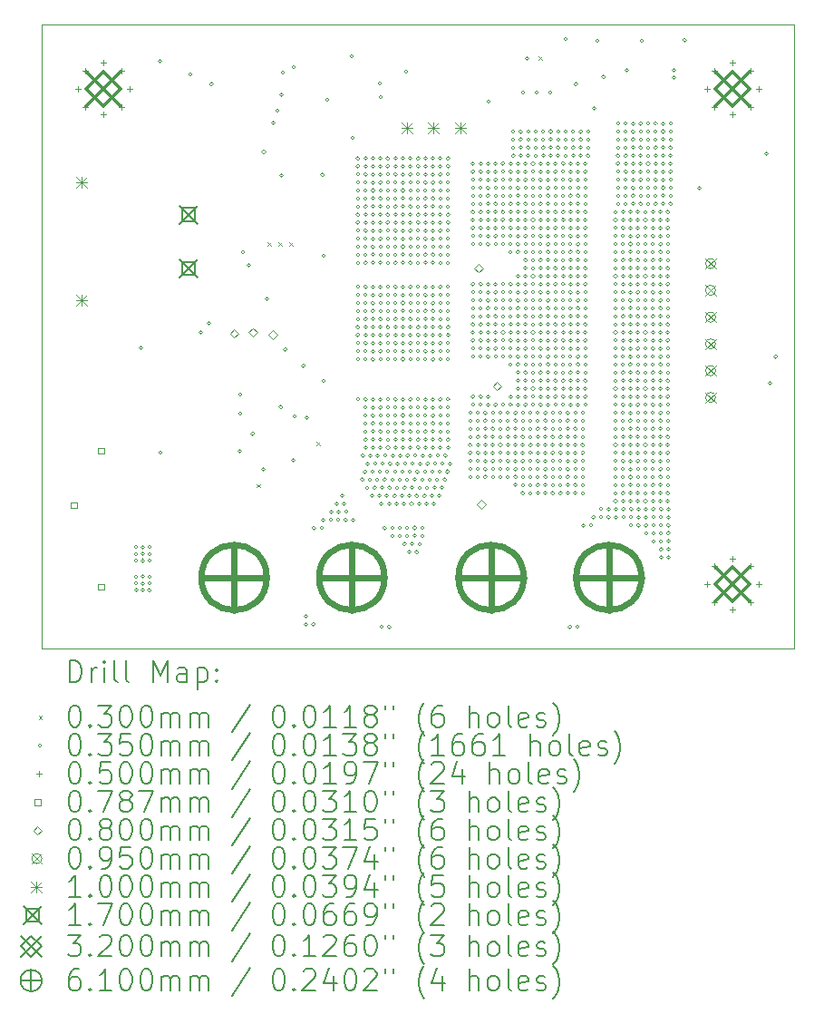
<source format=gbr>
%TF.GenerationSoftware,KiCad,Pcbnew,9.0.0*%
%TF.CreationDate,2025-07-23T17:32:24-04:00*%
%TF.ProjectId,PresToe_BMS_48V,50726573-546f-4655-9f42-4d535f343856,rev?*%
%TF.SameCoordinates,Original*%
%TF.FileFunction,Drillmap*%
%TF.FilePolarity,Positive*%
%FSLAX45Y45*%
G04 Gerber Fmt 4.5, Leading zero omitted, Abs format (unit mm)*
G04 Created by KiCad (PCBNEW 9.0.0) date 2025-07-23 17:32:24*
%MOMM*%
%LPD*%
G01*
G04 APERTURE LIST*
%ADD10C,0.050000*%
%ADD11C,0.200000*%
%ADD12C,0.100000*%
%ADD13C,0.170000*%
%ADD14C,0.320000*%
%ADD15C,0.610000*%
G04 APERTURE END LIST*
D10*
X2850000Y-2600000D02*
X9875000Y-2600000D01*
X9875000Y-8425000D01*
X2850000Y-8425000D01*
X2850000Y-2600000D01*
D11*
D12*
X4855000Y-6891000D02*
X4885000Y-6921000D01*
X4885000Y-6891000D02*
X4855000Y-6921000D01*
X4957000Y-4634500D02*
X4987000Y-4664500D01*
X4987000Y-4634500D02*
X4957000Y-4664500D01*
X5057000Y-4634500D02*
X5087000Y-4664500D01*
X5087000Y-4634500D02*
X5057000Y-4664500D01*
X5157000Y-4634500D02*
X5187000Y-4664500D01*
X5187000Y-4634500D02*
X5157000Y-4664500D01*
X5415000Y-6499000D02*
X5445000Y-6529000D01*
X5445000Y-6499000D02*
X5415000Y-6529000D01*
X7487500Y-2900000D02*
X7517500Y-2930000D01*
X7517500Y-2900000D02*
X7487500Y-2930000D01*
X3745000Y-7480000D02*
G75*
G02*
X3710000Y-7480000I-17500J0D01*
G01*
X3710000Y-7480000D02*
G75*
G02*
X3745000Y-7480000I17500J0D01*
G01*
X3745000Y-7542500D02*
G75*
G02*
X3710000Y-7542500I-17500J0D01*
G01*
X3710000Y-7542500D02*
G75*
G02*
X3745000Y-7542500I17500J0D01*
G01*
X3745000Y-7605000D02*
G75*
G02*
X3710000Y-7605000I-17500J0D01*
G01*
X3710000Y-7605000D02*
G75*
G02*
X3745000Y-7605000I17500J0D01*
G01*
X3745000Y-7755000D02*
G75*
G02*
X3710000Y-7755000I-17500J0D01*
G01*
X3710000Y-7755000D02*
G75*
G02*
X3745000Y-7755000I17500J0D01*
G01*
X3745000Y-7817500D02*
G75*
G02*
X3710000Y-7817500I-17500J0D01*
G01*
X3710000Y-7817500D02*
G75*
G02*
X3745000Y-7817500I17500J0D01*
G01*
X3745000Y-7880000D02*
G75*
G02*
X3710000Y-7880000I-17500J0D01*
G01*
X3710000Y-7880000D02*
G75*
G02*
X3745000Y-7880000I17500J0D01*
G01*
X3792500Y-5617500D02*
G75*
G02*
X3757500Y-5617500I-17500J0D01*
G01*
X3757500Y-5617500D02*
G75*
G02*
X3792500Y-5617500I17500J0D01*
G01*
X3807500Y-7480000D02*
G75*
G02*
X3772500Y-7480000I-17500J0D01*
G01*
X3772500Y-7480000D02*
G75*
G02*
X3807500Y-7480000I17500J0D01*
G01*
X3807500Y-7542500D02*
G75*
G02*
X3772500Y-7542500I-17500J0D01*
G01*
X3772500Y-7542500D02*
G75*
G02*
X3807500Y-7542500I17500J0D01*
G01*
X3807500Y-7605000D02*
G75*
G02*
X3772500Y-7605000I-17500J0D01*
G01*
X3772500Y-7605000D02*
G75*
G02*
X3807500Y-7605000I17500J0D01*
G01*
X3807500Y-7755000D02*
G75*
G02*
X3772500Y-7755000I-17500J0D01*
G01*
X3772500Y-7755000D02*
G75*
G02*
X3807500Y-7755000I17500J0D01*
G01*
X3807500Y-7817500D02*
G75*
G02*
X3772500Y-7817500I-17500J0D01*
G01*
X3772500Y-7817500D02*
G75*
G02*
X3807500Y-7817500I17500J0D01*
G01*
X3807500Y-7880000D02*
G75*
G02*
X3772500Y-7880000I-17500J0D01*
G01*
X3772500Y-7880000D02*
G75*
G02*
X3807500Y-7880000I17500J0D01*
G01*
X3870000Y-7480000D02*
G75*
G02*
X3835000Y-7480000I-17500J0D01*
G01*
X3835000Y-7480000D02*
G75*
G02*
X3870000Y-7480000I17500J0D01*
G01*
X3870000Y-7542500D02*
G75*
G02*
X3835000Y-7542500I-17500J0D01*
G01*
X3835000Y-7542500D02*
G75*
G02*
X3870000Y-7542500I17500J0D01*
G01*
X3870000Y-7605000D02*
G75*
G02*
X3835000Y-7605000I-17500J0D01*
G01*
X3835000Y-7605000D02*
G75*
G02*
X3870000Y-7605000I17500J0D01*
G01*
X3870000Y-7755000D02*
G75*
G02*
X3835000Y-7755000I-17500J0D01*
G01*
X3835000Y-7755000D02*
G75*
G02*
X3870000Y-7755000I17500J0D01*
G01*
X3870000Y-7817500D02*
G75*
G02*
X3835000Y-7817500I-17500J0D01*
G01*
X3835000Y-7817500D02*
G75*
G02*
X3870000Y-7817500I17500J0D01*
G01*
X3870000Y-7880000D02*
G75*
G02*
X3835000Y-7880000I-17500J0D01*
G01*
X3835000Y-7880000D02*
G75*
G02*
X3870000Y-7880000I17500J0D01*
G01*
X3969500Y-2946000D02*
G75*
G02*
X3934500Y-2946000I-17500J0D01*
G01*
X3934500Y-2946000D02*
G75*
G02*
X3969500Y-2946000I17500J0D01*
G01*
X3975000Y-6597500D02*
G75*
G02*
X3940000Y-6597500I-17500J0D01*
G01*
X3940000Y-6597500D02*
G75*
G02*
X3975000Y-6597500I17500J0D01*
G01*
X4252500Y-3065000D02*
G75*
G02*
X4217500Y-3065000I-17500J0D01*
G01*
X4217500Y-3065000D02*
G75*
G02*
X4252500Y-3065000I17500J0D01*
G01*
X4349500Y-5478000D02*
G75*
G02*
X4314500Y-5478000I-17500J0D01*
G01*
X4314500Y-5478000D02*
G75*
G02*
X4349500Y-5478000I17500J0D01*
G01*
X4426500Y-5389000D02*
G75*
G02*
X4391500Y-5389000I-17500J0D01*
G01*
X4391500Y-5389000D02*
G75*
G02*
X4426500Y-5389000I17500J0D01*
G01*
X4448500Y-3157000D02*
G75*
G02*
X4413500Y-3157000I-17500J0D01*
G01*
X4413500Y-3157000D02*
G75*
G02*
X4448500Y-3157000I17500J0D01*
G01*
X4712500Y-6585000D02*
G75*
G02*
X4677500Y-6585000I-17500J0D01*
G01*
X4677500Y-6585000D02*
G75*
G02*
X4712500Y-6585000I17500J0D01*
G01*
X4716937Y-6057885D02*
G75*
G02*
X4681937Y-6057885I-17500J0D01*
G01*
X4681937Y-6057885D02*
G75*
G02*
X4716937Y-6057885I17500J0D01*
G01*
X4716937Y-6235000D02*
G75*
G02*
X4681937Y-6235000I-17500J0D01*
G01*
X4681937Y-6235000D02*
G75*
G02*
X4716937Y-6235000I17500J0D01*
G01*
X4745000Y-4725000D02*
G75*
G02*
X4710000Y-4725000I-17500J0D01*
G01*
X4710000Y-4725000D02*
G75*
G02*
X4745000Y-4725000I17500J0D01*
G01*
X4796500Y-4847000D02*
G75*
G02*
X4761500Y-4847000I-17500J0D01*
G01*
X4761500Y-4847000D02*
G75*
G02*
X4796500Y-4847000I17500J0D01*
G01*
X4833500Y-6421000D02*
G75*
G02*
X4798500Y-6421000I-17500J0D01*
G01*
X4798500Y-6421000D02*
G75*
G02*
X4833500Y-6421000I17500J0D01*
G01*
X4932500Y-6752500D02*
G75*
G02*
X4897500Y-6752500I-17500J0D01*
G01*
X4897500Y-6752500D02*
G75*
G02*
X4932500Y-6752500I17500J0D01*
G01*
X4937500Y-3790000D02*
G75*
G02*
X4902500Y-3790000I-17500J0D01*
G01*
X4902500Y-3790000D02*
G75*
G02*
X4937500Y-3790000I17500J0D01*
G01*
X4967000Y-5161000D02*
G75*
G02*
X4932000Y-5161000I-17500J0D01*
G01*
X4932000Y-5161000D02*
G75*
G02*
X4967000Y-5161000I17500J0D01*
G01*
X5026448Y-3520446D02*
G75*
G02*
X4991448Y-3520446I-17500J0D01*
G01*
X4991448Y-3520446D02*
G75*
G02*
X5026448Y-3520446I17500J0D01*
G01*
X5066703Y-3404562D02*
G75*
G02*
X5031703Y-3404562I-17500J0D01*
G01*
X5031703Y-3404562D02*
G75*
G02*
X5066703Y-3404562I17500J0D01*
G01*
X5095940Y-6172216D02*
G75*
G02*
X5060940Y-6172216I-17500J0D01*
G01*
X5060940Y-6172216D02*
G75*
G02*
X5095940Y-6172216I17500J0D01*
G01*
X5102500Y-3256516D02*
G75*
G02*
X5067500Y-3256516I-17500J0D01*
G01*
X5067500Y-3256516D02*
G75*
G02*
X5102500Y-3256516I17500J0D01*
G01*
X5102500Y-4010000D02*
G75*
G02*
X5067500Y-4010000I-17500J0D01*
G01*
X5067500Y-4010000D02*
G75*
G02*
X5102500Y-4010000I17500J0D01*
G01*
X5117500Y-3050000D02*
G75*
G02*
X5082500Y-3050000I-17500J0D01*
G01*
X5082500Y-3050000D02*
G75*
G02*
X5117500Y-3050000I17500J0D01*
G01*
X5137500Y-5632500D02*
G75*
G02*
X5102500Y-5632500I-17500J0D01*
G01*
X5102500Y-5632500D02*
G75*
G02*
X5137500Y-5632500I17500J0D01*
G01*
X5215000Y-6667500D02*
G75*
G02*
X5180000Y-6667500I-17500J0D01*
G01*
X5180000Y-6667500D02*
G75*
G02*
X5215000Y-6667500I17500J0D01*
G01*
X5217500Y-3000000D02*
G75*
G02*
X5182500Y-3000000I-17500J0D01*
G01*
X5182500Y-3000000D02*
G75*
G02*
X5217500Y-3000000I17500J0D01*
G01*
X5223500Y-6257000D02*
G75*
G02*
X5188500Y-6257000I-17500J0D01*
G01*
X5188500Y-6257000D02*
G75*
G02*
X5223500Y-6257000I17500J0D01*
G01*
X5307322Y-5785000D02*
G75*
G02*
X5272322Y-5785000I-17500J0D01*
G01*
X5272322Y-5785000D02*
G75*
G02*
X5307322Y-5785000I17500J0D01*
G01*
X5332500Y-8125000D02*
G75*
G02*
X5297500Y-8125000I-17500J0D01*
G01*
X5297500Y-8125000D02*
G75*
G02*
X5332500Y-8125000I17500J0D01*
G01*
X5332500Y-8200000D02*
G75*
G02*
X5297500Y-8200000I-17500J0D01*
G01*
X5297500Y-8200000D02*
G75*
G02*
X5332500Y-8200000I17500J0D01*
G01*
X5337500Y-6271000D02*
G75*
G02*
X5302500Y-6271000I-17500J0D01*
G01*
X5302500Y-6271000D02*
G75*
G02*
X5337500Y-6271000I17500J0D01*
G01*
X5402500Y-8200000D02*
G75*
G02*
X5367500Y-8200000I-17500J0D01*
G01*
X5367500Y-8200000D02*
G75*
G02*
X5402500Y-8200000I17500J0D01*
G01*
X5407500Y-7300000D02*
G75*
G02*
X5372500Y-7300000I-17500J0D01*
G01*
X5372500Y-7300000D02*
G75*
G02*
X5407500Y-7300000I17500J0D01*
G01*
X5477500Y-7300000D02*
G75*
G02*
X5442500Y-7300000I-17500J0D01*
G01*
X5442500Y-7300000D02*
G75*
G02*
X5477500Y-7300000I17500J0D01*
G01*
X5485000Y-4005000D02*
G75*
G02*
X5450000Y-4005000I-17500J0D01*
G01*
X5450000Y-4005000D02*
G75*
G02*
X5485000Y-4005000I17500J0D01*
G01*
X5492500Y-7225000D02*
G75*
G02*
X5457500Y-7225000I-17500J0D01*
G01*
X5457500Y-7225000D02*
G75*
G02*
X5492500Y-7225000I17500J0D01*
G01*
X5495500Y-5928000D02*
G75*
G02*
X5460500Y-5928000I-17500J0D01*
G01*
X5460500Y-5928000D02*
G75*
G02*
X5495500Y-5928000I17500J0D01*
G01*
X5497500Y-4757500D02*
G75*
G02*
X5462500Y-4757500I-17500J0D01*
G01*
X5462500Y-4757500D02*
G75*
G02*
X5497500Y-4757500I17500J0D01*
G01*
X5530500Y-3306000D02*
G75*
G02*
X5495500Y-3306000I-17500J0D01*
G01*
X5495500Y-3306000D02*
G75*
G02*
X5530500Y-3306000I17500J0D01*
G01*
X5562500Y-7225000D02*
G75*
G02*
X5527500Y-7225000I-17500J0D01*
G01*
X5527500Y-7225000D02*
G75*
G02*
X5562500Y-7225000I17500J0D01*
G01*
X5567500Y-7150000D02*
G75*
G02*
X5532500Y-7150000I-17500J0D01*
G01*
X5532500Y-7150000D02*
G75*
G02*
X5567500Y-7150000I17500J0D01*
G01*
X5617500Y-7075000D02*
G75*
G02*
X5582500Y-7075000I-17500J0D01*
G01*
X5582500Y-7075000D02*
G75*
G02*
X5617500Y-7075000I17500J0D01*
G01*
X5632500Y-7225000D02*
G75*
G02*
X5597500Y-7225000I-17500J0D01*
G01*
X5597500Y-7225000D02*
G75*
G02*
X5632500Y-7225000I17500J0D01*
G01*
X5637500Y-7150000D02*
G75*
G02*
X5602500Y-7150000I-17500J0D01*
G01*
X5602500Y-7150000D02*
G75*
G02*
X5637500Y-7150000I17500J0D01*
G01*
X5667500Y-7000000D02*
G75*
G02*
X5632500Y-7000000I-17500J0D01*
G01*
X5632500Y-7000000D02*
G75*
G02*
X5667500Y-7000000I17500J0D01*
G01*
X5687500Y-7075000D02*
G75*
G02*
X5652500Y-7075000I-17500J0D01*
G01*
X5652500Y-7075000D02*
G75*
G02*
X5687500Y-7075000I17500J0D01*
G01*
X5702500Y-7225000D02*
G75*
G02*
X5667500Y-7225000I-17500J0D01*
G01*
X5667500Y-7225000D02*
G75*
G02*
X5702500Y-7225000I17500J0D01*
G01*
X5707500Y-7150000D02*
G75*
G02*
X5672500Y-7150000I-17500J0D01*
G01*
X5672500Y-7150000D02*
G75*
G02*
X5707500Y-7150000I17500J0D01*
G01*
X5760750Y-2897500D02*
G75*
G02*
X5725750Y-2897500I-17500J0D01*
G01*
X5725750Y-2897500D02*
G75*
G02*
X5760750Y-2897500I17500J0D01*
G01*
X5767500Y-3659500D02*
G75*
G02*
X5732500Y-3659500I-17500J0D01*
G01*
X5732500Y-3659500D02*
G75*
G02*
X5767500Y-3659500I17500J0D01*
G01*
X5772500Y-7225000D02*
G75*
G02*
X5737500Y-7225000I-17500J0D01*
G01*
X5737500Y-7225000D02*
G75*
G02*
X5772500Y-7225000I17500J0D01*
G01*
X5817500Y-3850000D02*
G75*
G02*
X5782500Y-3850000I-17500J0D01*
G01*
X5782500Y-3850000D02*
G75*
G02*
X5817500Y-3850000I17500J0D01*
G01*
X5817500Y-3925000D02*
G75*
G02*
X5782500Y-3925000I-17500J0D01*
G01*
X5782500Y-3925000D02*
G75*
G02*
X5817500Y-3925000I17500J0D01*
G01*
X5817500Y-4000000D02*
G75*
G02*
X5782500Y-4000000I-17500J0D01*
G01*
X5782500Y-4000000D02*
G75*
G02*
X5817500Y-4000000I17500J0D01*
G01*
X5817500Y-4075000D02*
G75*
G02*
X5782500Y-4075000I-17500J0D01*
G01*
X5782500Y-4075000D02*
G75*
G02*
X5817500Y-4075000I17500J0D01*
G01*
X5817500Y-4150000D02*
G75*
G02*
X5782500Y-4150000I-17500J0D01*
G01*
X5782500Y-4150000D02*
G75*
G02*
X5817500Y-4150000I17500J0D01*
G01*
X5817500Y-4225000D02*
G75*
G02*
X5782500Y-4225000I-17500J0D01*
G01*
X5782500Y-4225000D02*
G75*
G02*
X5817500Y-4225000I17500J0D01*
G01*
X5817500Y-4300000D02*
G75*
G02*
X5782500Y-4300000I-17500J0D01*
G01*
X5782500Y-4300000D02*
G75*
G02*
X5817500Y-4300000I17500J0D01*
G01*
X5817500Y-4375000D02*
G75*
G02*
X5782500Y-4375000I-17500J0D01*
G01*
X5782500Y-4375000D02*
G75*
G02*
X5817500Y-4375000I17500J0D01*
G01*
X5817500Y-4450000D02*
G75*
G02*
X5782500Y-4450000I-17500J0D01*
G01*
X5782500Y-4450000D02*
G75*
G02*
X5817500Y-4450000I17500J0D01*
G01*
X5817500Y-4525000D02*
G75*
G02*
X5782500Y-4525000I-17500J0D01*
G01*
X5782500Y-4525000D02*
G75*
G02*
X5817500Y-4525000I17500J0D01*
G01*
X5817500Y-4600000D02*
G75*
G02*
X5782500Y-4600000I-17500J0D01*
G01*
X5782500Y-4600000D02*
G75*
G02*
X5817500Y-4600000I17500J0D01*
G01*
X5817500Y-4675000D02*
G75*
G02*
X5782500Y-4675000I-17500J0D01*
G01*
X5782500Y-4675000D02*
G75*
G02*
X5817500Y-4675000I17500J0D01*
G01*
X5817500Y-4750000D02*
G75*
G02*
X5782500Y-4750000I-17500J0D01*
G01*
X5782500Y-4750000D02*
G75*
G02*
X5817500Y-4750000I17500J0D01*
G01*
X5817500Y-4825000D02*
G75*
G02*
X5782500Y-4825000I-17500J0D01*
G01*
X5782500Y-4825000D02*
G75*
G02*
X5817500Y-4825000I17500J0D01*
G01*
X5817500Y-5050000D02*
G75*
G02*
X5782500Y-5050000I-17500J0D01*
G01*
X5782500Y-5050000D02*
G75*
G02*
X5817500Y-5050000I17500J0D01*
G01*
X5817500Y-5125000D02*
G75*
G02*
X5782500Y-5125000I-17500J0D01*
G01*
X5782500Y-5125000D02*
G75*
G02*
X5817500Y-5125000I17500J0D01*
G01*
X5817500Y-5200000D02*
G75*
G02*
X5782500Y-5200000I-17500J0D01*
G01*
X5782500Y-5200000D02*
G75*
G02*
X5817500Y-5200000I17500J0D01*
G01*
X5817500Y-5275000D02*
G75*
G02*
X5782500Y-5275000I-17500J0D01*
G01*
X5782500Y-5275000D02*
G75*
G02*
X5817500Y-5275000I17500J0D01*
G01*
X5817500Y-5350000D02*
G75*
G02*
X5782500Y-5350000I-17500J0D01*
G01*
X5782500Y-5350000D02*
G75*
G02*
X5817500Y-5350000I17500J0D01*
G01*
X5817500Y-5425000D02*
G75*
G02*
X5782500Y-5425000I-17500J0D01*
G01*
X5782500Y-5425000D02*
G75*
G02*
X5817500Y-5425000I17500J0D01*
G01*
X5817500Y-5500000D02*
G75*
G02*
X5782500Y-5500000I-17500J0D01*
G01*
X5782500Y-5500000D02*
G75*
G02*
X5817500Y-5500000I17500J0D01*
G01*
X5817500Y-5575000D02*
G75*
G02*
X5782500Y-5575000I-17500J0D01*
G01*
X5782500Y-5575000D02*
G75*
G02*
X5817500Y-5575000I17500J0D01*
G01*
X5817500Y-5650000D02*
G75*
G02*
X5782500Y-5650000I-17500J0D01*
G01*
X5782500Y-5650000D02*
G75*
G02*
X5817500Y-5650000I17500J0D01*
G01*
X5817500Y-5725000D02*
G75*
G02*
X5782500Y-5725000I-17500J0D01*
G01*
X5782500Y-5725000D02*
G75*
G02*
X5817500Y-5725000I17500J0D01*
G01*
X5817500Y-6100000D02*
G75*
G02*
X5782500Y-6100000I-17500J0D01*
G01*
X5782500Y-6100000D02*
G75*
G02*
X5817500Y-6100000I17500J0D01*
G01*
X5857500Y-6850000D02*
G75*
G02*
X5822500Y-6850000I-17500J0D01*
G01*
X5822500Y-6850000D02*
G75*
G02*
X5857500Y-6850000I17500J0D01*
G01*
X5862500Y-6625000D02*
G75*
G02*
X5827500Y-6625000I-17500J0D01*
G01*
X5827500Y-6625000D02*
G75*
G02*
X5862500Y-6625000I17500J0D01*
G01*
X5882500Y-6775000D02*
G75*
G02*
X5847500Y-6775000I-17500J0D01*
G01*
X5847500Y-6775000D02*
G75*
G02*
X5882500Y-6775000I17500J0D01*
G01*
X5887500Y-3850000D02*
G75*
G02*
X5852500Y-3850000I-17500J0D01*
G01*
X5852500Y-3850000D02*
G75*
G02*
X5887500Y-3850000I17500J0D01*
G01*
X5887500Y-3925000D02*
G75*
G02*
X5852500Y-3925000I-17500J0D01*
G01*
X5852500Y-3925000D02*
G75*
G02*
X5887500Y-3925000I17500J0D01*
G01*
X5887500Y-4000000D02*
G75*
G02*
X5852500Y-4000000I-17500J0D01*
G01*
X5852500Y-4000000D02*
G75*
G02*
X5887500Y-4000000I17500J0D01*
G01*
X5887500Y-4075000D02*
G75*
G02*
X5852500Y-4075000I-17500J0D01*
G01*
X5852500Y-4075000D02*
G75*
G02*
X5887500Y-4075000I17500J0D01*
G01*
X5887500Y-4150000D02*
G75*
G02*
X5852500Y-4150000I-17500J0D01*
G01*
X5852500Y-4150000D02*
G75*
G02*
X5887500Y-4150000I17500J0D01*
G01*
X5887500Y-4225000D02*
G75*
G02*
X5852500Y-4225000I-17500J0D01*
G01*
X5852500Y-4225000D02*
G75*
G02*
X5887500Y-4225000I17500J0D01*
G01*
X5887500Y-4300000D02*
G75*
G02*
X5852500Y-4300000I-17500J0D01*
G01*
X5852500Y-4300000D02*
G75*
G02*
X5887500Y-4300000I17500J0D01*
G01*
X5887500Y-4375000D02*
G75*
G02*
X5852500Y-4375000I-17500J0D01*
G01*
X5852500Y-4375000D02*
G75*
G02*
X5887500Y-4375000I17500J0D01*
G01*
X5887500Y-4450000D02*
G75*
G02*
X5852500Y-4450000I-17500J0D01*
G01*
X5852500Y-4450000D02*
G75*
G02*
X5887500Y-4450000I17500J0D01*
G01*
X5887500Y-4525000D02*
G75*
G02*
X5852500Y-4525000I-17500J0D01*
G01*
X5852500Y-4525000D02*
G75*
G02*
X5887500Y-4525000I17500J0D01*
G01*
X5887500Y-4600000D02*
G75*
G02*
X5852500Y-4600000I-17500J0D01*
G01*
X5852500Y-4600000D02*
G75*
G02*
X5887500Y-4600000I17500J0D01*
G01*
X5887500Y-4675000D02*
G75*
G02*
X5852500Y-4675000I-17500J0D01*
G01*
X5852500Y-4675000D02*
G75*
G02*
X5887500Y-4675000I17500J0D01*
G01*
X5887500Y-4750000D02*
G75*
G02*
X5852500Y-4750000I-17500J0D01*
G01*
X5852500Y-4750000D02*
G75*
G02*
X5887500Y-4750000I17500J0D01*
G01*
X5887500Y-4825000D02*
G75*
G02*
X5852500Y-4825000I-17500J0D01*
G01*
X5852500Y-4825000D02*
G75*
G02*
X5887500Y-4825000I17500J0D01*
G01*
X5887500Y-5050000D02*
G75*
G02*
X5852500Y-5050000I-17500J0D01*
G01*
X5852500Y-5050000D02*
G75*
G02*
X5887500Y-5050000I17500J0D01*
G01*
X5887500Y-5125000D02*
G75*
G02*
X5852500Y-5125000I-17500J0D01*
G01*
X5852500Y-5125000D02*
G75*
G02*
X5887500Y-5125000I17500J0D01*
G01*
X5887500Y-5200000D02*
G75*
G02*
X5852500Y-5200000I-17500J0D01*
G01*
X5852500Y-5200000D02*
G75*
G02*
X5887500Y-5200000I17500J0D01*
G01*
X5887500Y-5275000D02*
G75*
G02*
X5852500Y-5275000I-17500J0D01*
G01*
X5852500Y-5275000D02*
G75*
G02*
X5887500Y-5275000I17500J0D01*
G01*
X5887500Y-5350000D02*
G75*
G02*
X5852500Y-5350000I-17500J0D01*
G01*
X5852500Y-5350000D02*
G75*
G02*
X5887500Y-5350000I17500J0D01*
G01*
X5887500Y-5425000D02*
G75*
G02*
X5852500Y-5425000I-17500J0D01*
G01*
X5852500Y-5425000D02*
G75*
G02*
X5887500Y-5425000I17500J0D01*
G01*
X5887500Y-5500000D02*
G75*
G02*
X5852500Y-5500000I-17500J0D01*
G01*
X5852500Y-5500000D02*
G75*
G02*
X5887500Y-5500000I17500J0D01*
G01*
X5887500Y-5575000D02*
G75*
G02*
X5852500Y-5575000I-17500J0D01*
G01*
X5852500Y-5575000D02*
G75*
G02*
X5887500Y-5575000I17500J0D01*
G01*
X5887500Y-5650000D02*
G75*
G02*
X5852500Y-5650000I-17500J0D01*
G01*
X5852500Y-5650000D02*
G75*
G02*
X5887500Y-5650000I17500J0D01*
G01*
X5887500Y-5725000D02*
G75*
G02*
X5852500Y-5725000I-17500J0D01*
G01*
X5852500Y-5725000D02*
G75*
G02*
X5887500Y-5725000I17500J0D01*
G01*
X5887500Y-6100000D02*
G75*
G02*
X5852500Y-6100000I-17500J0D01*
G01*
X5852500Y-6100000D02*
G75*
G02*
X5887500Y-6100000I17500J0D01*
G01*
X5887500Y-6175000D02*
G75*
G02*
X5852500Y-6175000I-17500J0D01*
G01*
X5852500Y-6175000D02*
G75*
G02*
X5887500Y-6175000I17500J0D01*
G01*
X5887500Y-6250000D02*
G75*
G02*
X5852500Y-6250000I-17500J0D01*
G01*
X5852500Y-6250000D02*
G75*
G02*
X5887500Y-6250000I17500J0D01*
G01*
X5887500Y-6325000D02*
G75*
G02*
X5852500Y-6325000I-17500J0D01*
G01*
X5852500Y-6325000D02*
G75*
G02*
X5887500Y-6325000I17500J0D01*
G01*
X5887500Y-6400000D02*
G75*
G02*
X5852500Y-6400000I-17500J0D01*
G01*
X5852500Y-6400000D02*
G75*
G02*
X5887500Y-6400000I17500J0D01*
G01*
X5887500Y-6475000D02*
G75*
G02*
X5852500Y-6475000I-17500J0D01*
G01*
X5852500Y-6475000D02*
G75*
G02*
X5887500Y-6475000I17500J0D01*
G01*
X5887500Y-6550000D02*
G75*
G02*
X5852500Y-6550000I-17500J0D01*
G01*
X5852500Y-6550000D02*
G75*
G02*
X5887500Y-6550000I17500J0D01*
G01*
X5902500Y-6925000D02*
G75*
G02*
X5867500Y-6925000I-17500J0D01*
G01*
X5867500Y-6925000D02*
G75*
G02*
X5902500Y-6925000I17500J0D01*
G01*
X5907500Y-6700000D02*
G75*
G02*
X5872500Y-6700000I-17500J0D01*
G01*
X5872500Y-6700000D02*
G75*
G02*
X5907500Y-6700000I17500J0D01*
G01*
X5927500Y-6850000D02*
G75*
G02*
X5892500Y-6850000I-17500J0D01*
G01*
X5892500Y-6850000D02*
G75*
G02*
X5927500Y-6850000I17500J0D01*
G01*
X5932500Y-6625000D02*
G75*
G02*
X5897500Y-6625000I-17500J0D01*
G01*
X5897500Y-6625000D02*
G75*
G02*
X5932500Y-6625000I17500J0D01*
G01*
X5947500Y-7000000D02*
G75*
G02*
X5912500Y-7000000I-17500J0D01*
G01*
X5912500Y-7000000D02*
G75*
G02*
X5947500Y-7000000I17500J0D01*
G01*
X5952500Y-6775000D02*
G75*
G02*
X5917500Y-6775000I-17500J0D01*
G01*
X5917500Y-6775000D02*
G75*
G02*
X5952500Y-6775000I17500J0D01*
G01*
X5957500Y-3850000D02*
G75*
G02*
X5922500Y-3850000I-17500J0D01*
G01*
X5922500Y-3850000D02*
G75*
G02*
X5957500Y-3850000I17500J0D01*
G01*
X5957500Y-3925000D02*
G75*
G02*
X5922500Y-3925000I-17500J0D01*
G01*
X5922500Y-3925000D02*
G75*
G02*
X5957500Y-3925000I17500J0D01*
G01*
X5957500Y-4000000D02*
G75*
G02*
X5922500Y-4000000I-17500J0D01*
G01*
X5922500Y-4000000D02*
G75*
G02*
X5957500Y-4000000I17500J0D01*
G01*
X5957500Y-4075000D02*
G75*
G02*
X5922500Y-4075000I-17500J0D01*
G01*
X5922500Y-4075000D02*
G75*
G02*
X5957500Y-4075000I17500J0D01*
G01*
X5957500Y-4150000D02*
G75*
G02*
X5922500Y-4150000I-17500J0D01*
G01*
X5922500Y-4150000D02*
G75*
G02*
X5957500Y-4150000I17500J0D01*
G01*
X5957500Y-4225000D02*
G75*
G02*
X5922500Y-4225000I-17500J0D01*
G01*
X5922500Y-4225000D02*
G75*
G02*
X5957500Y-4225000I17500J0D01*
G01*
X5957500Y-4300000D02*
G75*
G02*
X5922500Y-4300000I-17500J0D01*
G01*
X5922500Y-4300000D02*
G75*
G02*
X5957500Y-4300000I17500J0D01*
G01*
X5957500Y-4375000D02*
G75*
G02*
X5922500Y-4375000I-17500J0D01*
G01*
X5922500Y-4375000D02*
G75*
G02*
X5957500Y-4375000I17500J0D01*
G01*
X5957500Y-4450000D02*
G75*
G02*
X5922500Y-4450000I-17500J0D01*
G01*
X5922500Y-4450000D02*
G75*
G02*
X5957500Y-4450000I17500J0D01*
G01*
X5957500Y-4525000D02*
G75*
G02*
X5922500Y-4525000I-17500J0D01*
G01*
X5922500Y-4525000D02*
G75*
G02*
X5957500Y-4525000I17500J0D01*
G01*
X5957500Y-4600000D02*
G75*
G02*
X5922500Y-4600000I-17500J0D01*
G01*
X5922500Y-4600000D02*
G75*
G02*
X5957500Y-4600000I17500J0D01*
G01*
X5957500Y-4675000D02*
G75*
G02*
X5922500Y-4675000I-17500J0D01*
G01*
X5922500Y-4675000D02*
G75*
G02*
X5957500Y-4675000I17500J0D01*
G01*
X5957500Y-4750000D02*
G75*
G02*
X5922500Y-4750000I-17500J0D01*
G01*
X5922500Y-4750000D02*
G75*
G02*
X5957500Y-4750000I17500J0D01*
G01*
X5957500Y-4825000D02*
G75*
G02*
X5922500Y-4825000I-17500J0D01*
G01*
X5922500Y-4825000D02*
G75*
G02*
X5957500Y-4825000I17500J0D01*
G01*
X5957500Y-5050000D02*
G75*
G02*
X5922500Y-5050000I-17500J0D01*
G01*
X5922500Y-5050000D02*
G75*
G02*
X5957500Y-5050000I17500J0D01*
G01*
X5957500Y-5125000D02*
G75*
G02*
X5922500Y-5125000I-17500J0D01*
G01*
X5922500Y-5125000D02*
G75*
G02*
X5957500Y-5125000I17500J0D01*
G01*
X5957500Y-5200000D02*
G75*
G02*
X5922500Y-5200000I-17500J0D01*
G01*
X5922500Y-5200000D02*
G75*
G02*
X5957500Y-5200000I17500J0D01*
G01*
X5957500Y-5275000D02*
G75*
G02*
X5922500Y-5275000I-17500J0D01*
G01*
X5922500Y-5275000D02*
G75*
G02*
X5957500Y-5275000I17500J0D01*
G01*
X5957500Y-5350000D02*
G75*
G02*
X5922500Y-5350000I-17500J0D01*
G01*
X5922500Y-5350000D02*
G75*
G02*
X5957500Y-5350000I17500J0D01*
G01*
X5957500Y-5425000D02*
G75*
G02*
X5922500Y-5425000I-17500J0D01*
G01*
X5922500Y-5425000D02*
G75*
G02*
X5957500Y-5425000I17500J0D01*
G01*
X5957500Y-5500000D02*
G75*
G02*
X5922500Y-5500000I-17500J0D01*
G01*
X5922500Y-5500000D02*
G75*
G02*
X5957500Y-5500000I17500J0D01*
G01*
X5957500Y-5575000D02*
G75*
G02*
X5922500Y-5575000I-17500J0D01*
G01*
X5922500Y-5575000D02*
G75*
G02*
X5957500Y-5575000I17500J0D01*
G01*
X5957500Y-5650000D02*
G75*
G02*
X5922500Y-5650000I-17500J0D01*
G01*
X5922500Y-5650000D02*
G75*
G02*
X5957500Y-5650000I17500J0D01*
G01*
X5957500Y-5725000D02*
G75*
G02*
X5922500Y-5725000I-17500J0D01*
G01*
X5922500Y-5725000D02*
G75*
G02*
X5957500Y-5725000I17500J0D01*
G01*
X5957500Y-6100000D02*
G75*
G02*
X5922500Y-6100000I-17500J0D01*
G01*
X5922500Y-6100000D02*
G75*
G02*
X5957500Y-6100000I17500J0D01*
G01*
X5957500Y-6175000D02*
G75*
G02*
X5922500Y-6175000I-17500J0D01*
G01*
X5922500Y-6175000D02*
G75*
G02*
X5957500Y-6175000I17500J0D01*
G01*
X5957500Y-6250000D02*
G75*
G02*
X5922500Y-6250000I-17500J0D01*
G01*
X5922500Y-6250000D02*
G75*
G02*
X5957500Y-6250000I17500J0D01*
G01*
X5957500Y-6325000D02*
G75*
G02*
X5922500Y-6325000I-17500J0D01*
G01*
X5922500Y-6325000D02*
G75*
G02*
X5957500Y-6325000I17500J0D01*
G01*
X5957500Y-6400000D02*
G75*
G02*
X5922500Y-6400000I-17500J0D01*
G01*
X5922500Y-6400000D02*
G75*
G02*
X5957500Y-6400000I17500J0D01*
G01*
X5957500Y-6475000D02*
G75*
G02*
X5922500Y-6475000I-17500J0D01*
G01*
X5922500Y-6475000D02*
G75*
G02*
X5957500Y-6475000I17500J0D01*
G01*
X5957500Y-6550000D02*
G75*
G02*
X5922500Y-6550000I-17500J0D01*
G01*
X5922500Y-6550000D02*
G75*
G02*
X5957500Y-6550000I17500J0D01*
G01*
X5972500Y-6925000D02*
G75*
G02*
X5937500Y-6925000I-17500J0D01*
G01*
X5937500Y-6925000D02*
G75*
G02*
X5972500Y-6925000I17500J0D01*
G01*
X5977500Y-6700000D02*
G75*
G02*
X5942500Y-6700000I-17500J0D01*
G01*
X5942500Y-6700000D02*
G75*
G02*
X5977500Y-6700000I17500J0D01*
G01*
X5997500Y-6850000D02*
G75*
G02*
X5962500Y-6850000I-17500J0D01*
G01*
X5962500Y-6850000D02*
G75*
G02*
X5997500Y-6850000I17500J0D01*
G01*
X6002500Y-6625000D02*
G75*
G02*
X5967500Y-6625000I-17500J0D01*
G01*
X5967500Y-6625000D02*
G75*
G02*
X6002500Y-6625000I17500J0D01*
G01*
X6017500Y-7000000D02*
G75*
G02*
X5982500Y-7000000I-17500J0D01*
G01*
X5982500Y-7000000D02*
G75*
G02*
X6017500Y-7000000I17500J0D01*
G01*
X6021500Y-3151000D02*
G75*
G02*
X5986500Y-3151000I-17500J0D01*
G01*
X5986500Y-3151000D02*
G75*
G02*
X6021500Y-3151000I17500J0D01*
G01*
X6022500Y-6775000D02*
G75*
G02*
X5987500Y-6775000I-17500J0D01*
G01*
X5987500Y-6775000D02*
G75*
G02*
X6022500Y-6775000I17500J0D01*
G01*
X6027500Y-3850000D02*
G75*
G02*
X5992500Y-3850000I-17500J0D01*
G01*
X5992500Y-3850000D02*
G75*
G02*
X6027500Y-3850000I17500J0D01*
G01*
X6027500Y-3925000D02*
G75*
G02*
X5992500Y-3925000I-17500J0D01*
G01*
X5992500Y-3925000D02*
G75*
G02*
X6027500Y-3925000I17500J0D01*
G01*
X6027500Y-4000000D02*
G75*
G02*
X5992500Y-4000000I-17500J0D01*
G01*
X5992500Y-4000000D02*
G75*
G02*
X6027500Y-4000000I17500J0D01*
G01*
X6027500Y-4075000D02*
G75*
G02*
X5992500Y-4075000I-17500J0D01*
G01*
X5992500Y-4075000D02*
G75*
G02*
X6027500Y-4075000I17500J0D01*
G01*
X6027500Y-4150000D02*
G75*
G02*
X5992500Y-4150000I-17500J0D01*
G01*
X5992500Y-4150000D02*
G75*
G02*
X6027500Y-4150000I17500J0D01*
G01*
X6027500Y-4225000D02*
G75*
G02*
X5992500Y-4225000I-17500J0D01*
G01*
X5992500Y-4225000D02*
G75*
G02*
X6027500Y-4225000I17500J0D01*
G01*
X6027500Y-4300000D02*
G75*
G02*
X5992500Y-4300000I-17500J0D01*
G01*
X5992500Y-4300000D02*
G75*
G02*
X6027500Y-4300000I17500J0D01*
G01*
X6027500Y-4375000D02*
G75*
G02*
X5992500Y-4375000I-17500J0D01*
G01*
X5992500Y-4375000D02*
G75*
G02*
X6027500Y-4375000I17500J0D01*
G01*
X6027500Y-4450000D02*
G75*
G02*
X5992500Y-4450000I-17500J0D01*
G01*
X5992500Y-4450000D02*
G75*
G02*
X6027500Y-4450000I17500J0D01*
G01*
X6027500Y-4525000D02*
G75*
G02*
X5992500Y-4525000I-17500J0D01*
G01*
X5992500Y-4525000D02*
G75*
G02*
X6027500Y-4525000I17500J0D01*
G01*
X6027500Y-4600000D02*
G75*
G02*
X5992500Y-4600000I-17500J0D01*
G01*
X5992500Y-4600000D02*
G75*
G02*
X6027500Y-4600000I17500J0D01*
G01*
X6027500Y-4675000D02*
G75*
G02*
X5992500Y-4675000I-17500J0D01*
G01*
X5992500Y-4675000D02*
G75*
G02*
X6027500Y-4675000I17500J0D01*
G01*
X6027500Y-4750000D02*
G75*
G02*
X5992500Y-4750000I-17500J0D01*
G01*
X5992500Y-4750000D02*
G75*
G02*
X6027500Y-4750000I17500J0D01*
G01*
X6027500Y-4825000D02*
G75*
G02*
X5992500Y-4825000I-17500J0D01*
G01*
X5992500Y-4825000D02*
G75*
G02*
X6027500Y-4825000I17500J0D01*
G01*
X6027500Y-5050000D02*
G75*
G02*
X5992500Y-5050000I-17500J0D01*
G01*
X5992500Y-5050000D02*
G75*
G02*
X6027500Y-5050000I17500J0D01*
G01*
X6027500Y-5125000D02*
G75*
G02*
X5992500Y-5125000I-17500J0D01*
G01*
X5992500Y-5125000D02*
G75*
G02*
X6027500Y-5125000I17500J0D01*
G01*
X6027500Y-5200000D02*
G75*
G02*
X5992500Y-5200000I-17500J0D01*
G01*
X5992500Y-5200000D02*
G75*
G02*
X6027500Y-5200000I17500J0D01*
G01*
X6027500Y-5275000D02*
G75*
G02*
X5992500Y-5275000I-17500J0D01*
G01*
X5992500Y-5275000D02*
G75*
G02*
X6027500Y-5275000I17500J0D01*
G01*
X6027500Y-5350000D02*
G75*
G02*
X5992500Y-5350000I-17500J0D01*
G01*
X5992500Y-5350000D02*
G75*
G02*
X6027500Y-5350000I17500J0D01*
G01*
X6027500Y-5425000D02*
G75*
G02*
X5992500Y-5425000I-17500J0D01*
G01*
X5992500Y-5425000D02*
G75*
G02*
X6027500Y-5425000I17500J0D01*
G01*
X6027500Y-5500000D02*
G75*
G02*
X5992500Y-5500000I-17500J0D01*
G01*
X5992500Y-5500000D02*
G75*
G02*
X6027500Y-5500000I17500J0D01*
G01*
X6027500Y-5575000D02*
G75*
G02*
X5992500Y-5575000I-17500J0D01*
G01*
X5992500Y-5575000D02*
G75*
G02*
X6027500Y-5575000I17500J0D01*
G01*
X6027500Y-5650000D02*
G75*
G02*
X5992500Y-5650000I-17500J0D01*
G01*
X5992500Y-5650000D02*
G75*
G02*
X6027500Y-5650000I17500J0D01*
G01*
X6027500Y-5725000D02*
G75*
G02*
X5992500Y-5725000I-17500J0D01*
G01*
X5992500Y-5725000D02*
G75*
G02*
X6027500Y-5725000I17500J0D01*
G01*
X6027500Y-6100000D02*
G75*
G02*
X5992500Y-6100000I-17500J0D01*
G01*
X5992500Y-6100000D02*
G75*
G02*
X6027500Y-6100000I17500J0D01*
G01*
X6027500Y-6175000D02*
G75*
G02*
X5992500Y-6175000I-17500J0D01*
G01*
X5992500Y-6175000D02*
G75*
G02*
X6027500Y-6175000I17500J0D01*
G01*
X6027500Y-6250000D02*
G75*
G02*
X5992500Y-6250000I-17500J0D01*
G01*
X5992500Y-6250000D02*
G75*
G02*
X6027500Y-6250000I17500J0D01*
G01*
X6027500Y-6325000D02*
G75*
G02*
X5992500Y-6325000I-17500J0D01*
G01*
X5992500Y-6325000D02*
G75*
G02*
X6027500Y-6325000I17500J0D01*
G01*
X6027500Y-6400000D02*
G75*
G02*
X5992500Y-6400000I-17500J0D01*
G01*
X5992500Y-6400000D02*
G75*
G02*
X6027500Y-6400000I17500J0D01*
G01*
X6027500Y-6475000D02*
G75*
G02*
X5992500Y-6475000I-17500J0D01*
G01*
X5992500Y-6475000D02*
G75*
G02*
X6027500Y-6475000I17500J0D01*
G01*
X6027500Y-6550000D02*
G75*
G02*
X5992500Y-6550000I-17500J0D01*
G01*
X5992500Y-6550000D02*
G75*
G02*
X6027500Y-6550000I17500J0D01*
G01*
X6032500Y-3278000D02*
G75*
G02*
X5997500Y-3278000I-17500J0D01*
G01*
X5997500Y-3278000D02*
G75*
G02*
X6032500Y-3278000I17500J0D01*
G01*
X6037500Y-7075000D02*
G75*
G02*
X6002500Y-7075000I-17500J0D01*
G01*
X6002500Y-7075000D02*
G75*
G02*
X6037500Y-7075000I17500J0D01*
G01*
X6037500Y-8225000D02*
G75*
G02*
X6002500Y-8225000I-17500J0D01*
G01*
X6002500Y-8225000D02*
G75*
G02*
X6037500Y-8225000I17500J0D01*
G01*
X6042500Y-6925000D02*
G75*
G02*
X6007500Y-6925000I-17500J0D01*
G01*
X6007500Y-6925000D02*
G75*
G02*
X6042500Y-6925000I17500J0D01*
G01*
X6047500Y-6700000D02*
G75*
G02*
X6012500Y-6700000I-17500J0D01*
G01*
X6012500Y-6700000D02*
G75*
G02*
X6047500Y-6700000I17500J0D01*
G01*
X6067500Y-6850000D02*
G75*
G02*
X6032500Y-6850000I-17500J0D01*
G01*
X6032500Y-6850000D02*
G75*
G02*
X6067500Y-6850000I17500J0D01*
G01*
X6067500Y-7300000D02*
G75*
G02*
X6032500Y-7300000I-17500J0D01*
G01*
X6032500Y-7300000D02*
G75*
G02*
X6067500Y-7300000I17500J0D01*
G01*
X6072500Y-6625000D02*
G75*
G02*
X6037500Y-6625000I-17500J0D01*
G01*
X6037500Y-6625000D02*
G75*
G02*
X6072500Y-6625000I17500J0D01*
G01*
X6087500Y-7000000D02*
G75*
G02*
X6052500Y-7000000I-17500J0D01*
G01*
X6052500Y-7000000D02*
G75*
G02*
X6087500Y-7000000I17500J0D01*
G01*
X6092500Y-6775000D02*
G75*
G02*
X6057500Y-6775000I-17500J0D01*
G01*
X6057500Y-6775000D02*
G75*
G02*
X6092500Y-6775000I17500J0D01*
G01*
X6097500Y-3850000D02*
G75*
G02*
X6062500Y-3850000I-17500J0D01*
G01*
X6062500Y-3850000D02*
G75*
G02*
X6097500Y-3850000I17500J0D01*
G01*
X6097500Y-3925000D02*
G75*
G02*
X6062500Y-3925000I-17500J0D01*
G01*
X6062500Y-3925000D02*
G75*
G02*
X6097500Y-3925000I17500J0D01*
G01*
X6097500Y-4000000D02*
G75*
G02*
X6062500Y-4000000I-17500J0D01*
G01*
X6062500Y-4000000D02*
G75*
G02*
X6097500Y-4000000I17500J0D01*
G01*
X6097500Y-4075000D02*
G75*
G02*
X6062500Y-4075000I-17500J0D01*
G01*
X6062500Y-4075000D02*
G75*
G02*
X6097500Y-4075000I17500J0D01*
G01*
X6097500Y-4150000D02*
G75*
G02*
X6062500Y-4150000I-17500J0D01*
G01*
X6062500Y-4150000D02*
G75*
G02*
X6097500Y-4150000I17500J0D01*
G01*
X6097500Y-4225000D02*
G75*
G02*
X6062500Y-4225000I-17500J0D01*
G01*
X6062500Y-4225000D02*
G75*
G02*
X6097500Y-4225000I17500J0D01*
G01*
X6097500Y-4300000D02*
G75*
G02*
X6062500Y-4300000I-17500J0D01*
G01*
X6062500Y-4300000D02*
G75*
G02*
X6097500Y-4300000I17500J0D01*
G01*
X6097500Y-4375000D02*
G75*
G02*
X6062500Y-4375000I-17500J0D01*
G01*
X6062500Y-4375000D02*
G75*
G02*
X6097500Y-4375000I17500J0D01*
G01*
X6097500Y-4450000D02*
G75*
G02*
X6062500Y-4450000I-17500J0D01*
G01*
X6062500Y-4450000D02*
G75*
G02*
X6097500Y-4450000I17500J0D01*
G01*
X6097500Y-4525000D02*
G75*
G02*
X6062500Y-4525000I-17500J0D01*
G01*
X6062500Y-4525000D02*
G75*
G02*
X6097500Y-4525000I17500J0D01*
G01*
X6097500Y-4600000D02*
G75*
G02*
X6062500Y-4600000I-17500J0D01*
G01*
X6062500Y-4600000D02*
G75*
G02*
X6097500Y-4600000I17500J0D01*
G01*
X6097500Y-4675000D02*
G75*
G02*
X6062500Y-4675000I-17500J0D01*
G01*
X6062500Y-4675000D02*
G75*
G02*
X6097500Y-4675000I17500J0D01*
G01*
X6097500Y-4750000D02*
G75*
G02*
X6062500Y-4750000I-17500J0D01*
G01*
X6062500Y-4750000D02*
G75*
G02*
X6097500Y-4750000I17500J0D01*
G01*
X6097500Y-4825000D02*
G75*
G02*
X6062500Y-4825000I-17500J0D01*
G01*
X6062500Y-4825000D02*
G75*
G02*
X6097500Y-4825000I17500J0D01*
G01*
X6097500Y-5050000D02*
G75*
G02*
X6062500Y-5050000I-17500J0D01*
G01*
X6062500Y-5050000D02*
G75*
G02*
X6097500Y-5050000I17500J0D01*
G01*
X6097500Y-5125000D02*
G75*
G02*
X6062500Y-5125000I-17500J0D01*
G01*
X6062500Y-5125000D02*
G75*
G02*
X6097500Y-5125000I17500J0D01*
G01*
X6097500Y-5200000D02*
G75*
G02*
X6062500Y-5200000I-17500J0D01*
G01*
X6062500Y-5200000D02*
G75*
G02*
X6097500Y-5200000I17500J0D01*
G01*
X6097500Y-5275000D02*
G75*
G02*
X6062500Y-5275000I-17500J0D01*
G01*
X6062500Y-5275000D02*
G75*
G02*
X6097500Y-5275000I17500J0D01*
G01*
X6097500Y-5350000D02*
G75*
G02*
X6062500Y-5350000I-17500J0D01*
G01*
X6062500Y-5350000D02*
G75*
G02*
X6097500Y-5350000I17500J0D01*
G01*
X6097500Y-5425000D02*
G75*
G02*
X6062500Y-5425000I-17500J0D01*
G01*
X6062500Y-5425000D02*
G75*
G02*
X6097500Y-5425000I17500J0D01*
G01*
X6097500Y-5500000D02*
G75*
G02*
X6062500Y-5500000I-17500J0D01*
G01*
X6062500Y-5500000D02*
G75*
G02*
X6097500Y-5500000I17500J0D01*
G01*
X6097500Y-5575000D02*
G75*
G02*
X6062500Y-5575000I-17500J0D01*
G01*
X6062500Y-5575000D02*
G75*
G02*
X6097500Y-5575000I17500J0D01*
G01*
X6097500Y-5650000D02*
G75*
G02*
X6062500Y-5650000I-17500J0D01*
G01*
X6062500Y-5650000D02*
G75*
G02*
X6097500Y-5650000I17500J0D01*
G01*
X6097500Y-5725000D02*
G75*
G02*
X6062500Y-5725000I-17500J0D01*
G01*
X6062500Y-5725000D02*
G75*
G02*
X6097500Y-5725000I17500J0D01*
G01*
X6097500Y-6100000D02*
G75*
G02*
X6062500Y-6100000I-17500J0D01*
G01*
X6062500Y-6100000D02*
G75*
G02*
X6097500Y-6100000I17500J0D01*
G01*
X6097500Y-6175000D02*
G75*
G02*
X6062500Y-6175000I-17500J0D01*
G01*
X6062500Y-6175000D02*
G75*
G02*
X6097500Y-6175000I17500J0D01*
G01*
X6097500Y-6250000D02*
G75*
G02*
X6062500Y-6250000I-17500J0D01*
G01*
X6062500Y-6250000D02*
G75*
G02*
X6097500Y-6250000I17500J0D01*
G01*
X6097500Y-6325000D02*
G75*
G02*
X6062500Y-6325000I-17500J0D01*
G01*
X6062500Y-6325000D02*
G75*
G02*
X6097500Y-6325000I17500J0D01*
G01*
X6097500Y-6400000D02*
G75*
G02*
X6062500Y-6400000I-17500J0D01*
G01*
X6062500Y-6400000D02*
G75*
G02*
X6097500Y-6400000I17500J0D01*
G01*
X6097500Y-6475000D02*
G75*
G02*
X6062500Y-6475000I-17500J0D01*
G01*
X6062500Y-6475000D02*
G75*
G02*
X6097500Y-6475000I17500J0D01*
G01*
X6097500Y-6550000D02*
G75*
G02*
X6062500Y-6550000I-17500J0D01*
G01*
X6062500Y-6550000D02*
G75*
G02*
X6097500Y-6550000I17500J0D01*
G01*
X6107500Y-7075000D02*
G75*
G02*
X6072500Y-7075000I-17500J0D01*
G01*
X6072500Y-7075000D02*
G75*
G02*
X6107500Y-7075000I17500J0D01*
G01*
X6107500Y-8225000D02*
G75*
G02*
X6072500Y-8225000I-17500J0D01*
G01*
X6072500Y-8225000D02*
G75*
G02*
X6107500Y-8225000I17500J0D01*
G01*
X6112500Y-6925000D02*
G75*
G02*
X6077500Y-6925000I-17500J0D01*
G01*
X6077500Y-6925000D02*
G75*
G02*
X6112500Y-6925000I17500J0D01*
G01*
X6117500Y-6700000D02*
G75*
G02*
X6082500Y-6700000I-17500J0D01*
G01*
X6082500Y-6700000D02*
G75*
G02*
X6117500Y-6700000I17500J0D01*
G01*
X6137500Y-6850000D02*
G75*
G02*
X6102500Y-6850000I-17500J0D01*
G01*
X6102500Y-6850000D02*
G75*
G02*
X6137500Y-6850000I17500J0D01*
G01*
X6137500Y-7300000D02*
G75*
G02*
X6102500Y-7300000I-17500J0D01*
G01*
X6102500Y-7300000D02*
G75*
G02*
X6137500Y-7300000I17500J0D01*
G01*
X6137500Y-7375000D02*
G75*
G02*
X6102500Y-7375000I-17500J0D01*
G01*
X6102500Y-7375000D02*
G75*
G02*
X6137500Y-7375000I17500J0D01*
G01*
X6142500Y-6625000D02*
G75*
G02*
X6107500Y-6625000I-17500J0D01*
G01*
X6107500Y-6625000D02*
G75*
G02*
X6142500Y-6625000I17500J0D01*
G01*
X6157500Y-7000000D02*
G75*
G02*
X6122500Y-7000000I-17500J0D01*
G01*
X6122500Y-7000000D02*
G75*
G02*
X6157500Y-7000000I17500J0D01*
G01*
X6162500Y-6775000D02*
G75*
G02*
X6127500Y-6775000I-17500J0D01*
G01*
X6127500Y-6775000D02*
G75*
G02*
X6162500Y-6775000I17500J0D01*
G01*
X6167500Y-3850000D02*
G75*
G02*
X6132500Y-3850000I-17500J0D01*
G01*
X6132500Y-3850000D02*
G75*
G02*
X6167500Y-3850000I17500J0D01*
G01*
X6167500Y-3925000D02*
G75*
G02*
X6132500Y-3925000I-17500J0D01*
G01*
X6132500Y-3925000D02*
G75*
G02*
X6167500Y-3925000I17500J0D01*
G01*
X6167500Y-4000000D02*
G75*
G02*
X6132500Y-4000000I-17500J0D01*
G01*
X6132500Y-4000000D02*
G75*
G02*
X6167500Y-4000000I17500J0D01*
G01*
X6167500Y-4075000D02*
G75*
G02*
X6132500Y-4075000I-17500J0D01*
G01*
X6132500Y-4075000D02*
G75*
G02*
X6167500Y-4075000I17500J0D01*
G01*
X6167500Y-4150000D02*
G75*
G02*
X6132500Y-4150000I-17500J0D01*
G01*
X6132500Y-4150000D02*
G75*
G02*
X6167500Y-4150000I17500J0D01*
G01*
X6167500Y-4225000D02*
G75*
G02*
X6132500Y-4225000I-17500J0D01*
G01*
X6132500Y-4225000D02*
G75*
G02*
X6167500Y-4225000I17500J0D01*
G01*
X6167500Y-4300000D02*
G75*
G02*
X6132500Y-4300000I-17500J0D01*
G01*
X6132500Y-4300000D02*
G75*
G02*
X6167500Y-4300000I17500J0D01*
G01*
X6167500Y-4375000D02*
G75*
G02*
X6132500Y-4375000I-17500J0D01*
G01*
X6132500Y-4375000D02*
G75*
G02*
X6167500Y-4375000I17500J0D01*
G01*
X6167500Y-4450000D02*
G75*
G02*
X6132500Y-4450000I-17500J0D01*
G01*
X6132500Y-4450000D02*
G75*
G02*
X6167500Y-4450000I17500J0D01*
G01*
X6167500Y-4525000D02*
G75*
G02*
X6132500Y-4525000I-17500J0D01*
G01*
X6132500Y-4525000D02*
G75*
G02*
X6167500Y-4525000I17500J0D01*
G01*
X6167500Y-4600000D02*
G75*
G02*
X6132500Y-4600000I-17500J0D01*
G01*
X6132500Y-4600000D02*
G75*
G02*
X6167500Y-4600000I17500J0D01*
G01*
X6167500Y-4675000D02*
G75*
G02*
X6132500Y-4675000I-17500J0D01*
G01*
X6132500Y-4675000D02*
G75*
G02*
X6167500Y-4675000I17500J0D01*
G01*
X6167500Y-4750000D02*
G75*
G02*
X6132500Y-4750000I-17500J0D01*
G01*
X6132500Y-4750000D02*
G75*
G02*
X6167500Y-4750000I17500J0D01*
G01*
X6167500Y-4825000D02*
G75*
G02*
X6132500Y-4825000I-17500J0D01*
G01*
X6132500Y-4825000D02*
G75*
G02*
X6167500Y-4825000I17500J0D01*
G01*
X6167500Y-5050000D02*
G75*
G02*
X6132500Y-5050000I-17500J0D01*
G01*
X6132500Y-5050000D02*
G75*
G02*
X6167500Y-5050000I17500J0D01*
G01*
X6167500Y-5125000D02*
G75*
G02*
X6132500Y-5125000I-17500J0D01*
G01*
X6132500Y-5125000D02*
G75*
G02*
X6167500Y-5125000I17500J0D01*
G01*
X6167500Y-5200000D02*
G75*
G02*
X6132500Y-5200000I-17500J0D01*
G01*
X6132500Y-5200000D02*
G75*
G02*
X6167500Y-5200000I17500J0D01*
G01*
X6167500Y-5275000D02*
G75*
G02*
X6132500Y-5275000I-17500J0D01*
G01*
X6132500Y-5275000D02*
G75*
G02*
X6167500Y-5275000I17500J0D01*
G01*
X6167500Y-5350000D02*
G75*
G02*
X6132500Y-5350000I-17500J0D01*
G01*
X6132500Y-5350000D02*
G75*
G02*
X6167500Y-5350000I17500J0D01*
G01*
X6167500Y-5425000D02*
G75*
G02*
X6132500Y-5425000I-17500J0D01*
G01*
X6132500Y-5425000D02*
G75*
G02*
X6167500Y-5425000I17500J0D01*
G01*
X6167500Y-5500000D02*
G75*
G02*
X6132500Y-5500000I-17500J0D01*
G01*
X6132500Y-5500000D02*
G75*
G02*
X6167500Y-5500000I17500J0D01*
G01*
X6167500Y-5575000D02*
G75*
G02*
X6132500Y-5575000I-17500J0D01*
G01*
X6132500Y-5575000D02*
G75*
G02*
X6167500Y-5575000I17500J0D01*
G01*
X6167500Y-5650000D02*
G75*
G02*
X6132500Y-5650000I-17500J0D01*
G01*
X6132500Y-5650000D02*
G75*
G02*
X6167500Y-5650000I17500J0D01*
G01*
X6167500Y-5725000D02*
G75*
G02*
X6132500Y-5725000I-17500J0D01*
G01*
X6132500Y-5725000D02*
G75*
G02*
X6167500Y-5725000I17500J0D01*
G01*
X6167500Y-6100000D02*
G75*
G02*
X6132500Y-6100000I-17500J0D01*
G01*
X6132500Y-6100000D02*
G75*
G02*
X6167500Y-6100000I17500J0D01*
G01*
X6167500Y-6175000D02*
G75*
G02*
X6132500Y-6175000I-17500J0D01*
G01*
X6132500Y-6175000D02*
G75*
G02*
X6167500Y-6175000I17500J0D01*
G01*
X6167500Y-6250000D02*
G75*
G02*
X6132500Y-6250000I-17500J0D01*
G01*
X6132500Y-6250000D02*
G75*
G02*
X6167500Y-6250000I17500J0D01*
G01*
X6167500Y-6325000D02*
G75*
G02*
X6132500Y-6325000I-17500J0D01*
G01*
X6132500Y-6325000D02*
G75*
G02*
X6167500Y-6325000I17500J0D01*
G01*
X6167500Y-6400000D02*
G75*
G02*
X6132500Y-6400000I-17500J0D01*
G01*
X6132500Y-6400000D02*
G75*
G02*
X6167500Y-6400000I17500J0D01*
G01*
X6167500Y-6475000D02*
G75*
G02*
X6132500Y-6475000I-17500J0D01*
G01*
X6132500Y-6475000D02*
G75*
G02*
X6167500Y-6475000I17500J0D01*
G01*
X6167500Y-6550000D02*
G75*
G02*
X6132500Y-6550000I-17500J0D01*
G01*
X6132500Y-6550000D02*
G75*
G02*
X6167500Y-6550000I17500J0D01*
G01*
X6177500Y-7075000D02*
G75*
G02*
X6142500Y-7075000I-17500J0D01*
G01*
X6142500Y-7075000D02*
G75*
G02*
X6177500Y-7075000I17500J0D01*
G01*
X6182500Y-6925000D02*
G75*
G02*
X6147500Y-6925000I-17500J0D01*
G01*
X6147500Y-6925000D02*
G75*
G02*
X6182500Y-6925000I17500J0D01*
G01*
X6187500Y-6700000D02*
G75*
G02*
X6152500Y-6700000I-17500J0D01*
G01*
X6152500Y-6700000D02*
G75*
G02*
X6187500Y-6700000I17500J0D01*
G01*
X6207500Y-6850000D02*
G75*
G02*
X6172500Y-6850000I-17500J0D01*
G01*
X6172500Y-6850000D02*
G75*
G02*
X6207500Y-6850000I17500J0D01*
G01*
X6207500Y-7300000D02*
G75*
G02*
X6172500Y-7300000I-17500J0D01*
G01*
X6172500Y-7300000D02*
G75*
G02*
X6207500Y-7300000I17500J0D01*
G01*
X6207500Y-7375000D02*
G75*
G02*
X6172500Y-7375000I-17500J0D01*
G01*
X6172500Y-7375000D02*
G75*
G02*
X6207500Y-7375000I17500J0D01*
G01*
X6212500Y-6625000D02*
G75*
G02*
X6177500Y-6625000I-17500J0D01*
G01*
X6177500Y-6625000D02*
G75*
G02*
X6212500Y-6625000I17500J0D01*
G01*
X6227500Y-7000000D02*
G75*
G02*
X6192500Y-7000000I-17500J0D01*
G01*
X6192500Y-7000000D02*
G75*
G02*
X6227500Y-7000000I17500J0D01*
G01*
X6232500Y-6775000D02*
G75*
G02*
X6197500Y-6775000I-17500J0D01*
G01*
X6197500Y-6775000D02*
G75*
G02*
X6232500Y-6775000I17500J0D01*
G01*
X6237500Y-3850000D02*
G75*
G02*
X6202500Y-3850000I-17500J0D01*
G01*
X6202500Y-3850000D02*
G75*
G02*
X6237500Y-3850000I17500J0D01*
G01*
X6237500Y-3925000D02*
G75*
G02*
X6202500Y-3925000I-17500J0D01*
G01*
X6202500Y-3925000D02*
G75*
G02*
X6237500Y-3925000I17500J0D01*
G01*
X6237500Y-4000000D02*
G75*
G02*
X6202500Y-4000000I-17500J0D01*
G01*
X6202500Y-4000000D02*
G75*
G02*
X6237500Y-4000000I17500J0D01*
G01*
X6237500Y-4075000D02*
G75*
G02*
X6202500Y-4075000I-17500J0D01*
G01*
X6202500Y-4075000D02*
G75*
G02*
X6237500Y-4075000I17500J0D01*
G01*
X6237500Y-4150000D02*
G75*
G02*
X6202500Y-4150000I-17500J0D01*
G01*
X6202500Y-4150000D02*
G75*
G02*
X6237500Y-4150000I17500J0D01*
G01*
X6237500Y-4225000D02*
G75*
G02*
X6202500Y-4225000I-17500J0D01*
G01*
X6202500Y-4225000D02*
G75*
G02*
X6237500Y-4225000I17500J0D01*
G01*
X6237500Y-4300000D02*
G75*
G02*
X6202500Y-4300000I-17500J0D01*
G01*
X6202500Y-4300000D02*
G75*
G02*
X6237500Y-4300000I17500J0D01*
G01*
X6237500Y-4375000D02*
G75*
G02*
X6202500Y-4375000I-17500J0D01*
G01*
X6202500Y-4375000D02*
G75*
G02*
X6237500Y-4375000I17500J0D01*
G01*
X6237500Y-4450000D02*
G75*
G02*
X6202500Y-4450000I-17500J0D01*
G01*
X6202500Y-4450000D02*
G75*
G02*
X6237500Y-4450000I17500J0D01*
G01*
X6237500Y-4525000D02*
G75*
G02*
X6202500Y-4525000I-17500J0D01*
G01*
X6202500Y-4525000D02*
G75*
G02*
X6237500Y-4525000I17500J0D01*
G01*
X6237500Y-4600000D02*
G75*
G02*
X6202500Y-4600000I-17500J0D01*
G01*
X6202500Y-4600000D02*
G75*
G02*
X6237500Y-4600000I17500J0D01*
G01*
X6237500Y-4675000D02*
G75*
G02*
X6202500Y-4675000I-17500J0D01*
G01*
X6202500Y-4675000D02*
G75*
G02*
X6237500Y-4675000I17500J0D01*
G01*
X6237500Y-4750000D02*
G75*
G02*
X6202500Y-4750000I-17500J0D01*
G01*
X6202500Y-4750000D02*
G75*
G02*
X6237500Y-4750000I17500J0D01*
G01*
X6237500Y-4825000D02*
G75*
G02*
X6202500Y-4825000I-17500J0D01*
G01*
X6202500Y-4825000D02*
G75*
G02*
X6237500Y-4825000I17500J0D01*
G01*
X6237500Y-5050000D02*
G75*
G02*
X6202500Y-5050000I-17500J0D01*
G01*
X6202500Y-5050000D02*
G75*
G02*
X6237500Y-5050000I17500J0D01*
G01*
X6237500Y-5125000D02*
G75*
G02*
X6202500Y-5125000I-17500J0D01*
G01*
X6202500Y-5125000D02*
G75*
G02*
X6237500Y-5125000I17500J0D01*
G01*
X6237500Y-5200000D02*
G75*
G02*
X6202500Y-5200000I-17500J0D01*
G01*
X6202500Y-5200000D02*
G75*
G02*
X6237500Y-5200000I17500J0D01*
G01*
X6237500Y-5275000D02*
G75*
G02*
X6202500Y-5275000I-17500J0D01*
G01*
X6202500Y-5275000D02*
G75*
G02*
X6237500Y-5275000I17500J0D01*
G01*
X6237500Y-5350000D02*
G75*
G02*
X6202500Y-5350000I-17500J0D01*
G01*
X6202500Y-5350000D02*
G75*
G02*
X6237500Y-5350000I17500J0D01*
G01*
X6237500Y-5425000D02*
G75*
G02*
X6202500Y-5425000I-17500J0D01*
G01*
X6202500Y-5425000D02*
G75*
G02*
X6237500Y-5425000I17500J0D01*
G01*
X6237500Y-5500000D02*
G75*
G02*
X6202500Y-5500000I-17500J0D01*
G01*
X6202500Y-5500000D02*
G75*
G02*
X6237500Y-5500000I17500J0D01*
G01*
X6237500Y-5575000D02*
G75*
G02*
X6202500Y-5575000I-17500J0D01*
G01*
X6202500Y-5575000D02*
G75*
G02*
X6237500Y-5575000I17500J0D01*
G01*
X6237500Y-5650000D02*
G75*
G02*
X6202500Y-5650000I-17500J0D01*
G01*
X6202500Y-5650000D02*
G75*
G02*
X6237500Y-5650000I17500J0D01*
G01*
X6237500Y-5725000D02*
G75*
G02*
X6202500Y-5725000I-17500J0D01*
G01*
X6202500Y-5725000D02*
G75*
G02*
X6237500Y-5725000I17500J0D01*
G01*
X6237500Y-6100000D02*
G75*
G02*
X6202500Y-6100000I-17500J0D01*
G01*
X6202500Y-6100000D02*
G75*
G02*
X6237500Y-6100000I17500J0D01*
G01*
X6237500Y-6175000D02*
G75*
G02*
X6202500Y-6175000I-17500J0D01*
G01*
X6202500Y-6175000D02*
G75*
G02*
X6237500Y-6175000I17500J0D01*
G01*
X6237500Y-6250000D02*
G75*
G02*
X6202500Y-6250000I-17500J0D01*
G01*
X6202500Y-6250000D02*
G75*
G02*
X6237500Y-6250000I17500J0D01*
G01*
X6237500Y-6325000D02*
G75*
G02*
X6202500Y-6325000I-17500J0D01*
G01*
X6202500Y-6325000D02*
G75*
G02*
X6237500Y-6325000I17500J0D01*
G01*
X6237500Y-6400000D02*
G75*
G02*
X6202500Y-6400000I-17500J0D01*
G01*
X6202500Y-6400000D02*
G75*
G02*
X6237500Y-6400000I17500J0D01*
G01*
X6237500Y-6475000D02*
G75*
G02*
X6202500Y-6475000I-17500J0D01*
G01*
X6202500Y-6475000D02*
G75*
G02*
X6237500Y-6475000I17500J0D01*
G01*
X6237500Y-6550000D02*
G75*
G02*
X6202500Y-6550000I-17500J0D01*
G01*
X6202500Y-6550000D02*
G75*
G02*
X6237500Y-6550000I17500J0D01*
G01*
X6247500Y-7075000D02*
G75*
G02*
X6212500Y-7075000I-17500J0D01*
G01*
X6212500Y-7075000D02*
G75*
G02*
X6247500Y-7075000I17500J0D01*
G01*
X6252500Y-6925000D02*
G75*
G02*
X6217500Y-6925000I-17500J0D01*
G01*
X6217500Y-6925000D02*
G75*
G02*
X6252500Y-6925000I17500J0D01*
G01*
X6252500Y-7450000D02*
G75*
G02*
X6217500Y-7450000I-17500J0D01*
G01*
X6217500Y-7450000D02*
G75*
G02*
X6252500Y-7450000I17500J0D01*
G01*
X6257500Y-6700000D02*
G75*
G02*
X6222500Y-6700000I-17500J0D01*
G01*
X6222500Y-6700000D02*
G75*
G02*
X6257500Y-6700000I17500J0D01*
G01*
X6269500Y-3040000D02*
G75*
G02*
X6234500Y-3040000I-17500J0D01*
G01*
X6234500Y-3040000D02*
G75*
G02*
X6269500Y-3040000I17500J0D01*
G01*
X6277500Y-6850000D02*
G75*
G02*
X6242500Y-6850000I-17500J0D01*
G01*
X6242500Y-6850000D02*
G75*
G02*
X6277500Y-6850000I17500J0D01*
G01*
X6277500Y-7300000D02*
G75*
G02*
X6242500Y-7300000I-17500J0D01*
G01*
X6242500Y-7300000D02*
G75*
G02*
X6277500Y-7300000I17500J0D01*
G01*
X6277500Y-7375000D02*
G75*
G02*
X6242500Y-7375000I-17500J0D01*
G01*
X6242500Y-7375000D02*
G75*
G02*
X6277500Y-7375000I17500J0D01*
G01*
X6282500Y-6625000D02*
G75*
G02*
X6247500Y-6625000I-17500J0D01*
G01*
X6247500Y-6625000D02*
G75*
G02*
X6282500Y-6625000I17500J0D01*
G01*
X6297500Y-7000000D02*
G75*
G02*
X6262500Y-7000000I-17500J0D01*
G01*
X6262500Y-7000000D02*
G75*
G02*
X6297500Y-7000000I17500J0D01*
G01*
X6297500Y-7525000D02*
G75*
G02*
X6262500Y-7525000I-17500J0D01*
G01*
X6262500Y-7525000D02*
G75*
G02*
X6297500Y-7525000I17500J0D01*
G01*
X6302500Y-6775000D02*
G75*
G02*
X6267500Y-6775000I-17500J0D01*
G01*
X6267500Y-6775000D02*
G75*
G02*
X6302500Y-6775000I17500J0D01*
G01*
X6307500Y-3850000D02*
G75*
G02*
X6272500Y-3850000I-17500J0D01*
G01*
X6272500Y-3850000D02*
G75*
G02*
X6307500Y-3850000I17500J0D01*
G01*
X6307500Y-3925000D02*
G75*
G02*
X6272500Y-3925000I-17500J0D01*
G01*
X6272500Y-3925000D02*
G75*
G02*
X6307500Y-3925000I17500J0D01*
G01*
X6307500Y-4000000D02*
G75*
G02*
X6272500Y-4000000I-17500J0D01*
G01*
X6272500Y-4000000D02*
G75*
G02*
X6307500Y-4000000I17500J0D01*
G01*
X6307500Y-4075000D02*
G75*
G02*
X6272500Y-4075000I-17500J0D01*
G01*
X6272500Y-4075000D02*
G75*
G02*
X6307500Y-4075000I17500J0D01*
G01*
X6307500Y-4150000D02*
G75*
G02*
X6272500Y-4150000I-17500J0D01*
G01*
X6272500Y-4150000D02*
G75*
G02*
X6307500Y-4150000I17500J0D01*
G01*
X6307500Y-4225000D02*
G75*
G02*
X6272500Y-4225000I-17500J0D01*
G01*
X6272500Y-4225000D02*
G75*
G02*
X6307500Y-4225000I17500J0D01*
G01*
X6307500Y-4300000D02*
G75*
G02*
X6272500Y-4300000I-17500J0D01*
G01*
X6272500Y-4300000D02*
G75*
G02*
X6307500Y-4300000I17500J0D01*
G01*
X6307500Y-4375000D02*
G75*
G02*
X6272500Y-4375000I-17500J0D01*
G01*
X6272500Y-4375000D02*
G75*
G02*
X6307500Y-4375000I17500J0D01*
G01*
X6307500Y-4450000D02*
G75*
G02*
X6272500Y-4450000I-17500J0D01*
G01*
X6272500Y-4450000D02*
G75*
G02*
X6307500Y-4450000I17500J0D01*
G01*
X6307500Y-4525000D02*
G75*
G02*
X6272500Y-4525000I-17500J0D01*
G01*
X6272500Y-4525000D02*
G75*
G02*
X6307500Y-4525000I17500J0D01*
G01*
X6307500Y-4600000D02*
G75*
G02*
X6272500Y-4600000I-17500J0D01*
G01*
X6272500Y-4600000D02*
G75*
G02*
X6307500Y-4600000I17500J0D01*
G01*
X6307500Y-4675000D02*
G75*
G02*
X6272500Y-4675000I-17500J0D01*
G01*
X6272500Y-4675000D02*
G75*
G02*
X6307500Y-4675000I17500J0D01*
G01*
X6307500Y-4750000D02*
G75*
G02*
X6272500Y-4750000I-17500J0D01*
G01*
X6272500Y-4750000D02*
G75*
G02*
X6307500Y-4750000I17500J0D01*
G01*
X6307500Y-4825000D02*
G75*
G02*
X6272500Y-4825000I-17500J0D01*
G01*
X6272500Y-4825000D02*
G75*
G02*
X6307500Y-4825000I17500J0D01*
G01*
X6307500Y-5050000D02*
G75*
G02*
X6272500Y-5050000I-17500J0D01*
G01*
X6272500Y-5050000D02*
G75*
G02*
X6307500Y-5050000I17500J0D01*
G01*
X6307500Y-5125000D02*
G75*
G02*
X6272500Y-5125000I-17500J0D01*
G01*
X6272500Y-5125000D02*
G75*
G02*
X6307500Y-5125000I17500J0D01*
G01*
X6307500Y-5200000D02*
G75*
G02*
X6272500Y-5200000I-17500J0D01*
G01*
X6272500Y-5200000D02*
G75*
G02*
X6307500Y-5200000I17500J0D01*
G01*
X6307500Y-5275000D02*
G75*
G02*
X6272500Y-5275000I-17500J0D01*
G01*
X6272500Y-5275000D02*
G75*
G02*
X6307500Y-5275000I17500J0D01*
G01*
X6307500Y-5350000D02*
G75*
G02*
X6272500Y-5350000I-17500J0D01*
G01*
X6272500Y-5350000D02*
G75*
G02*
X6307500Y-5350000I17500J0D01*
G01*
X6307500Y-5425000D02*
G75*
G02*
X6272500Y-5425000I-17500J0D01*
G01*
X6272500Y-5425000D02*
G75*
G02*
X6307500Y-5425000I17500J0D01*
G01*
X6307500Y-5500000D02*
G75*
G02*
X6272500Y-5500000I-17500J0D01*
G01*
X6272500Y-5500000D02*
G75*
G02*
X6307500Y-5500000I17500J0D01*
G01*
X6307500Y-5575000D02*
G75*
G02*
X6272500Y-5575000I-17500J0D01*
G01*
X6272500Y-5575000D02*
G75*
G02*
X6307500Y-5575000I17500J0D01*
G01*
X6307500Y-5650000D02*
G75*
G02*
X6272500Y-5650000I-17500J0D01*
G01*
X6272500Y-5650000D02*
G75*
G02*
X6307500Y-5650000I17500J0D01*
G01*
X6307500Y-5725000D02*
G75*
G02*
X6272500Y-5725000I-17500J0D01*
G01*
X6272500Y-5725000D02*
G75*
G02*
X6307500Y-5725000I17500J0D01*
G01*
X6307500Y-6100000D02*
G75*
G02*
X6272500Y-6100000I-17500J0D01*
G01*
X6272500Y-6100000D02*
G75*
G02*
X6307500Y-6100000I17500J0D01*
G01*
X6307500Y-6175000D02*
G75*
G02*
X6272500Y-6175000I-17500J0D01*
G01*
X6272500Y-6175000D02*
G75*
G02*
X6307500Y-6175000I17500J0D01*
G01*
X6307500Y-6250000D02*
G75*
G02*
X6272500Y-6250000I-17500J0D01*
G01*
X6272500Y-6250000D02*
G75*
G02*
X6307500Y-6250000I17500J0D01*
G01*
X6307500Y-6325000D02*
G75*
G02*
X6272500Y-6325000I-17500J0D01*
G01*
X6272500Y-6325000D02*
G75*
G02*
X6307500Y-6325000I17500J0D01*
G01*
X6307500Y-6400000D02*
G75*
G02*
X6272500Y-6400000I-17500J0D01*
G01*
X6272500Y-6400000D02*
G75*
G02*
X6307500Y-6400000I17500J0D01*
G01*
X6307500Y-6475000D02*
G75*
G02*
X6272500Y-6475000I-17500J0D01*
G01*
X6272500Y-6475000D02*
G75*
G02*
X6307500Y-6475000I17500J0D01*
G01*
X6307500Y-6550000D02*
G75*
G02*
X6272500Y-6550000I-17500J0D01*
G01*
X6272500Y-6550000D02*
G75*
G02*
X6307500Y-6550000I17500J0D01*
G01*
X6317500Y-7075000D02*
G75*
G02*
X6282500Y-7075000I-17500J0D01*
G01*
X6282500Y-7075000D02*
G75*
G02*
X6317500Y-7075000I17500J0D01*
G01*
X6322500Y-6925000D02*
G75*
G02*
X6287500Y-6925000I-17500J0D01*
G01*
X6287500Y-6925000D02*
G75*
G02*
X6322500Y-6925000I17500J0D01*
G01*
X6322500Y-7450000D02*
G75*
G02*
X6287500Y-7450000I-17500J0D01*
G01*
X6287500Y-7450000D02*
G75*
G02*
X6322500Y-7450000I17500J0D01*
G01*
X6327500Y-6700000D02*
G75*
G02*
X6292500Y-6700000I-17500J0D01*
G01*
X6292500Y-6700000D02*
G75*
G02*
X6327500Y-6700000I17500J0D01*
G01*
X6347500Y-6850000D02*
G75*
G02*
X6312500Y-6850000I-17500J0D01*
G01*
X6312500Y-6850000D02*
G75*
G02*
X6347500Y-6850000I17500J0D01*
G01*
X6347500Y-7300000D02*
G75*
G02*
X6312500Y-7300000I-17500J0D01*
G01*
X6312500Y-7300000D02*
G75*
G02*
X6347500Y-7300000I17500J0D01*
G01*
X6347500Y-7375000D02*
G75*
G02*
X6312500Y-7375000I-17500J0D01*
G01*
X6312500Y-7375000D02*
G75*
G02*
X6347500Y-7375000I17500J0D01*
G01*
X6352500Y-6625000D02*
G75*
G02*
X6317500Y-6625000I-17500J0D01*
G01*
X6317500Y-6625000D02*
G75*
G02*
X6352500Y-6625000I17500J0D01*
G01*
X6367500Y-7000000D02*
G75*
G02*
X6332500Y-7000000I-17500J0D01*
G01*
X6332500Y-7000000D02*
G75*
G02*
X6367500Y-7000000I17500J0D01*
G01*
X6367500Y-7525000D02*
G75*
G02*
X6332500Y-7525000I-17500J0D01*
G01*
X6332500Y-7525000D02*
G75*
G02*
X6367500Y-7525000I17500J0D01*
G01*
X6372500Y-6775000D02*
G75*
G02*
X6337500Y-6775000I-17500J0D01*
G01*
X6337500Y-6775000D02*
G75*
G02*
X6372500Y-6775000I17500J0D01*
G01*
X6377500Y-3850000D02*
G75*
G02*
X6342500Y-3850000I-17500J0D01*
G01*
X6342500Y-3850000D02*
G75*
G02*
X6377500Y-3850000I17500J0D01*
G01*
X6377500Y-3925000D02*
G75*
G02*
X6342500Y-3925000I-17500J0D01*
G01*
X6342500Y-3925000D02*
G75*
G02*
X6377500Y-3925000I17500J0D01*
G01*
X6377500Y-4000000D02*
G75*
G02*
X6342500Y-4000000I-17500J0D01*
G01*
X6342500Y-4000000D02*
G75*
G02*
X6377500Y-4000000I17500J0D01*
G01*
X6377500Y-4075000D02*
G75*
G02*
X6342500Y-4075000I-17500J0D01*
G01*
X6342500Y-4075000D02*
G75*
G02*
X6377500Y-4075000I17500J0D01*
G01*
X6377500Y-4150000D02*
G75*
G02*
X6342500Y-4150000I-17500J0D01*
G01*
X6342500Y-4150000D02*
G75*
G02*
X6377500Y-4150000I17500J0D01*
G01*
X6377500Y-4225000D02*
G75*
G02*
X6342500Y-4225000I-17500J0D01*
G01*
X6342500Y-4225000D02*
G75*
G02*
X6377500Y-4225000I17500J0D01*
G01*
X6377500Y-4300000D02*
G75*
G02*
X6342500Y-4300000I-17500J0D01*
G01*
X6342500Y-4300000D02*
G75*
G02*
X6377500Y-4300000I17500J0D01*
G01*
X6377500Y-4375000D02*
G75*
G02*
X6342500Y-4375000I-17500J0D01*
G01*
X6342500Y-4375000D02*
G75*
G02*
X6377500Y-4375000I17500J0D01*
G01*
X6377500Y-4450000D02*
G75*
G02*
X6342500Y-4450000I-17500J0D01*
G01*
X6342500Y-4450000D02*
G75*
G02*
X6377500Y-4450000I17500J0D01*
G01*
X6377500Y-4525000D02*
G75*
G02*
X6342500Y-4525000I-17500J0D01*
G01*
X6342500Y-4525000D02*
G75*
G02*
X6377500Y-4525000I17500J0D01*
G01*
X6377500Y-4600000D02*
G75*
G02*
X6342500Y-4600000I-17500J0D01*
G01*
X6342500Y-4600000D02*
G75*
G02*
X6377500Y-4600000I17500J0D01*
G01*
X6377500Y-4675000D02*
G75*
G02*
X6342500Y-4675000I-17500J0D01*
G01*
X6342500Y-4675000D02*
G75*
G02*
X6377500Y-4675000I17500J0D01*
G01*
X6377500Y-4750000D02*
G75*
G02*
X6342500Y-4750000I-17500J0D01*
G01*
X6342500Y-4750000D02*
G75*
G02*
X6377500Y-4750000I17500J0D01*
G01*
X6377500Y-4825000D02*
G75*
G02*
X6342500Y-4825000I-17500J0D01*
G01*
X6342500Y-4825000D02*
G75*
G02*
X6377500Y-4825000I17500J0D01*
G01*
X6377500Y-5050000D02*
G75*
G02*
X6342500Y-5050000I-17500J0D01*
G01*
X6342500Y-5050000D02*
G75*
G02*
X6377500Y-5050000I17500J0D01*
G01*
X6377500Y-5125000D02*
G75*
G02*
X6342500Y-5125000I-17500J0D01*
G01*
X6342500Y-5125000D02*
G75*
G02*
X6377500Y-5125000I17500J0D01*
G01*
X6377500Y-5200000D02*
G75*
G02*
X6342500Y-5200000I-17500J0D01*
G01*
X6342500Y-5200000D02*
G75*
G02*
X6377500Y-5200000I17500J0D01*
G01*
X6377500Y-5275000D02*
G75*
G02*
X6342500Y-5275000I-17500J0D01*
G01*
X6342500Y-5275000D02*
G75*
G02*
X6377500Y-5275000I17500J0D01*
G01*
X6377500Y-5350000D02*
G75*
G02*
X6342500Y-5350000I-17500J0D01*
G01*
X6342500Y-5350000D02*
G75*
G02*
X6377500Y-5350000I17500J0D01*
G01*
X6377500Y-5425000D02*
G75*
G02*
X6342500Y-5425000I-17500J0D01*
G01*
X6342500Y-5425000D02*
G75*
G02*
X6377500Y-5425000I17500J0D01*
G01*
X6377500Y-5500000D02*
G75*
G02*
X6342500Y-5500000I-17500J0D01*
G01*
X6342500Y-5500000D02*
G75*
G02*
X6377500Y-5500000I17500J0D01*
G01*
X6377500Y-5575000D02*
G75*
G02*
X6342500Y-5575000I-17500J0D01*
G01*
X6342500Y-5575000D02*
G75*
G02*
X6377500Y-5575000I17500J0D01*
G01*
X6377500Y-5650000D02*
G75*
G02*
X6342500Y-5650000I-17500J0D01*
G01*
X6342500Y-5650000D02*
G75*
G02*
X6377500Y-5650000I17500J0D01*
G01*
X6377500Y-5725000D02*
G75*
G02*
X6342500Y-5725000I-17500J0D01*
G01*
X6342500Y-5725000D02*
G75*
G02*
X6377500Y-5725000I17500J0D01*
G01*
X6377500Y-6100000D02*
G75*
G02*
X6342500Y-6100000I-17500J0D01*
G01*
X6342500Y-6100000D02*
G75*
G02*
X6377500Y-6100000I17500J0D01*
G01*
X6377500Y-6175000D02*
G75*
G02*
X6342500Y-6175000I-17500J0D01*
G01*
X6342500Y-6175000D02*
G75*
G02*
X6377500Y-6175000I17500J0D01*
G01*
X6377500Y-6250000D02*
G75*
G02*
X6342500Y-6250000I-17500J0D01*
G01*
X6342500Y-6250000D02*
G75*
G02*
X6377500Y-6250000I17500J0D01*
G01*
X6377500Y-6325000D02*
G75*
G02*
X6342500Y-6325000I-17500J0D01*
G01*
X6342500Y-6325000D02*
G75*
G02*
X6377500Y-6325000I17500J0D01*
G01*
X6377500Y-6400000D02*
G75*
G02*
X6342500Y-6400000I-17500J0D01*
G01*
X6342500Y-6400000D02*
G75*
G02*
X6377500Y-6400000I17500J0D01*
G01*
X6377500Y-6475000D02*
G75*
G02*
X6342500Y-6475000I-17500J0D01*
G01*
X6342500Y-6475000D02*
G75*
G02*
X6377500Y-6475000I17500J0D01*
G01*
X6377500Y-6550000D02*
G75*
G02*
X6342500Y-6550000I-17500J0D01*
G01*
X6342500Y-6550000D02*
G75*
G02*
X6377500Y-6550000I17500J0D01*
G01*
X6387500Y-7075000D02*
G75*
G02*
X6352500Y-7075000I-17500J0D01*
G01*
X6352500Y-7075000D02*
G75*
G02*
X6387500Y-7075000I17500J0D01*
G01*
X6392500Y-6925000D02*
G75*
G02*
X6357500Y-6925000I-17500J0D01*
G01*
X6357500Y-6925000D02*
G75*
G02*
X6392500Y-6925000I17500J0D01*
G01*
X6392500Y-7450000D02*
G75*
G02*
X6357500Y-7450000I-17500J0D01*
G01*
X6357500Y-7450000D02*
G75*
G02*
X6392500Y-7450000I17500J0D01*
G01*
X6397500Y-6700000D02*
G75*
G02*
X6362500Y-6700000I-17500J0D01*
G01*
X6362500Y-6700000D02*
G75*
G02*
X6397500Y-6700000I17500J0D01*
G01*
X6417500Y-6850000D02*
G75*
G02*
X6382500Y-6850000I-17500J0D01*
G01*
X6382500Y-6850000D02*
G75*
G02*
X6417500Y-6850000I17500J0D01*
G01*
X6417500Y-7300000D02*
G75*
G02*
X6382500Y-7300000I-17500J0D01*
G01*
X6382500Y-7300000D02*
G75*
G02*
X6417500Y-7300000I17500J0D01*
G01*
X6417500Y-7375000D02*
G75*
G02*
X6382500Y-7375000I-17500J0D01*
G01*
X6382500Y-7375000D02*
G75*
G02*
X6417500Y-7375000I17500J0D01*
G01*
X6422500Y-6625000D02*
G75*
G02*
X6387500Y-6625000I-17500J0D01*
G01*
X6387500Y-6625000D02*
G75*
G02*
X6422500Y-6625000I17500J0D01*
G01*
X6437500Y-7000000D02*
G75*
G02*
X6402500Y-7000000I-17500J0D01*
G01*
X6402500Y-7000000D02*
G75*
G02*
X6437500Y-7000000I17500J0D01*
G01*
X6442500Y-6775000D02*
G75*
G02*
X6407500Y-6775000I-17500J0D01*
G01*
X6407500Y-6775000D02*
G75*
G02*
X6442500Y-6775000I17500J0D01*
G01*
X6447500Y-3850000D02*
G75*
G02*
X6412500Y-3850000I-17500J0D01*
G01*
X6412500Y-3850000D02*
G75*
G02*
X6447500Y-3850000I17500J0D01*
G01*
X6447500Y-3925000D02*
G75*
G02*
X6412500Y-3925000I-17500J0D01*
G01*
X6412500Y-3925000D02*
G75*
G02*
X6447500Y-3925000I17500J0D01*
G01*
X6447500Y-4000000D02*
G75*
G02*
X6412500Y-4000000I-17500J0D01*
G01*
X6412500Y-4000000D02*
G75*
G02*
X6447500Y-4000000I17500J0D01*
G01*
X6447500Y-4075000D02*
G75*
G02*
X6412500Y-4075000I-17500J0D01*
G01*
X6412500Y-4075000D02*
G75*
G02*
X6447500Y-4075000I17500J0D01*
G01*
X6447500Y-4150000D02*
G75*
G02*
X6412500Y-4150000I-17500J0D01*
G01*
X6412500Y-4150000D02*
G75*
G02*
X6447500Y-4150000I17500J0D01*
G01*
X6447500Y-4225000D02*
G75*
G02*
X6412500Y-4225000I-17500J0D01*
G01*
X6412500Y-4225000D02*
G75*
G02*
X6447500Y-4225000I17500J0D01*
G01*
X6447500Y-4300000D02*
G75*
G02*
X6412500Y-4300000I-17500J0D01*
G01*
X6412500Y-4300000D02*
G75*
G02*
X6447500Y-4300000I17500J0D01*
G01*
X6447500Y-4375000D02*
G75*
G02*
X6412500Y-4375000I-17500J0D01*
G01*
X6412500Y-4375000D02*
G75*
G02*
X6447500Y-4375000I17500J0D01*
G01*
X6447500Y-4450000D02*
G75*
G02*
X6412500Y-4450000I-17500J0D01*
G01*
X6412500Y-4450000D02*
G75*
G02*
X6447500Y-4450000I17500J0D01*
G01*
X6447500Y-4525000D02*
G75*
G02*
X6412500Y-4525000I-17500J0D01*
G01*
X6412500Y-4525000D02*
G75*
G02*
X6447500Y-4525000I17500J0D01*
G01*
X6447500Y-4600000D02*
G75*
G02*
X6412500Y-4600000I-17500J0D01*
G01*
X6412500Y-4600000D02*
G75*
G02*
X6447500Y-4600000I17500J0D01*
G01*
X6447500Y-4675000D02*
G75*
G02*
X6412500Y-4675000I-17500J0D01*
G01*
X6412500Y-4675000D02*
G75*
G02*
X6447500Y-4675000I17500J0D01*
G01*
X6447500Y-4750000D02*
G75*
G02*
X6412500Y-4750000I-17500J0D01*
G01*
X6412500Y-4750000D02*
G75*
G02*
X6447500Y-4750000I17500J0D01*
G01*
X6447500Y-4825000D02*
G75*
G02*
X6412500Y-4825000I-17500J0D01*
G01*
X6412500Y-4825000D02*
G75*
G02*
X6447500Y-4825000I17500J0D01*
G01*
X6447500Y-5050000D02*
G75*
G02*
X6412500Y-5050000I-17500J0D01*
G01*
X6412500Y-5050000D02*
G75*
G02*
X6447500Y-5050000I17500J0D01*
G01*
X6447500Y-5125000D02*
G75*
G02*
X6412500Y-5125000I-17500J0D01*
G01*
X6412500Y-5125000D02*
G75*
G02*
X6447500Y-5125000I17500J0D01*
G01*
X6447500Y-5200000D02*
G75*
G02*
X6412500Y-5200000I-17500J0D01*
G01*
X6412500Y-5200000D02*
G75*
G02*
X6447500Y-5200000I17500J0D01*
G01*
X6447500Y-5275000D02*
G75*
G02*
X6412500Y-5275000I-17500J0D01*
G01*
X6412500Y-5275000D02*
G75*
G02*
X6447500Y-5275000I17500J0D01*
G01*
X6447500Y-5350000D02*
G75*
G02*
X6412500Y-5350000I-17500J0D01*
G01*
X6412500Y-5350000D02*
G75*
G02*
X6447500Y-5350000I17500J0D01*
G01*
X6447500Y-5425000D02*
G75*
G02*
X6412500Y-5425000I-17500J0D01*
G01*
X6412500Y-5425000D02*
G75*
G02*
X6447500Y-5425000I17500J0D01*
G01*
X6447500Y-5500000D02*
G75*
G02*
X6412500Y-5500000I-17500J0D01*
G01*
X6412500Y-5500000D02*
G75*
G02*
X6447500Y-5500000I17500J0D01*
G01*
X6447500Y-5575000D02*
G75*
G02*
X6412500Y-5575000I-17500J0D01*
G01*
X6412500Y-5575000D02*
G75*
G02*
X6447500Y-5575000I17500J0D01*
G01*
X6447500Y-5650000D02*
G75*
G02*
X6412500Y-5650000I-17500J0D01*
G01*
X6412500Y-5650000D02*
G75*
G02*
X6447500Y-5650000I17500J0D01*
G01*
X6447500Y-5725000D02*
G75*
G02*
X6412500Y-5725000I-17500J0D01*
G01*
X6412500Y-5725000D02*
G75*
G02*
X6447500Y-5725000I17500J0D01*
G01*
X6447500Y-6100000D02*
G75*
G02*
X6412500Y-6100000I-17500J0D01*
G01*
X6412500Y-6100000D02*
G75*
G02*
X6447500Y-6100000I17500J0D01*
G01*
X6447500Y-6175000D02*
G75*
G02*
X6412500Y-6175000I-17500J0D01*
G01*
X6412500Y-6175000D02*
G75*
G02*
X6447500Y-6175000I17500J0D01*
G01*
X6447500Y-6250000D02*
G75*
G02*
X6412500Y-6250000I-17500J0D01*
G01*
X6412500Y-6250000D02*
G75*
G02*
X6447500Y-6250000I17500J0D01*
G01*
X6447500Y-6325000D02*
G75*
G02*
X6412500Y-6325000I-17500J0D01*
G01*
X6412500Y-6325000D02*
G75*
G02*
X6447500Y-6325000I17500J0D01*
G01*
X6447500Y-6400000D02*
G75*
G02*
X6412500Y-6400000I-17500J0D01*
G01*
X6412500Y-6400000D02*
G75*
G02*
X6447500Y-6400000I17500J0D01*
G01*
X6447500Y-6475000D02*
G75*
G02*
X6412500Y-6475000I-17500J0D01*
G01*
X6412500Y-6475000D02*
G75*
G02*
X6447500Y-6475000I17500J0D01*
G01*
X6447500Y-6550000D02*
G75*
G02*
X6412500Y-6550000I-17500J0D01*
G01*
X6412500Y-6550000D02*
G75*
G02*
X6447500Y-6550000I17500J0D01*
G01*
X6457500Y-7075000D02*
G75*
G02*
X6422500Y-7075000I-17500J0D01*
G01*
X6422500Y-7075000D02*
G75*
G02*
X6457500Y-7075000I17500J0D01*
G01*
X6462500Y-6925000D02*
G75*
G02*
X6427500Y-6925000I-17500J0D01*
G01*
X6427500Y-6925000D02*
G75*
G02*
X6462500Y-6925000I17500J0D01*
G01*
X6467500Y-6700000D02*
G75*
G02*
X6432500Y-6700000I-17500J0D01*
G01*
X6432500Y-6700000D02*
G75*
G02*
X6467500Y-6700000I17500J0D01*
G01*
X6487500Y-6850000D02*
G75*
G02*
X6452500Y-6850000I-17500J0D01*
G01*
X6452500Y-6850000D02*
G75*
G02*
X6487500Y-6850000I17500J0D01*
G01*
X6492500Y-6625000D02*
G75*
G02*
X6457500Y-6625000I-17500J0D01*
G01*
X6457500Y-6625000D02*
G75*
G02*
X6492500Y-6625000I17500J0D01*
G01*
X6507500Y-7000000D02*
G75*
G02*
X6472500Y-7000000I-17500J0D01*
G01*
X6472500Y-7000000D02*
G75*
G02*
X6507500Y-7000000I17500J0D01*
G01*
X6512500Y-6775000D02*
G75*
G02*
X6477500Y-6775000I-17500J0D01*
G01*
X6477500Y-6775000D02*
G75*
G02*
X6512500Y-6775000I17500J0D01*
G01*
X6517500Y-3850000D02*
G75*
G02*
X6482500Y-3850000I-17500J0D01*
G01*
X6482500Y-3850000D02*
G75*
G02*
X6517500Y-3850000I17500J0D01*
G01*
X6517500Y-3925000D02*
G75*
G02*
X6482500Y-3925000I-17500J0D01*
G01*
X6482500Y-3925000D02*
G75*
G02*
X6517500Y-3925000I17500J0D01*
G01*
X6517500Y-4000000D02*
G75*
G02*
X6482500Y-4000000I-17500J0D01*
G01*
X6482500Y-4000000D02*
G75*
G02*
X6517500Y-4000000I17500J0D01*
G01*
X6517500Y-4075000D02*
G75*
G02*
X6482500Y-4075000I-17500J0D01*
G01*
X6482500Y-4075000D02*
G75*
G02*
X6517500Y-4075000I17500J0D01*
G01*
X6517500Y-4150000D02*
G75*
G02*
X6482500Y-4150000I-17500J0D01*
G01*
X6482500Y-4150000D02*
G75*
G02*
X6517500Y-4150000I17500J0D01*
G01*
X6517500Y-4225000D02*
G75*
G02*
X6482500Y-4225000I-17500J0D01*
G01*
X6482500Y-4225000D02*
G75*
G02*
X6517500Y-4225000I17500J0D01*
G01*
X6517500Y-4300000D02*
G75*
G02*
X6482500Y-4300000I-17500J0D01*
G01*
X6482500Y-4300000D02*
G75*
G02*
X6517500Y-4300000I17500J0D01*
G01*
X6517500Y-4375000D02*
G75*
G02*
X6482500Y-4375000I-17500J0D01*
G01*
X6482500Y-4375000D02*
G75*
G02*
X6517500Y-4375000I17500J0D01*
G01*
X6517500Y-4450000D02*
G75*
G02*
X6482500Y-4450000I-17500J0D01*
G01*
X6482500Y-4450000D02*
G75*
G02*
X6517500Y-4450000I17500J0D01*
G01*
X6517500Y-4525000D02*
G75*
G02*
X6482500Y-4525000I-17500J0D01*
G01*
X6482500Y-4525000D02*
G75*
G02*
X6517500Y-4525000I17500J0D01*
G01*
X6517500Y-4600000D02*
G75*
G02*
X6482500Y-4600000I-17500J0D01*
G01*
X6482500Y-4600000D02*
G75*
G02*
X6517500Y-4600000I17500J0D01*
G01*
X6517500Y-4675000D02*
G75*
G02*
X6482500Y-4675000I-17500J0D01*
G01*
X6482500Y-4675000D02*
G75*
G02*
X6517500Y-4675000I17500J0D01*
G01*
X6517500Y-4750000D02*
G75*
G02*
X6482500Y-4750000I-17500J0D01*
G01*
X6482500Y-4750000D02*
G75*
G02*
X6517500Y-4750000I17500J0D01*
G01*
X6517500Y-4825000D02*
G75*
G02*
X6482500Y-4825000I-17500J0D01*
G01*
X6482500Y-4825000D02*
G75*
G02*
X6517500Y-4825000I17500J0D01*
G01*
X6517500Y-5050000D02*
G75*
G02*
X6482500Y-5050000I-17500J0D01*
G01*
X6482500Y-5050000D02*
G75*
G02*
X6517500Y-5050000I17500J0D01*
G01*
X6517500Y-5125000D02*
G75*
G02*
X6482500Y-5125000I-17500J0D01*
G01*
X6482500Y-5125000D02*
G75*
G02*
X6517500Y-5125000I17500J0D01*
G01*
X6517500Y-5200000D02*
G75*
G02*
X6482500Y-5200000I-17500J0D01*
G01*
X6482500Y-5200000D02*
G75*
G02*
X6517500Y-5200000I17500J0D01*
G01*
X6517500Y-5275000D02*
G75*
G02*
X6482500Y-5275000I-17500J0D01*
G01*
X6482500Y-5275000D02*
G75*
G02*
X6517500Y-5275000I17500J0D01*
G01*
X6517500Y-5350000D02*
G75*
G02*
X6482500Y-5350000I-17500J0D01*
G01*
X6482500Y-5350000D02*
G75*
G02*
X6517500Y-5350000I17500J0D01*
G01*
X6517500Y-5425000D02*
G75*
G02*
X6482500Y-5425000I-17500J0D01*
G01*
X6482500Y-5425000D02*
G75*
G02*
X6517500Y-5425000I17500J0D01*
G01*
X6517500Y-5500000D02*
G75*
G02*
X6482500Y-5500000I-17500J0D01*
G01*
X6482500Y-5500000D02*
G75*
G02*
X6517500Y-5500000I17500J0D01*
G01*
X6517500Y-5575000D02*
G75*
G02*
X6482500Y-5575000I-17500J0D01*
G01*
X6482500Y-5575000D02*
G75*
G02*
X6517500Y-5575000I17500J0D01*
G01*
X6517500Y-5650000D02*
G75*
G02*
X6482500Y-5650000I-17500J0D01*
G01*
X6482500Y-5650000D02*
G75*
G02*
X6517500Y-5650000I17500J0D01*
G01*
X6517500Y-5725000D02*
G75*
G02*
X6482500Y-5725000I-17500J0D01*
G01*
X6482500Y-5725000D02*
G75*
G02*
X6517500Y-5725000I17500J0D01*
G01*
X6517500Y-6100000D02*
G75*
G02*
X6482500Y-6100000I-17500J0D01*
G01*
X6482500Y-6100000D02*
G75*
G02*
X6517500Y-6100000I17500J0D01*
G01*
X6517500Y-6175000D02*
G75*
G02*
X6482500Y-6175000I-17500J0D01*
G01*
X6482500Y-6175000D02*
G75*
G02*
X6517500Y-6175000I17500J0D01*
G01*
X6517500Y-6250000D02*
G75*
G02*
X6482500Y-6250000I-17500J0D01*
G01*
X6482500Y-6250000D02*
G75*
G02*
X6517500Y-6250000I17500J0D01*
G01*
X6517500Y-6325000D02*
G75*
G02*
X6482500Y-6325000I-17500J0D01*
G01*
X6482500Y-6325000D02*
G75*
G02*
X6517500Y-6325000I17500J0D01*
G01*
X6517500Y-6400000D02*
G75*
G02*
X6482500Y-6400000I-17500J0D01*
G01*
X6482500Y-6400000D02*
G75*
G02*
X6517500Y-6400000I17500J0D01*
G01*
X6517500Y-6475000D02*
G75*
G02*
X6482500Y-6475000I-17500J0D01*
G01*
X6482500Y-6475000D02*
G75*
G02*
X6517500Y-6475000I17500J0D01*
G01*
X6517500Y-6550000D02*
G75*
G02*
X6482500Y-6550000I-17500J0D01*
G01*
X6482500Y-6550000D02*
G75*
G02*
X6517500Y-6550000I17500J0D01*
G01*
X6527500Y-7075000D02*
G75*
G02*
X6492500Y-7075000I-17500J0D01*
G01*
X6492500Y-7075000D02*
G75*
G02*
X6527500Y-7075000I17500J0D01*
G01*
X6532500Y-6925000D02*
G75*
G02*
X6497500Y-6925000I-17500J0D01*
G01*
X6497500Y-6925000D02*
G75*
G02*
X6532500Y-6925000I17500J0D01*
G01*
X6537500Y-6700000D02*
G75*
G02*
X6502500Y-6700000I-17500J0D01*
G01*
X6502500Y-6700000D02*
G75*
G02*
X6537500Y-6700000I17500J0D01*
G01*
X6557500Y-6850000D02*
G75*
G02*
X6522500Y-6850000I-17500J0D01*
G01*
X6522500Y-6850000D02*
G75*
G02*
X6557500Y-6850000I17500J0D01*
G01*
X6562500Y-6625000D02*
G75*
G02*
X6527500Y-6625000I-17500J0D01*
G01*
X6527500Y-6625000D02*
G75*
G02*
X6562500Y-6625000I17500J0D01*
G01*
X6577500Y-7000000D02*
G75*
G02*
X6542500Y-7000000I-17500J0D01*
G01*
X6542500Y-7000000D02*
G75*
G02*
X6577500Y-7000000I17500J0D01*
G01*
X6582500Y-6775000D02*
G75*
G02*
X6547500Y-6775000I-17500J0D01*
G01*
X6547500Y-6775000D02*
G75*
G02*
X6582500Y-6775000I17500J0D01*
G01*
X6587500Y-3850000D02*
G75*
G02*
X6552500Y-3850000I-17500J0D01*
G01*
X6552500Y-3850000D02*
G75*
G02*
X6587500Y-3850000I17500J0D01*
G01*
X6587500Y-3925000D02*
G75*
G02*
X6552500Y-3925000I-17500J0D01*
G01*
X6552500Y-3925000D02*
G75*
G02*
X6587500Y-3925000I17500J0D01*
G01*
X6587500Y-4000000D02*
G75*
G02*
X6552500Y-4000000I-17500J0D01*
G01*
X6552500Y-4000000D02*
G75*
G02*
X6587500Y-4000000I17500J0D01*
G01*
X6587500Y-4075000D02*
G75*
G02*
X6552500Y-4075000I-17500J0D01*
G01*
X6552500Y-4075000D02*
G75*
G02*
X6587500Y-4075000I17500J0D01*
G01*
X6587500Y-4150000D02*
G75*
G02*
X6552500Y-4150000I-17500J0D01*
G01*
X6552500Y-4150000D02*
G75*
G02*
X6587500Y-4150000I17500J0D01*
G01*
X6587500Y-4225000D02*
G75*
G02*
X6552500Y-4225000I-17500J0D01*
G01*
X6552500Y-4225000D02*
G75*
G02*
X6587500Y-4225000I17500J0D01*
G01*
X6587500Y-4300000D02*
G75*
G02*
X6552500Y-4300000I-17500J0D01*
G01*
X6552500Y-4300000D02*
G75*
G02*
X6587500Y-4300000I17500J0D01*
G01*
X6587500Y-4375000D02*
G75*
G02*
X6552500Y-4375000I-17500J0D01*
G01*
X6552500Y-4375000D02*
G75*
G02*
X6587500Y-4375000I17500J0D01*
G01*
X6587500Y-4450000D02*
G75*
G02*
X6552500Y-4450000I-17500J0D01*
G01*
X6552500Y-4450000D02*
G75*
G02*
X6587500Y-4450000I17500J0D01*
G01*
X6587500Y-4525000D02*
G75*
G02*
X6552500Y-4525000I-17500J0D01*
G01*
X6552500Y-4525000D02*
G75*
G02*
X6587500Y-4525000I17500J0D01*
G01*
X6587500Y-4600000D02*
G75*
G02*
X6552500Y-4600000I-17500J0D01*
G01*
X6552500Y-4600000D02*
G75*
G02*
X6587500Y-4600000I17500J0D01*
G01*
X6587500Y-4675000D02*
G75*
G02*
X6552500Y-4675000I-17500J0D01*
G01*
X6552500Y-4675000D02*
G75*
G02*
X6587500Y-4675000I17500J0D01*
G01*
X6587500Y-4750000D02*
G75*
G02*
X6552500Y-4750000I-17500J0D01*
G01*
X6552500Y-4750000D02*
G75*
G02*
X6587500Y-4750000I17500J0D01*
G01*
X6587500Y-4825000D02*
G75*
G02*
X6552500Y-4825000I-17500J0D01*
G01*
X6552500Y-4825000D02*
G75*
G02*
X6587500Y-4825000I17500J0D01*
G01*
X6587500Y-5050000D02*
G75*
G02*
X6552500Y-5050000I-17500J0D01*
G01*
X6552500Y-5050000D02*
G75*
G02*
X6587500Y-5050000I17500J0D01*
G01*
X6587500Y-5125000D02*
G75*
G02*
X6552500Y-5125000I-17500J0D01*
G01*
X6552500Y-5125000D02*
G75*
G02*
X6587500Y-5125000I17500J0D01*
G01*
X6587500Y-5200000D02*
G75*
G02*
X6552500Y-5200000I-17500J0D01*
G01*
X6552500Y-5200000D02*
G75*
G02*
X6587500Y-5200000I17500J0D01*
G01*
X6587500Y-5275000D02*
G75*
G02*
X6552500Y-5275000I-17500J0D01*
G01*
X6552500Y-5275000D02*
G75*
G02*
X6587500Y-5275000I17500J0D01*
G01*
X6587500Y-5350000D02*
G75*
G02*
X6552500Y-5350000I-17500J0D01*
G01*
X6552500Y-5350000D02*
G75*
G02*
X6587500Y-5350000I17500J0D01*
G01*
X6587500Y-5425000D02*
G75*
G02*
X6552500Y-5425000I-17500J0D01*
G01*
X6552500Y-5425000D02*
G75*
G02*
X6587500Y-5425000I17500J0D01*
G01*
X6587500Y-5500000D02*
G75*
G02*
X6552500Y-5500000I-17500J0D01*
G01*
X6552500Y-5500000D02*
G75*
G02*
X6587500Y-5500000I17500J0D01*
G01*
X6587500Y-5575000D02*
G75*
G02*
X6552500Y-5575000I-17500J0D01*
G01*
X6552500Y-5575000D02*
G75*
G02*
X6587500Y-5575000I17500J0D01*
G01*
X6587500Y-5650000D02*
G75*
G02*
X6552500Y-5650000I-17500J0D01*
G01*
X6552500Y-5650000D02*
G75*
G02*
X6587500Y-5650000I17500J0D01*
G01*
X6587500Y-5725000D02*
G75*
G02*
X6552500Y-5725000I-17500J0D01*
G01*
X6552500Y-5725000D02*
G75*
G02*
X6587500Y-5725000I17500J0D01*
G01*
X6587500Y-6100000D02*
G75*
G02*
X6552500Y-6100000I-17500J0D01*
G01*
X6552500Y-6100000D02*
G75*
G02*
X6587500Y-6100000I17500J0D01*
G01*
X6587500Y-6175000D02*
G75*
G02*
X6552500Y-6175000I-17500J0D01*
G01*
X6552500Y-6175000D02*
G75*
G02*
X6587500Y-6175000I17500J0D01*
G01*
X6587500Y-6250000D02*
G75*
G02*
X6552500Y-6250000I-17500J0D01*
G01*
X6552500Y-6250000D02*
G75*
G02*
X6587500Y-6250000I17500J0D01*
G01*
X6587500Y-6325000D02*
G75*
G02*
X6552500Y-6325000I-17500J0D01*
G01*
X6552500Y-6325000D02*
G75*
G02*
X6587500Y-6325000I17500J0D01*
G01*
X6587500Y-6400000D02*
G75*
G02*
X6552500Y-6400000I-17500J0D01*
G01*
X6552500Y-6400000D02*
G75*
G02*
X6587500Y-6400000I17500J0D01*
G01*
X6587500Y-6475000D02*
G75*
G02*
X6552500Y-6475000I-17500J0D01*
G01*
X6552500Y-6475000D02*
G75*
G02*
X6587500Y-6475000I17500J0D01*
G01*
X6587500Y-6550000D02*
G75*
G02*
X6552500Y-6550000I-17500J0D01*
G01*
X6552500Y-6550000D02*
G75*
G02*
X6587500Y-6550000I17500J0D01*
G01*
X6602500Y-6925000D02*
G75*
G02*
X6567500Y-6925000I-17500J0D01*
G01*
X6567500Y-6925000D02*
G75*
G02*
X6602500Y-6925000I17500J0D01*
G01*
X6607500Y-6700000D02*
G75*
G02*
X6572500Y-6700000I-17500J0D01*
G01*
X6572500Y-6700000D02*
G75*
G02*
X6607500Y-6700000I17500J0D01*
G01*
X6627500Y-6850000D02*
G75*
G02*
X6592500Y-6850000I-17500J0D01*
G01*
X6592500Y-6850000D02*
G75*
G02*
X6627500Y-6850000I17500J0D01*
G01*
X6632500Y-6625000D02*
G75*
G02*
X6597500Y-6625000I-17500J0D01*
G01*
X6597500Y-6625000D02*
G75*
G02*
X6632500Y-6625000I17500J0D01*
G01*
X6652500Y-6775000D02*
G75*
G02*
X6617500Y-6775000I-17500J0D01*
G01*
X6617500Y-6775000D02*
G75*
G02*
X6652500Y-6775000I17500J0D01*
G01*
X6657500Y-3850000D02*
G75*
G02*
X6622500Y-3850000I-17500J0D01*
G01*
X6622500Y-3850000D02*
G75*
G02*
X6657500Y-3850000I17500J0D01*
G01*
X6657500Y-3925000D02*
G75*
G02*
X6622500Y-3925000I-17500J0D01*
G01*
X6622500Y-3925000D02*
G75*
G02*
X6657500Y-3925000I17500J0D01*
G01*
X6657500Y-4000000D02*
G75*
G02*
X6622500Y-4000000I-17500J0D01*
G01*
X6622500Y-4000000D02*
G75*
G02*
X6657500Y-4000000I17500J0D01*
G01*
X6657500Y-4075000D02*
G75*
G02*
X6622500Y-4075000I-17500J0D01*
G01*
X6622500Y-4075000D02*
G75*
G02*
X6657500Y-4075000I17500J0D01*
G01*
X6657500Y-4150000D02*
G75*
G02*
X6622500Y-4150000I-17500J0D01*
G01*
X6622500Y-4150000D02*
G75*
G02*
X6657500Y-4150000I17500J0D01*
G01*
X6657500Y-4225000D02*
G75*
G02*
X6622500Y-4225000I-17500J0D01*
G01*
X6622500Y-4225000D02*
G75*
G02*
X6657500Y-4225000I17500J0D01*
G01*
X6657500Y-4300000D02*
G75*
G02*
X6622500Y-4300000I-17500J0D01*
G01*
X6622500Y-4300000D02*
G75*
G02*
X6657500Y-4300000I17500J0D01*
G01*
X6657500Y-4375000D02*
G75*
G02*
X6622500Y-4375000I-17500J0D01*
G01*
X6622500Y-4375000D02*
G75*
G02*
X6657500Y-4375000I17500J0D01*
G01*
X6657500Y-4450000D02*
G75*
G02*
X6622500Y-4450000I-17500J0D01*
G01*
X6622500Y-4450000D02*
G75*
G02*
X6657500Y-4450000I17500J0D01*
G01*
X6657500Y-4525000D02*
G75*
G02*
X6622500Y-4525000I-17500J0D01*
G01*
X6622500Y-4525000D02*
G75*
G02*
X6657500Y-4525000I17500J0D01*
G01*
X6657500Y-4600000D02*
G75*
G02*
X6622500Y-4600000I-17500J0D01*
G01*
X6622500Y-4600000D02*
G75*
G02*
X6657500Y-4600000I17500J0D01*
G01*
X6657500Y-4675000D02*
G75*
G02*
X6622500Y-4675000I-17500J0D01*
G01*
X6622500Y-4675000D02*
G75*
G02*
X6657500Y-4675000I17500J0D01*
G01*
X6657500Y-4750000D02*
G75*
G02*
X6622500Y-4750000I-17500J0D01*
G01*
X6622500Y-4750000D02*
G75*
G02*
X6657500Y-4750000I17500J0D01*
G01*
X6657500Y-4825000D02*
G75*
G02*
X6622500Y-4825000I-17500J0D01*
G01*
X6622500Y-4825000D02*
G75*
G02*
X6657500Y-4825000I17500J0D01*
G01*
X6657500Y-5050000D02*
G75*
G02*
X6622500Y-5050000I-17500J0D01*
G01*
X6622500Y-5050000D02*
G75*
G02*
X6657500Y-5050000I17500J0D01*
G01*
X6657500Y-5125000D02*
G75*
G02*
X6622500Y-5125000I-17500J0D01*
G01*
X6622500Y-5125000D02*
G75*
G02*
X6657500Y-5125000I17500J0D01*
G01*
X6657500Y-5200000D02*
G75*
G02*
X6622500Y-5200000I-17500J0D01*
G01*
X6622500Y-5200000D02*
G75*
G02*
X6657500Y-5200000I17500J0D01*
G01*
X6657500Y-5275000D02*
G75*
G02*
X6622500Y-5275000I-17500J0D01*
G01*
X6622500Y-5275000D02*
G75*
G02*
X6657500Y-5275000I17500J0D01*
G01*
X6657500Y-5350000D02*
G75*
G02*
X6622500Y-5350000I-17500J0D01*
G01*
X6622500Y-5350000D02*
G75*
G02*
X6657500Y-5350000I17500J0D01*
G01*
X6657500Y-5425000D02*
G75*
G02*
X6622500Y-5425000I-17500J0D01*
G01*
X6622500Y-5425000D02*
G75*
G02*
X6657500Y-5425000I17500J0D01*
G01*
X6657500Y-5500000D02*
G75*
G02*
X6622500Y-5500000I-17500J0D01*
G01*
X6622500Y-5500000D02*
G75*
G02*
X6657500Y-5500000I17500J0D01*
G01*
X6657500Y-5575000D02*
G75*
G02*
X6622500Y-5575000I-17500J0D01*
G01*
X6622500Y-5575000D02*
G75*
G02*
X6657500Y-5575000I17500J0D01*
G01*
X6657500Y-5650000D02*
G75*
G02*
X6622500Y-5650000I-17500J0D01*
G01*
X6622500Y-5650000D02*
G75*
G02*
X6657500Y-5650000I17500J0D01*
G01*
X6657500Y-5725000D02*
G75*
G02*
X6622500Y-5725000I-17500J0D01*
G01*
X6622500Y-5725000D02*
G75*
G02*
X6657500Y-5725000I17500J0D01*
G01*
X6657500Y-6100000D02*
G75*
G02*
X6622500Y-6100000I-17500J0D01*
G01*
X6622500Y-6100000D02*
G75*
G02*
X6657500Y-6100000I17500J0D01*
G01*
X6657500Y-6175000D02*
G75*
G02*
X6622500Y-6175000I-17500J0D01*
G01*
X6622500Y-6175000D02*
G75*
G02*
X6657500Y-6175000I17500J0D01*
G01*
X6657500Y-6250000D02*
G75*
G02*
X6622500Y-6250000I-17500J0D01*
G01*
X6622500Y-6250000D02*
G75*
G02*
X6657500Y-6250000I17500J0D01*
G01*
X6657500Y-6325000D02*
G75*
G02*
X6622500Y-6325000I-17500J0D01*
G01*
X6622500Y-6325000D02*
G75*
G02*
X6657500Y-6325000I17500J0D01*
G01*
X6657500Y-6400000D02*
G75*
G02*
X6622500Y-6400000I-17500J0D01*
G01*
X6622500Y-6400000D02*
G75*
G02*
X6657500Y-6400000I17500J0D01*
G01*
X6657500Y-6475000D02*
G75*
G02*
X6622500Y-6475000I-17500J0D01*
G01*
X6622500Y-6475000D02*
G75*
G02*
X6657500Y-6475000I17500J0D01*
G01*
X6657500Y-6550000D02*
G75*
G02*
X6622500Y-6550000I-17500J0D01*
G01*
X6622500Y-6550000D02*
G75*
G02*
X6657500Y-6550000I17500J0D01*
G01*
X6677500Y-6700000D02*
G75*
G02*
X6642500Y-6700000I-17500J0D01*
G01*
X6642500Y-6700000D02*
G75*
G02*
X6677500Y-6700000I17500J0D01*
G01*
X6867500Y-6225000D02*
G75*
G02*
X6832500Y-6225000I-17500J0D01*
G01*
X6832500Y-6225000D02*
G75*
G02*
X6867500Y-6225000I17500J0D01*
G01*
X6867500Y-6300000D02*
G75*
G02*
X6832500Y-6300000I-17500J0D01*
G01*
X6832500Y-6300000D02*
G75*
G02*
X6867500Y-6300000I17500J0D01*
G01*
X6867500Y-6375000D02*
G75*
G02*
X6832500Y-6375000I-17500J0D01*
G01*
X6832500Y-6375000D02*
G75*
G02*
X6867500Y-6375000I17500J0D01*
G01*
X6867500Y-6450000D02*
G75*
G02*
X6832500Y-6450000I-17500J0D01*
G01*
X6832500Y-6450000D02*
G75*
G02*
X6867500Y-6450000I17500J0D01*
G01*
X6867500Y-6525000D02*
G75*
G02*
X6832500Y-6525000I-17500J0D01*
G01*
X6832500Y-6525000D02*
G75*
G02*
X6867500Y-6525000I17500J0D01*
G01*
X6867500Y-6600000D02*
G75*
G02*
X6832500Y-6600000I-17500J0D01*
G01*
X6832500Y-6600000D02*
G75*
G02*
X6867500Y-6600000I17500J0D01*
G01*
X6867500Y-6675000D02*
G75*
G02*
X6832500Y-6675000I-17500J0D01*
G01*
X6832500Y-6675000D02*
G75*
G02*
X6867500Y-6675000I17500J0D01*
G01*
X6867500Y-6750000D02*
G75*
G02*
X6832500Y-6750000I-17500J0D01*
G01*
X6832500Y-6750000D02*
G75*
G02*
X6867500Y-6750000I17500J0D01*
G01*
X6867500Y-6825000D02*
G75*
G02*
X6832500Y-6825000I-17500J0D01*
G01*
X6832500Y-6825000D02*
G75*
G02*
X6867500Y-6825000I17500J0D01*
G01*
X6892500Y-3900000D02*
G75*
G02*
X6857500Y-3900000I-17500J0D01*
G01*
X6857500Y-3900000D02*
G75*
G02*
X6892500Y-3900000I17500J0D01*
G01*
X6892500Y-3975000D02*
G75*
G02*
X6857500Y-3975000I-17500J0D01*
G01*
X6857500Y-3975000D02*
G75*
G02*
X6892500Y-3975000I17500J0D01*
G01*
X6892500Y-4050000D02*
G75*
G02*
X6857500Y-4050000I-17500J0D01*
G01*
X6857500Y-4050000D02*
G75*
G02*
X6892500Y-4050000I17500J0D01*
G01*
X6892500Y-4125000D02*
G75*
G02*
X6857500Y-4125000I-17500J0D01*
G01*
X6857500Y-4125000D02*
G75*
G02*
X6892500Y-4125000I17500J0D01*
G01*
X6892500Y-4200000D02*
G75*
G02*
X6857500Y-4200000I-17500J0D01*
G01*
X6857500Y-4200000D02*
G75*
G02*
X6892500Y-4200000I17500J0D01*
G01*
X6892500Y-4275000D02*
G75*
G02*
X6857500Y-4275000I-17500J0D01*
G01*
X6857500Y-4275000D02*
G75*
G02*
X6892500Y-4275000I17500J0D01*
G01*
X6892500Y-4350000D02*
G75*
G02*
X6857500Y-4350000I-17500J0D01*
G01*
X6857500Y-4350000D02*
G75*
G02*
X6892500Y-4350000I17500J0D01*
G01*
X6892500Y-4425000D02*
G75*
G02*
X6857500Y-4425000I-17500J0D01*
G01*
X6857500Y-4425000D02*
G75*
G02*
X6892500Y-4425000I17500J0D01*
G01*
X6892500Y-4500000D02*
G75*
G02*
X6857500Y-4500000I-17500J0D01*
G01*
X6857500Y-4500000D02*
G75*
G02*
X6892500Y-4500000I17500J0D01*
G01*
X6892500Y-4575000D02*
G75*
G02*
X6857500Y-4575000I-17500J0D01*
G01*
X6857500Y-4575000D02*
G75*
G02*
X6892500Y-4575000I17500J0D01*
G01*
X6892500Y-4650000D02*
G75*
G02*
X6857500Y-4650000I-17500J0D01*
G01*
X6857500Y-4650000D02*
G75*
G02*
X6892500Y-4650000I17500J0D01*
G01*
X6892500Y-5025000D02*
G75*
G02*
X6857500Y-5025000I-17500J0D01*
G01*
X6857500Y-5025000D02*
G75*
G02*
X6892500Y-5025000I17500J0D01*
G01*
X6892500Y-5100000D02*
G75*
G02*
X6857500Y-5100000I-17500J0D01*
G01*
X6857500Y-5100000D02*
G75*
G02*
X6892500Y-5100000I17500J0D01*
G01*
X6892500Y-5175000D02*
G75*
G02*
X6857500Y-5175000I-17500J0D01*
G01*
X6857500Y-5175000D02*
G75*
G02*
X6892500Y-5175000I17500J0D01*
G01*
X6892500Y-5250000D02*
G75*
G02*
X6857500Y-5250000I-17500J0D01*
G01*
X6857500Y-5250000D02*
G75*
G02*
X6892500Y-5250000I17500J0D01*
G01*
X6892500Y-5325000D02*
G75*
G02*
X6857500Y-5325000I-17500J0D01*
G01*
X6857500Y-5325000D02*
G75*
G02*
X6892500Y-5325000I17500J0D01*
G01*
X6892500Y-5400000D02*
G75*
G02*
X6857500Y-5400000I-17500J0D01*
G01*
X6857500Y-5400000D02*
G75*
G02*
X6892500Y-5400000I17500J0D01*
G01*
X6892500Y-5475000D02*
G75*
G02*
X6857500Y-5475000I-17500J0D01*
G01*
X6857500Y-5475000D02*
G75*
G02*
X6892500Y-5475000I17500J0D01*
G01*
X6892500Y-5550000D02*
G75*
G02*
X6857500Y-5550000I-17500J0D01*
G01*
X6857500Y-5550000D02*
G75*
G02*
X6892500Y-5550000I17500J0D01*
G01*
X6892500Y-5625000D02*
G75*
G02*
X6857500Y-5625000I-17500J0D01*
G01*
X6857500Y-5625000D02*
G75*
G02*
X6892500Y-5625000I17500J0D01*
G01*
X6892500Y-5700000D02*
G75*
G02*
X6857500Y-5700000I-17500J0D01*
G01*
X6857500Y-5700000D02*
G75*
G02*
X6892500Y-5700000I17500J0D01*
G01*
X6892500Y-6075000D02*
G75*
G02*
X6857500Y-6075000I-17500J0D01*
G01*
X6857500Y-6075000D02*
G75*
G02*
X6892500Y-6075000I17500J0D01*
G01*
X6892500Y-6150000D02*
G75*
G02*
X6857500Y-6150000I-17500J0D01*
G01*
X6857500Y-6150000D02*
G75*
G02*
X6892500Y-6150000I17500J0D01*
G01*
X6937500Y-6225000D02*
G75*
G02*
X6902500Y-6225000I-17500J0D01*
G01*
X6902500Y-6225000D02*
G75*
G02*
X6937500Y-6225000I17500J0D01*
G01*
X6937500Y-6300000D02*
G75*
G02*
X6902500Y-6300000I-17500J0D01*
G01*
X6902500Y-6300000D02*
G75*
G02*
X6937500Y-6300000I17500J0D01*
G01*
X6937500Y-6375000D02*
G75*
G02*
X6902500Y-6375000I-17500J0D01*
G01*
X6902500Y-6375000D02*
G75*
G02*
X6937500Y-6375000I17500J0D01*
G01*
X6937500Y-6450000D02*
G75*
G02*
X6902500Y-6450000I-17500J0D01*
G01*
X6902500Y-6450000D02*
G75*
G02*
X6937500Y-6450000I17500J0D01*
G01*
X6937500Y-6525000D02*
G75*
G02*
X6902500Y-6525000I-17500J0D01*
G01*
X6902500Y-6525000D02*
G75*
G02*
X6937500Y-6525000I17500J0D01*
G01*
X6937500Y-6600000D02*
G75*
G02*
X6902500Y-6600000I-17500J0D01*
G01*
X6902500Y-6600000D02*
G75*
G02*
X6937500Y-6600000I17500J0D01*
G01*
X6937500Y-6675000D02*
G75*
G02*
X6902500Y-6675000I-17500J0D01*
G01*
X6902500Y-6675000D02*
G75*
G02*
X6937500Y-6675000I17500J0D01*
G01*
X6937500Y-6750000D02*
G75*
G02*
X6902500Y-6750000I-17500J0D01*
G01*
X6902500Y-6750000D02*
G75*
G02*
X6937500Y-6750000I17500J0D01*
G01*
X6937500Y-6825000D02*
G75*
G02*
X6902500Y-6825000I-17500J0D01*
G01*
X6902500Y-6825000D02*
G75*
G02*
X6937500Y-6825000I17500J0D01*
G01*
X6962500Y-3900000D02*
G75*
G02*
X6927500Y-3900000I-17500J0D01*
G01*
X6927500Y-3900000D02*
G75*
G02*
X6962500Y-3900000I17500J0D01*
G01*
X6962500Y-3975000D02*
G75*
G02*
X6927500Y-3975000I-17500J0D01*
G01*
X6927500Y-3975000D02*
G75*
G02*
X6962500Y-3975000I17500J0D01*
G01*
X6962500Y-4050000D02*
G75*
G02*
X6927500Y-4050000I-17500J0D01*
G01*
X6927500Y-4050000D02*
G75*
G02*
X6962500Y-4050000I17500J0D01*
G01*
X6962500Y-4125000D02*
G75*
G02*
X6927500Y-4125000I-17500J0D01*
G01*
X6927500Y-4125000D02*
G75*
G02*
X6962500Y-4125000I17500J0D01*
G01*
X6962500Y-4200000D02*
G75*
G02*
X6927500Y-4200000I-17500J0D01*
G01*
X6927500Y-4200000D02*
G75*
G02*
X6962500Y-4200000I17500J0D01*
G01*
X6962500Y-4275000D02*
G75*
G02*
X6927500Y-4275000I-17500J0D01*
G01*
X6927500Y-4275000D02*
G75*
G02*
X6962500Y-4275000I17500J0D01*
G01*
X6962500Y-4350000D02*
G75*
G02*
X6927500Y-4350000I-17500J0D01*
G01*
X6927500Y-4350000D02*
G75*
G02*
X6962500Y-4350000I17500J0D01*
G01*
X6962500Y-4425000D02*
G75*
G02*
X6927500Y-4425000I-17500J0D01*
G01*
X6927500Y-4425000D02*
G75*
G02*
X6962500Y-4425000I17500J0D01*
G01*
X6962500Y-4500000D02*
G75*
G02*
X6927500Y-4500000I-17500J0D01*
G01*
X6927500Y-4500000D02*
G75*
G02*
X6962500Y-4500000I17500J0D01*
G01*
X6962500Y-4575000D02*
G75*
G02*
X6927500Y-4575000I-17500J0D01*
G01*
X6927500Y-4575000D02*
G75*
G02*
X6962500Y-4575000I17500J0D01*
G01*
X6962500Y-4650000D02*
G75*
G02*
X6927500Y-4650000I-17500J0D01*
G01*
X6927500Y-4650000D02*
G75*
G02*
X6962500Y-4650000I17500J0D01*
G01*
X6962500Y-5025000D02*
G75*
G02*
X6927500Y-5025000I-17500J0D01*
G01*
X6927500Y-5025000D02*
G75*
G02*
X6962500Y-5025000I17500J0D01*
G01*
X6962500Y-5100000D02*
G75*
G02*
X6927500Y-5100000I-17500J0D01*
G01*
X6927500Y-5100000D02*
G75*
G02*
X6962500Y-5100000I17500J0D01*
G01*
X6962500Y-5175000D02*
G75*
G02*
X6927500Y-5175000I-17500J0D01*
G01*
X6927500Y-5175000D02*
G75*
G02*
X6962500Y-5175000I17500J0D01*
G01*
X6962500Y-5250000D02*
G75*
G02*
X6927500Y-5250000I-17500J0D01*
G01*
X6927500Y-5250000D02*
G75*
G02*
X6962500Y-5250000I17500J0D01*
G01*
X6962500Y-5325000D02*
G75*
G02*
X6927500Y-5325000I-17500J0D01*
G01*
X6927500Y-5325000D02*
G75*
G02*
X6962500Y-5325000I17500J0D01*
G01*
X6962500Y-5400000D02*
G75*
G02*
X6927500Y-5400000I-17500J0D01*
G01*
X6927500Y-5400000D02*
G75*
G02*
X6962500Y-5400000I17500J0D01*
G01*
X6962500Y-5475000D02*
G75*
G02*
X6927500Y-5475000I-17500J0D01*
G01*
X6927500Y-5475000D02*
G75*
G02*
X6962500Y-5475000I17500J0D01*
G01*
X6962500Y-5550000D02*
G75*
G02*
X6927500Y-5550000I-17500J0D01*
G01*
X6927500Y-5550000D02*
G75*
G02*
X6962500Y-5550000I17500J0D01*
G01*
X6962500Y-5625000D02*
G75*
G02*
X6927500Y-5625000I-17500J0D01*
G01*
X6927500Y-5625000D02*
G75*
G02*
X6962500Y-5625000I17500J0D01*
G01*
X6962500Y-5700000D02*
G75*
G02*
X6927500Y-5700000I-17500J0D01*
G01*
X6927500Y-5700000D02*
G75*
G02*
X6962500Y-5700000I17500J0D01*
G01*
X6962500Y-6075000D02*
G75*
G02*
X6927500Y-6075000I-17500J0D01*
G01*
X6927500Y-6075000D02*
G75*
G02*
X6962500Y-6075000I17500J0D01*
G01*
X6962500Y-6150000D02*
G75*
G02*
X6927500Y-6150000I-17500J0D01*
G01*
X6927500Y-6150000D02*
G75*
G02*
X6962500Y-6150000I17500J0D01*
G01*
X7007500Y-6225000D02*
G75*
G02*
X6972500Y-6225000I-17500J0D01*
G01*
X6972500Y-6225000D02*
G75*
G02*
X7007500Y-6225000I17500J0D01*
G01*
X7007500Y-6300000D02*
G75*
G02*
X6972500Y-6300000I-17500J0D01*
G01*
X6972500Y-6300000D02*
G75*
G02*
X7007500Y-6300000I17500J0D01*
G01*
X7007500Y-6375000D02*
G75*
G02*
X6972500Y-6375000I-17500J0D01*
G01*
X6972500Y-6375000D02*
G75*
G02*
X7007500Y-6375000I17500J0D01*
G01*
X7007500Y-6450000D02*
G75*
G02*
X6972500Y-6450000I-17500J0D01*
G01*
X6972500Y-6450000D02*
G75*
G02*
X7007500Y-6450000I17500J0D01*
G01*
X7007500Y-6525000D02*
G75*
G02*
X6972500Y-6525000I-17500J0D01*
G01*
X6972500Y-6525000D02*
G75*
G02*
X7007500Y-6525000I17500J0D01*
G01*
X7007500Y-6600000D02*
G75*
G02*
X6972500Y-6600000I-17500J0D01*
G01*
X6972500Y-6600000D02*
G75*
G02*
X7007500Y-6600000I17500J0D01*
G01*
X7007500Y-6675000D02*
G75*
G02*
X6972500Y-6675000I-17500J0D01*
G01*
X6972500Y-6675000D02*
G75*
G02*
X7007500Y-6675000I17500J0D01*
G01*
X7007500Y-6750000D02*
G75*
G02*
X6972500Y-6750000I-17500J0D01*
G01*
X6972500Y-6750000D02*
G75*
G02*
X7007500Y-6750000I17500J0D01*
G01*
X7007500Y-6825000D02*
G75*
G02*
X6972500Y-6825000I-17500J0D01*
G01*
X6972500Y-6825000D02*
G75*
G02*
X7007500Y-6825000I17500J0D01*
G01*
X7032500Y-3900000D02*
G75*
G02*
X6997500Y-3900000I-17500J0D01*
G01*
X6997500Y-3900000D02*
G75*
G02*
X7032500Y-3900000I17500J0D01*
G01*
X7032500Y-3975000D02*
G75*
G02*
X6997500Y-3975000I-17500J0D01*
G01*
X6997500Y-3975000D02*
G75*
G02*
X7032500Y-3975000I17500J0D01*
G01*
X7032500Y-4050000D02*
G75*
G02*
X6997500Y-4050000I-17500J0D01*
G01*
X6997500Y-4050000D02*
G75*
G02*
X7032500Y-4050000I17500J0D01*
G01*
X7032500Y-4125000D02*
G75*
G02*
X6997500Y-4125000I-17500J0D01*
G01*
X6997500Y-4125000D02*
G75*
G02*
X7032500Y-4125000I17500J0D01*
G01*
X7032500Y-4200000D02*
G75*
G02*
X6997500Y-4200000I-17500J0D01*
G01*
X6997500Y-4200000D02*
G75*
G02*
X7032500Y-4200000I17500J0D01*
G01*
X7032500Y-4275000D02*
G75*
G02*
X6997500Y-4275000I-17500J0D01*
G01*
X6997500Y-4275000D02*
G75*
G02*
X7032500Y-4275000I17500J0D01*
G01*
X7032500Y-4350000D02*
G75*
G02*
X6997500Y-4350000I-17500J0D01*
G01*
X6997500Y-4350000D02*
G75*
G02*
X7032500Y-4350000I17500J0D01*
G01*
X7032500Y-4425000D02*
G75*
G02*
X6997500Y-4425000I-17500J0D01*
G01*
X6997500Y-4425000D02*
G75*
G02*
X7032500Y-4425000I17500J0D01*
G01*
X7032500Y-4500000D02*
G75*
G02*
X6997500Y-4500000I-17500J0D01*
G01*
X6997500Y-4500000D02*
G75*
G02*
X7032500Y-4500000I17500J0D01*
G01*
X7032500Y-4575000D02*
G75*
G02*
X6997500Y-4575000I-17500J0D01*
G01*
X6997500Y-4575000D02*
G75*
G02*
X7032500Y-4575000I17500J0D01*
G01*
X7032500Y-4650000D02*
G75*
G02*
X6997500Y-4650000I-17500J0D01*
G01*
X6997500Y-4650000D02*
G75*
G02*
X7032500Y-4650000I17500J0D01*
G01*
X7032500Y-5025000D02*
G75*
G02*
X6997500Y-5025000I-17500J0D01*
G01*
X6997500Y-5025000D02*
G75*
G02*
X7032500Y-5025000I17500J0D01*
G01*
X7032500Y-5100000D02*
G75*
G02*
X6997500Y-5100000I-17500J0D01*
G01*
X6997500Y-5100000D02*
G75*
G02*
X7032500Y-5100000I17500J0D01*
G01*
X7032500Y-5175000D02*
G75*
G02*
X6997500Y-5175000I-17500J0D01*
G01*
X6997500Y-5175000D02*
G75*
G02*
X7032500Y-5175000I17500J0D01*
G01*
X7032500Y-5250000D02*
G75*
G02*
X6997500Y-5250000I-17500J0D01*
G01*
X6997500Y-5250000D02*
G75*
G02*
X7032500Y-5250000I17500J0D01*
G01*
X7032500Y-5325000D02*
G75*
G02*
X6997500Y-5325000I-17500J0D01*
G01*
X6997500Y-5325000D02*
G75*
G02*
X7032500Y-5325000I17500J0D01*
G01*
X7032500Y-5400000D02*
G75*
G02*
X6997500Y-5400000I-17500J0D01*
G01*
X6997500Y-5400000D02*
G75*
G02*
X7032500Y-5400000I17500J0D01*
G01*
X7032500Y-5475000D02*
G75*
G02*
X6997500Y-5475000I-17500J0D01*
G01*
X6997500Y-5475000D02*
G75*
G02*
X7032500Y-5475000I17500J0D01*
G01*
X7032500Y-5550000D02*
G75*
G02*
X6997500Y-5550000I-17500J0D01*
G01*
X6997500Y-5550000D02*
G75*
G02*
X7032500Y-5550000I17500J0D01*
G01*
X7032500Y-5625000D02*
G75*
G02*
X6997500Y-5625000I-17500J0D01*
G01*
X6997500Y-5625000D02*
G75*
G02*
X7032500Y-5625000I17500J0D01*
G01*
X7032500Y-5700000D02*
G75*
G02*
X6997500Y-5700000I-17500J0D01*
G01*
X6997500Y-5700000D02*
G75*
G02*
X7032500Y-5700000I17500J0D01*
G01*
X7032500Y-6075000D02*
G75*
G02*
X6997500Y-6075000I-17500J0D01*
G01*
X6997500Y-6075000D02*
G75*
G02*
X7032500Y-6075000I17500J0D01*
G01*
X7032500Y-6150000D02*
G75*
G02*
X6997500Y-6150000I-17500J0D01*
G01*
X6997500Y-6150000D02*
G75*
G02*
X7032500Y-6150000I17500J0D01*
G01*
X7038500Y-3319000D02*
G75*
G02*
X7003500Y-3319000I-17500J0D01*
G01*
X7003500Y-3319000D02*
G75*
G02*
X7038500Y-3319000I17500J0D01*
G01*
X7077500Y-6225000D02*
G75*
G02*
X7042500Y-6225000I-17500J0D01*
G01*
X7042500Y-6225000D02*
G75*
G02*
X7077500Y-6225000I17500J0D01*
G01*
X7077500Y-6300000D02*
G75*
G02*
X7042500Y-6300000I-17500J0D01*
G01*
X7042500Y-6300000D02*
G75*
G02*
X7077500Y-6300000I17500J0D01*
G01*
X7077500Y-6375000D02*
G75*
G02*
X7042500Y-6375000I-17500J0D01*
G01*
X7042500Y-6375000D02*
G75*
G02*
X7077500Y-6375000I17500J0D01*
G01*
X7077500Y-6450000D02*
G75*
G02*
X7042500Y-6450000I-17500J0D01*
G01*
X7042500Y-6450000D02*
G75*
G02*
X7077500Y-6450000I17500J0D01*
G01*
X7077500Y-6525000D02*
G75*
G02*
X7042500Y-6525000I-17500J0D01*
G01*
X7042500Y-6525000D02*
G75*
G02*
X7077500Y-6525000I17500J0D01*
G01*
X7077500Y-6600000D02*
G75*
G02*
X7042500Y-6600000I-17500J0D01*
G01*
X7042500Y-6600000D02*
G75*
G02*
X7077500Y-6600000I17500J0D01*
G01*
X7077500Y-6675000D02*
G75*
G02*
X7042500Y-6675000I-17500J0D01*
G01*
X7042500Y-6675000D02*
G75*
G02*
X7077500Y-6675000I17500J0D01*
G01*
X7077500Y-6750000D02*
G75*
G02*
X7042500Y-6750000I-17500J0D01*
G01*
X7042500Y-6750000D02*
G75*
G02*
X7077500Y-6750000I17500J0D01*
G01*
X7077500Y-6825000D02*
G75*
G02*
X7042500Y-6825000I-17500J0D01*
G01*
X7042500Y-6825000D02*
G75*
G02*
X7077500Y-6825000I17500J0D01*
G01*
X7102500Y-3900000D02*
G75*
G02*
X7067500Y-3900000I-17500J0D01*
G01*
X7067500Y-3900000D02*
G75*
G02*
X7102500Y-3900000I17500J0D01*
G01*
X7102500Y-3975000D02*
G75*
G02*
X7067500Y-3975000I-17500J0D01*
G01*
X7067500Y-3975000D02*
G75*
G02*
X7102500Y-3975000I17500J0D01*
G01*
X7102500Y-4050000D02*
G75*
G02*
X7067500Y-4050000I-17500J0D01*
G01*
X7067500Y-4050000D02*
G75*
G02*
X7102500Y-4050000I17500J0D01*
G01*
X7102500Y-4125000D02*
G75*
G02*
X7067500Y-4125000I-17500J0D01*
G01*
X7067500Y-4125000D02*
G75*
G02*
X7102500Y-4125000I17500J0D01*
G01*
X7102500Y-4200000D02*
G75*
G02*
X7067500Y-4200000I-17500J0D01*
G01*
X7067500Y-4200000D02*
G75*
G02*
X7102500Y-4200000I17500J0D01*
G01*
X7102500Y-4275000D02*
G75*
G02*
X7067500Y-4275000I-17500J0D01*
G01*
X7067500Y-4275000D02*
G75*
G02*
X7102500Y-4275000I17500J0D01*
G01*
X7102500Y-4350000D02*
G75*
G02*
X7067500Y-4350000I-17500J0D01*
G01*
X7067500Y-4350000D02*
G75*
G02*
X7102500Y-4350000I17500J0D01*
G01*
X7102500Y-4425000D02*
G75*
G02*
X7067500Y-4425000I-17500J0D01*
G01*
X7067500Y-4425000D02*
G75*
G02*
X7102500Y-4425000I17500J0D01*
G01*
X7102500Y-4500000D02*
G75*
G02*
X7067500Y-4500000I-17500J0D01*
G01*
X7067500Y-4500000D02*
G75*
G02*
X7102500Y-4500000I17500J0D01*
G01*
X7102500Y-4575000D02*
G75*
G02*
X7067500Y-4575000I-17500J0D01*
G01*
X7067500Y-4575000D02*
G75*
G02*
X7102500Y-4575000I17500J0D01*
G01*
X7102500Y-4650000D02*
G75*
G02*
X7067500Y-4650000I-17500J0D01*
G01*
X7067500Y-4650000D02*
G75*
G02*
X7102500Y-4650000I17500J0D01*
G01*
X7102500Y-5025000D02*
G75*
G02*
X7067500Y-5025000I-17500J0D01*
G01*
X7067500Y-5025000D02*
G75*
G02*
X7102500Y-5025000I17500J0D01*
G01*
X7102500Y-5100000D02*
G75*
G02*
X7067500Y-5100000I-17500J0D01*
G01*
X7067500Y-5100000D02*
G75*
G02*
X7102500Y-5100000I17500J0D01*
G01*
X7102500Y-5175000D02*
G75*
G02*
X7067500Y-5175000I-17500J0D01*
G01*
X7067500Y-5175000D02*
G75*
G02*
X7102500Y-5175000I17500J0D01*
G01*
X7102500Y-5250000D02*
G75*
G02*
X7067500Y-5250000I-17500J0D01*
G01*
X7067500Y-5250000D02*
G75*
G02*
X7102500Y-5250000I17500J0D01*
G01*
X7102500Y-5325000D02*
G75*
G02*
X7067500Y-5325000I-17500J0D01*
G01*
X7067500Y-5325000D02*
G75*
G02*
X7102500Y-5325000I17500J0D01*
G01*
X7102500Y-5400000D02*
G75*
G02*
X7067500Y-5400000I-17500J0D01*
G01*
X7067500Y-5400000D02*
G75*
G02*
X7102500Y-5400000I17500J0D01*
G01*
X7102500Y-5475000D02*
G75*
G02*
X7067500Y-5475000I-17500J0D01*
G01*
X7067500Y-5475000D02*
G75*
G02*
X7102500Y-5475000I17500J0D01*
G01*
X7102500Y-5550000D02*
G75*
G02*
X7067500Y-5550000I-17500J0D01*
G01*
X7067500Y-5550000D02*
G75*
G02*
X7102500Y-5550000I17500J0D01*
G01*
X7102500Y-5625000D02*
G75*
G02*
X7067500Y-5625000I-17500J0D01*
G01*
X7067500Y-5625000D02*
G75*
G02*
X7102500Y-5625000I17500J0D01*
G01*
X7102500Y-5700000D02*
G75*
G02*
X7067500Y-5700000I-17500J0D01*
G01*
X7067500Y-5700000D02*
G75*
G02*
X7102500Y-5700000I17500J0D01*
G01*
X7102500Y-6150000D02*
G75*
G02*
X7067500Y-6150000I-17500J0D01*
G01*
X7067500Y-6150000D02*
G75*
G02*
X7102500Y-6150000I17500J0D01*
G01*
X7147500Y-6225000D02*
G75*
G02*
X7112500Y-6225000I-17500J0D01*
G01*
X7112500Y-6225000D02*
G75*
G02*
X7147500Y-6225000I17500J0D01*
G01*
X7147500Y-6300000D02*
G75*
G02*
X7112500Y-6300000I-17500J0D01*
G01*
X7112500Y-6300000D02*
G75*
G02*
X7147500Y-6300000I17500J0D01*
G01*
X7147500Y-6375000D02*
G75*
G02*
X7112500Y-6375000I-17500J0D01*
G01*
X7112500Y-6375000D02*
G75*
G02*
X7147500Y-6375000I17500J0D01*
G01*
X7147500Y-6450000D02*
G75*
G02*
X7112500Y-6450000I-17500J0D01*
G01*
X7112500Y-6450000D02*
G75*
G02*
X7147500Y-6450000I17500J0D01*
G01*
X7147500Y-6525000D02*
G75*
G02*
X7112500Y-6525000I-17500J0D01*
G01*
X7112500Y-6525000D02*
G75*
G02*
X7147500Y-6525000I17500J0D01*
G01*
X7147500Y-6600000D02*
G75*
G02*
X7112500Y-6600000I-17500J0D01*
G01*
X7112500Y-6600000D02*
G75*
G02*
X7147500Y-6600000I17500J0D01*
G01*
X7147500Y-6675000D02*
G75*
G02*
X7112500Y-6675000I-17500J0D01*
G01*
X7112500Y-6675000D02*
G75*
G02*
X7147500Y-6675000I17500J0D01*
G01*
X7147500Y-6750000D02*
G75*
G02*
X7112500Y-6750000I-17500J0D01*
G01*
X7112500Y-6750000D02*
G75*
G02*
X7147500Y-6750000I17500J0D01*
G01*
X7147500Y-6825000D02*
G75*
G02*
X7112500Y-6825000I-17500J0D01*
G01*
X7112500Y-6825000D02*
G75*
G02*
X7147500Y-6825000I17500J0D01*
G01*
X7172500Y-3900000D02*
G75*
G02*
X7137500Y-3900000I-17500J0D01*
G01*
X7137500Y-3900000D02*
G75*
G02*
X7172500Y-3900000I17500J0D01*
G01*
X7172500Y-3975000D02*
G75*
G02*
X7137500Y-3975000I-17500J0D01*
G01*
X7137500Y-3975000D02*
G75*
G02*
X7172500Y-3975000I17500J0D01*
G01*
X7172500Y-4050000D02*
G75*
G02*
X7137500Y-4050000I-17500J0D01*
G01*
X7137500Y-4050000D02*
G75*
G02*
X7172500Y-4050000I17500J0D01*
G01*
X7172500Y-4125000D02*
G75*
G02*
X7137500Y-4125000I-17500J0D01*
G01*
X7137500Y-4125000D02*
G75*
G02*
X7172500Y-4125000I17500J0D01*
G01*
X7172500Y-4200000D02*
G75*
G02*
X7137500Y-4200000I-17500J0D01*
G01*
X7137500Y-4200000D02*
G75*
G02*
X7172500Y-4200000I17500J0D01*
G01*
X7172500Y-4275000D02*
G75*
G02*
X7137500Y-4275000I-17500J0D01*
G01*
X7137500Y-4275000D02*
G75*
G02*
X7172500Y-4275000I17500J0D01*
G01*
X7172500Y-4350000D02*
G75*
G02*
X7137500Y-4350000I-17500J0D01*
G01*
X7137500Y-4350000D02*
G75*
G02*
X7172500Y-4350000I17500J0D01*
G01*
X7172500Y-4425000D02*
G75*
G02*
X7137500Y-4425000I-17500J0D01*
G01*
X7137500Y-4425000D02*
G75*
G02*
X7172500Y-4425000I17500J0D01*
G01*
X7172500Y-4500000D02*
G75*
G02*
X7137500Y-4500000I-17500J0D01*
G01*
X7137500Y-4500000D02*
G75*
G02*
X7172500Y-4500000I17500J0D01*
G01*
X7172500Y-4575000D02*
G75*
G02*
X7137500Y-4575000I-17500J0D01*
G01*
X7137500Y-4575000D02*
G75*
G02*
X7172500Y-4575000I17500J0D01*
G01*
X7172500Y-4650000D02*
G75*
G02*
X7137500Y-4650000I-17500J0D01*
G01*
X7137500Y-4650000D02*
G75*
G02*
X7172500Y-4650000I17500J0D01*
G01*
X7172500Y-5025000D02*
G75*
G02*
X7137500Y-5025000I-17500J0D01*
G01*
X7137500Y-5025000D02*
G75*
G02*
X7172500Y-5025000I17500J0D01*
G01*
X7172500Y-5100000D02*
G75*
G02*
X7137500Y-5100000I-17500J0D01*
G01*
X7137500Y-5100000D02*
G75*
G02*
X7172500Y-5100000I17500J0D01*
G01*
X7172500Y-5175000D02*
G75*
G02*
X7137500Y-5175000I-17500J0D01*
G01*
X7137500Y-5175000D02*
G75*
G02*
X7172500Y-5175000I17500J0D01*
G01*
X7172500Y-5250000D02*
G75*
G02*
X7137500Y-5250000I-17500J0D01*
G01*
X7137500Y-5250000D02*
G75*
G02*
X7172500Y-5250000I17500J0D01*
G01*
X7172500Y-5325000D02*
G75*
G02*
X7137500Y-5325000I-17500J0D01*
G01*
X7137500Y-5325000D02*
G75*
G02*
X7172500Y-5325000I17500J0D01*
G01*
X7172500Y-5400000D02*
G75*
G02*
X7137500Y-5400000I-17500J0D01*
G01*
X7137500Y-5400000D02*
G75*
G02*
X7172500Y-5400000I17500J0D01*
G01*
X7172500Y-5475000D02*
G75*
G02*
X7137500Y-5475000I-17500J0D01*
G01*
X7137500Y-5475000D02*
G75*
G02*
X7172500Y-5475000I17500J0D01*
G01*
X7172500Y-5550000D02*
G75*
G02*
X7137500Y-5550000I-17500J0D01*
G01*
X7137500Y-5550000D02*
G75*
G02*
X7172500Y-5550000I17500J0D01*
G01*
X7172500Y-5625000D02*
G75*
G02*
X7137500Y-5625000I-17500J0D01*
G01*
X7137500Y-5625000D02*
G75*
G02*
X7172500Y-5625000I17500J0D01*
G01*
X7172500Y-5700000D02*
G75*
G02*
X7137500Y-5700000I-17500J0D01*
G01*
X7137500Y-5700000D02*
G75*
G02*
X7172500Y-5700000I17500J0D01*
G01*
X7172500Y-6150000D02*
G75*
G02*
X7137500Y-6150000I-17500J0D01*
G01*
X7137500Y-6150000D02*
G75*
G02*
X7172500Y-6150000I17500J0D01*
G01*
X7217500Y-6225000D02*
G75*
G02*
X7182500Y-6225000I-17500J0D01*
G01*
X7182500Y-6225000D02*
G75*
G02*
X7217500Y-6225000I17500J0D01*
G01*
X7217500Y-6300000D02*
G75*
G02*
X7182500Y-6300000I-17500J0D01*
G01*
X7182500Y-6300000D02*
G75*
G02*
X7217500Y-6300000I17500J0D01*
G01*
X7217500Y-6375000D02*
G75*
G02*
X7182500Y-6375000I-17500J0D01*
G01*
X7182500Y-6375000D02*
G75*
G02*
X7217500Y-6375000I17500J0D01*
G01*
X7217500Y-6450000D02*
G75*
G02*
X7182500Y-6450000I-17500J0D01*
G01*
X7182500Y-6450000D02*
G75*
G02*
X7217500Y-6450000I17500J0D01*
G01*
X7217500Y-6525000D02*
G75*
G02*
X7182500Y-6525000I-17500J0D01*
G01*
X7182500Y-6525000D02*
G75*
G02*
X7217500Y-6525000I17500J0D01*
G01*
X7217500Y-6600000D02*
G75*
G02*
X7182500Y-6600000I-17500J0D01*
G01*
X7182500Y-6600000D02*
G75*
G02*
X7217500Y-6600000I17500J0D01*
G01*
X7217500Y-6675000D02*
G75*
G02*
X7182500Y-6675000I-17500J0D01*
G01*
X7182500Y-6675000D02*
G75*
G02*
X7217500Y-6675000I17500J0D01*
G01*
X7217500Y-6750000D02*
G75*
G02*
X7182500Y-6750000I-17500J0D01*
G01*
X7182500Y-6750000D02*
G75*
G02*
X7217500Y-6750000I17500J0D01*
G01*
X7217500Y-6825000D02*
G75*
G02*
X7182500Y-6825000I-17500J0D01*
G01*
X7182500Y-6825000D02*
G75*
G02*
X7217500Y-6825000I17500J0D01*
G01*
X7242500Y-3900000D02*
G75*
G02*
X7207500Y-3900000I-17500J0D01*
G01*
X7207500Y-3900000D02*
G75*
G02*
X7242500Y-3900000I17500J0D01*
G01*
X7242500Y-3975000D02*
G75*
G02*
X7207500Y-3975000I-17500J0D01*
G01*
X7207500Y-3975000D02*
G75*
G02*
X7242500Y-3975000I17500J0D01*
G01*
X7242500Y-4050000D02*
G75*
G02*
X7207500Y-4050000I-17500J0D01*
G01*
X7207500Y-4050000D02*
G75*
G02*
X7242500Y-4050000I17500J0D01*
G01*
X7242500Y-4125000D02*
G75*
G02*
X7207500Y-4125000I-17500J0D01*
G01*
X7207500Y-4125000D02*
G75*
G02*
X7242500Y-4125000I17500J0D01*
G01*
X7242500Y-4200000D02*
G75*
G02*
X7207500Y-4200000I-17500J0D01*
G01*
X7207500Y-4200000D02*
G75*
G02*
X7242500Y-4200000I17500J0D01*
G01*
X7242500Y-4275000D02*
G75*
G02*
X7207500Y-4275000I-17500J0D01*
G01*
X7207500Y-4275000D02*
G75*
G02*
X7242500Y-4275000I17500J0D01*
G01*
X7242500Y-4350000D02*
G75*
G02*
X7207500Y-4350000I-17500J0D01*
G01*
X7207500Y-4350000D02*
G75*
G02*
X7242500Y-4350000I17500J0D01*
G01*
X7242500Y-4425000D02*
G75*
G02*
X7207500Y-4425000I-17500J0D01*
G01*
X7207500Y-4425000D02*
G75*
G02*
X7242500Y-4425000I17500J0D01*
G01*
X7242500Y-4500000D02*
G75*
G02*
X7207500Y-4500000I-17500J0D01*
G01*
X7207500Y-4500000D02*
G75*
G02*
X7242500Y-4500000I17500J0D01*
G01*
X7242500Y-4575000D02*
G75*
G02*
X7207500Y-4575000I-17500J0D01*
G01*
X7207500Y-4575000D02*
G75*
G02*
X7242500Y-4575000I17500J0D01*
G01*
X7242500Y-4650000D02*
G75*
G02*
X7207500Y-4650000I-17500J0D01*
G01*
X7207500Y-4650000D02*
G75*
G02*
X7242500Y-4650000I17500J0D01*
G01*
X7242500Y-4725000D02*
G75*
G02*
X7207500Y-4725000I-17500J0D01*
G01*
X7207500Y-4725000D02*
G75*
G02*
X7242500Y-4725000I17500J0D01*
G01*
X7242500Y-5025000D02*
G75*
G02*
X7207500Y-5025000I-17500J0D01*
G01*
X7207500Y-5025000D02*
G75*
G02*
X7242500Y-5025000I17500J0D01*
G01*
X7242500Y-5100000D02*
G75*
G02*
X7207500Y-5100000I-17500J0D01*
G01*
X7207500Y-5100000D02*
G75*
G02*
X7242500Y-5100000I17500J0D01*
G01*
X7242500Y-5175000D02*
G75*
G02*
X7207500Y-5175000I-17500J0D01*
G01*
X7207500Y-5175000D02*
G75*
G02*
X7242500Y-5175000I17500J0D01*
G01*
X7242500Y-5250000D02*
G75*
G02*
X7207500Y-5250000I-17500J0D01*
G01*
X7207500Y-5250000D02*
G75*
G02*
X7242500Y-5250000I17500J0D01*
G01*
X7242500Y-5325000D02*
G75*
G02*
X7207500Y-5325000I-17500J0D01*
G01*
X7207500Y-5325000D02*
G75*
G02*
X7242500Y-5325000I17500J0D01*
G01*
X7242500Y-5400000D02*
G75*
G02*
X7207500Y-5400000I-17500J0D01*
G01*
X7207500Y-5400000D02*
G75*
G02*
X7242500Y-5400000I17500J0D01*
G01*
X7242500Y-5475000D02*
G75*
G02*
X7207500Y-5475000I-17500J0D01*
G01*
X7207500Y-5475000D02*
G75*
G02*
X7242500Y-5475000I17500J0D01*
G01*
X7242500Y-5550000D02*
G75*
G02*
X7207500Y-5550000I-17500J0D01*
G01*
X7207500Y-5550000D02*
G75*
G02*
X7242500Y-5550000I17500J0D01*
G01*
X7242500Y-5625000D02*
G75*
G02*
X7207500Y-5625000I-17500J0D01*
G01*
X7207500Y-5625000D02*
G75*
G02*
X7242500Y-5625000I17500J0D01*
G01*
X7242500Y-5700000D02*
G75*
G02*
X7207500Y-5700000I-17500J0D01*
G01*
X7207500Y-5700000D02*
G75*
G02*
X7242500Y-5700000I17500J0D01*
G01*
X7242500Y-5775000D02*
G75*
G02*
X7207500Y-5775000I-17500J0D01*
G01*
X7207500Y-5775000D02*
G75*
G02*
X7242500Y-5775000I17500J0D01*
G01*
X7242500Y-6075000D02*
G75*
G02*
X7207500Y-6075000I-17500J0D01*
G01*
X7207500Y-6075000D02*
G75*
G02*
X7242500Y-6075000I17500J0D01*
G01*
X7242500Y-6150000D02*
G75*
G02*
X7207500Y-6150000I-17500J0D01*
G01*
X7207500Y-6150000D02*
G75*
G02*
X7242500Y-6150000I17500J0D01*
G01*
X7267500Y-3600000D02*
G75*
G02*
X7232500Y-3600000I-17500J0D01*
G01*
X7232500Y-3600000D02*
G75*
G02*
X7267500Y-3600000I17500J0D01*
G01*
X7267500Y-3675000D02*
G75*
G02*
X7232500Y-3675000I-17500J0D01*
G01*
X7232500Y-3675000D02*
G75*
G02*
X7267500Y-3675000I17500J0D01*
G01*
X7267500Y-3750000D02*
G75*
G02*
X7232500Y-3750000I-17500J0D01*
G01*
X7232500Y-3750000D02*
G75*
G02*
X7267500Y-3750000I17500J0D01*
G01*
X7267500Y-3825000D02*
G75*
G02*
X7232500Y-3825000I-17500J0D01*
G01*
X7232500Y-3825000D02*
G75*
G02*
X7267500Y-3825000I17500J0D01*
G01*
X7287500Y-6225000D02*
G75*
G02*
X7252500Y-6225000I-17500J0D01*
G01*
X7252500Y-6225000D02*
G75*
G02*
X7287500Y-6225000I17500J0D01*
G01*
X7287500Y-6300000D02*
G75*
G02*
X7252500Y-6300000I-17500J0D01*
G01*
X7252500Y-6300000D02*
G75*
G02*
X7287500Y-6300000I17500J0D01*
G01*
X7287500Y-6375000D02*
G75*
G02*
X7252500Y-6375000I-17500J0D01*
G01*
X7252500Y-6375000D02*
G75*
G02*
X7287500Y-6375000I17500J0D01*
G01*
X7287500Y-6450000D02*
G75*
G02*
X7252500Y-6450000I-17500J0D01*
G01*
X7252500Y-6450000D02*
G75*
G02*
X7287500Y-6450000I17500J0D01*
G01*
X7287500Y-6525000D02*
G75*
G02*
X7252500Y-6525000I-17500J0D01*
G01*
X7252500Y-6525000D02*
G75*
G02*
X7287500Y-6525000I17500J0D01*
G01*
X7287500Y-6600000D02*
G75*
G02*
X7252500Y-6600000I-17500J0D01*
G01*
X7252500Y-6600000D02*
G75*
G02*
X7287500Y-6600000I17500J0D01*
G01*
X7287500Y-6675000D02*
G75*
G02*
X7252500Y-6675000I-17500J0D01*
G01*
X7252500Y-6675000D02*
G75*
G02*
X7287500Y-6675000I17500J0D01*
G01*
X7287500Y-6750000D02*
G75*
G02*
X7252500Y-6750000I-17500J0D01*
G01*
X7252500Y-6750000D02*
G75*
G02*
X7287500Y-6750000I17500J0D01*
G01*
X7287500Y-6825000D02*
G75*
G02*
X7252500Y-6825000I-17500J0D01*
G01*
X7252500Y-6825000D02*
G75*
G02*
X7287500Y-6825000I17500J0D01*
G01*
X7287500Y-6900000D02*
G75*
G02*
X7252500Y-6900000I-17500J0D01*
G01*
X7252500Y-6900000D02*
G75*
G02*
X7287500Y-6900000I17500J0D01*
G01*
X7312500Y-3900000D02*
G75*
G02*
X7277500Y-3900000I-17500J0D01*
G01*
X7277500Y-3900000D02*
G75*
G02*
X7312500Y-3900000I17500J0D01*
G01*
X7312500Y-3975000D02*
G75*
G02*
X7277500Y-3975000I-17500J0D01*
G01*
X7277500Y-3975000D02*
G75*
G02*
X7312500Y-3975000I17500J0D01*
G01*
X7312500Y-4050000D02*
G75*
G02*
X7277500Y-4050000I-17500J0D01*
G01*
X7277500Y-4050000D02*
G75*
G02*
X7312500Y-4050000I17500J0D01*
G01*
X7312500Y-4125000D02*
G75*
G02*
X7277500Y-4125000I-17500J0D01*
G01*
X7277500Y-4125000D02*
G75*
G02*
X7312500Y-4125000I17500J0D01*
G01*
X7312500Y-4200000D02*
G75*
G02*
X7277500Y-4200000I-17500J0D01*
G01*
X7277500Y-4200000D02*
G75*
G02*
X7312500Y-4200000I17500J0D01*
G01*
X7312500Y-4275000D02*
G75*
G02*
X7277500Y-4275000I-17500J0D01*
G01*
X7277500Y-4275000D02*
G75*
G02*
X7312500Y-4275000I17500J0D01*
G01*
X7312500Y-4350000D02*
G75*
G02*
X7277500Y-4350000I-17500J0D01*
G01*
X7277500Y-4350000D02*
G75*
G02*
X7312500Y-4350000I17500J0D01*
G01*
X7312500Y-4425000D02*
G75*
G02*
X7277500Y-4425000I-17500J0D01*
G01*
X7277500Y-4425000D02*
G75*
G02*
X7312500Y-4425000I17500J0D01*
G01*
X7312500Y-4500000D02*
G75*
G02*
X7277500Y-4500000I-17500J0D01*
G01*
X7277500Y-4500000D02*
G75*
G02*
X7312500Y-4500000I17500J0D01*
G01*
X7312500Y-4575000D02*
G75*
G02*
X7277500Y-4575000I-17500J0D01*
G01*
X7277500Y-4575000D02*
G75*
G02*
X7312500Y-4575000I17500J0D01*
G01*
X7312500Y-4650000D02*
G75*
G02*
X7277500Y-4650000I-17500J0D01*
G01*
X7277500Y-4650000D02*
G75*
G02*
X7312500Y-4650000I17500J0D01*
G01*
X7312500Y-4725000D02*
G75*
G02*
X7277500Y-4725000I-17500J0D01*
G01*
X7277500Y-4725000D02*
G75*
G02*
X7312500Y-4725000I17500J0D01*
G01*
X7312500Y-4950000D02*
G75*
G02*
X7277500Y-4950000I-17500J0D01*
G01*
X7277500Y-4950000D02*
G75*
G02*
X7312500Y-4950000I17500J0D01*
G01*
X7312500Y-5025000D02*
G75*
G02*
X7277500Y-5025000I-17500J0D01*
G01*
X7277500Y-5025000D02*
G75*
G02*
X7312500Y-5025000I17500J0D01*
G01*
X7312500Y-5100000D02*
G75*
G02*
X7277500Y-5100000I-17500J0D01*
G01*
X7277500Y-5100000D02*
G75*
G02*
X7312500Y-5100000I17500J0D01*
G01*
X7312500Y-5175000D02*
G75*
G02*
X7277500Y-5175000I-17500J0D01*
G01*
X7277500Y-5175000D02*
G75*
G02*
X7312500Y-5175000I17500J0D01*
G01*
X7312500Y-5250000D02*
G75*
G02*
X7277500Y-5250000I-17500J0D01*
G01*
X7277500Y-5250000D02*
G75*
G02*
X7312500Y-5250000I17500J0D01*
G01*
X7312500Y-5325000D02*
G75*
G02*
X7277500Y-5325000I-17500J0D01*
G01*
X7277500Y-5325000D02*
G75*
G02*
X7312500Y-5325000I17500J0D01*
G01*
X7312500Y-5400000D02*
G75*
G02*
X7277500Y-5400000I-17500J0D01*
G01*
X7277500Y-5400000D02*
G75*
G02*
X7312500Y-5400000I17500J0D01*
G01*
X7312500Y-5475000D02*
G75*
G02*
X7277500Y-5475000I-17500J0D01*
G01*
X7277500Y-5475000D02*
G75*
G02*
X7312500Y-5475000I17500J0D01*
G01*
X7312500Y-5550000D02*
G75*
G02*
X7277500Y-5550000I-17500J0D01*
G01*
X7277500Y-5550000D02*
G75*
G02*
X7312500Y-5550000I17500J0D01*
G01*
X7312500Y-5625000D02*
G75*
G02*
X7277500Y-5625000I-17500J0D01*
G01*
X7277500Y-5625000D02*
G75*
G02*
X7312500Y-5625000I17500J0D01*
G01*
X7312500Y-5700000D02*
G75*
G02*
X7277500Y-5700000I-17500J0D01*
G01*
X7277500Y-5700000D02*
G75*
G02*
X7312500Y-5700000I17500J0D01*
G01*
X7312500Y-5775000D02*
G75*
G02*
X7277500Y-5775000I-17500J0D01*
G01*
X7277500Y-5775000D02*
G75*
G02*
X7312500Y-5775000I17500J0D01*
G01*
X7312500Y-5850000D02*
G75*
G02*
X7277500Y-5850000I-17500J0D01*
G01*
X7277500Y-5850000D02*
G75*
G02*
X7312500Y-5850000I17500J0D01*
G01*
X7312500Y-5925000D02*
G75*
G02*
X7277500Y-5925000I-17500J0D01*
G01*
X7277500Y-5925000D02*
G75*
G02*
X7312500Y-5925000I17500J0D01*
G01*
X7312500Y-6000000D02*
G75*
G02*
X7277500Y-6000000I-17500J0D01*
G01*
X7277500Y-6000000D02*
G75*
G02*
X7312500Y-6000000I17500J0D01*
G01*
X7312500Y-6075000D02*
G75*
G02*
X7277500Y-6075000I-17500J0D01*
G01*
X7277500Y-6075000D02*
G75*
G02*
X7312500Y-6075000I17500J0D01*
G01*
X7312500Y-6150000D02*
G75*
G02*
X7277500Y-6150000I-17500J0D01*
G01*
X7277500Y-6150000D02*
G75*
G02*
X7312500Y-6150000I17500J0D01*
G01*
X7337500Y-3600000D02*
G75*
G02*
X7302500Y-3600000I-17500J0D01*
G01*
X7302500Y-3600000D02*
G75*
G02*
X7337500Y-3600000I17500J0D01*
G01*
X7337500Y-3675000D02*
G75*
G02*
X7302500Y-3675000I-17500J0D01*
G01*
X7302500Y-3675000D02*
G75*
G02*
X7337500Y-3675000I17500J0D01*
G01*
X7337500Y-3750000D02*
G75*
G02*
X7302500Y-3750000I-17500J0D01*
G01*
X7302500Y-3750000D02*
G75*
G02*
X7337500Y-3750000I17500J0D01*
G01*
X7337500Y-3825000D02*
G75*
G02*
X7302500Y-3825000I-17500J0D01*
G01*
X7302500Y-3825000D02*
G75*
G02*
X7337500Y-3825000I17500J0D01*
G01*
X7357500Y-6225000D02*
G75*
G02*
X7322500Y-6225000I-17500J0D01*
G01*
X7322500Y-6225000D02*
G75*
G02*
X7357500Y-6225000I17500J0D01*
G01*
X7357500Y-6300000D02*
G75*
G02*
X7322500Y-6300000I-17500J0D01*
G01*
X7322500Y-6300000D02*
G75*
G02*
X7357500Y-6300000I17500J0D01*
G01*
X7357500Y-6375000D02*
G75*
G02*
X7322500Y-6375000I-17500J0D01*
G01*
X7322500Y-6375000D02*
G75*
G02*
X7357500Y-6375000I17500J0D01*
G01*
X7357500Y-6450000D02*
G75*
G02*
X7322500Y-6450000I-17500J0D01*
G01*
X7322500Y-6450000D02*
G75*
G02*
X7357500Y-6450000I17500J0D01*
G01*
X7357500Y-6525000D02*
G75*
G02*
X7322500Y-6525000I-17500J0D01*
G01*
X7322500Y-6525000D02*
G75*
G02*
X7357500Y-6525000I17500J0D01*
G01*
X7357500Y-6600000D02*
G75*
G02*
X7322500Y-6600000I-17500J0D01*
G01*
X7322500Y-6600000D02*
G75*
G02*
X7357500Y-6600000I17500J0D01*
G01*
X7357500Y-6675000D02*
G75*
G02*
X7322500Y-6675000I-17500J0D01*
G01*
X7322500Y-6675000D02*
G75*
G02*
X7357500Y-6675000I17500J0D01*
G01*
X7357500Y-6750000D02*
G75*
G02*
X7322500Y-6750000I-17500J0D01*
G01*
X7322500Y-6750000D02*
G75*
G02*
X7357500Y-6750000I17500J0D01*
G01*
X7357500Y-6825000D02*
G75*
G02*
X7322500Y-6825000I-17500J0D01*
G01*
X7322500Y-6825000D02*
G75*
G02*
X7357500Y-6825000I17500J0D01*
G01*
X7357500Y-6900000D02*
G75*
G02*
X7322500Y-6900000I-17500J0D01*
G01*
X7322500Y-6900000D02*
G75*
G02*
X7357500Y-6900000I17500J0D01*
G01*
X7357500Y-6975000D02*
G75*
G02*
X7322500Y-6975000I-17500J0D01*
G01*
X7322500Y-6975000D02*
G75*
G02*
X7357500Y-6975000I17500J0D01*
G01*
X7361000Y-3234220D02*
G75*
G02*
X7326000Y-3234220I-17500J0D01*
G01*
X7326000Y-3234220D02*
G75*
G02*
X7361000Y-3234220I17500J0D01*
G01*
X7382500Y-3900000D02*
G75*
G02*
X7347500Y-3900000I-17500J0D01*
G01*
X7347500Y-3900000D02*
G75*
G02*
X7382500Y-3900000I17500J0D01*
G01*
X7382500Y-3975000D02*
G75*
G02*
X7347500Y-3975000I-17500J0D01*
G01*
X7347500Y-3975000D02*
G75*
G02*
X7382500Y-3975000I17500J0D01*
G01*
X7382500Y-4050000D02*
G75*
G02*
X7347500Y-4050000I-17500J0D01*
G01*
X7347500Y-4050000D02*
G75*
G02*
X7382500Y-4050000I17500J0D01*
G01*
X7382500Y-4125000D02*
G75*
G02*
X7347500Y-4125000I-17500J0D01*
G01*
X7347500Y-4125000D02*
G75*
G02*
X7382500Y-4125000I17500J0D01*
G01*
X7382500Y-4200000D02*
G75*
G02*
X7347500Y-4200000I-17500J0D01*
G01*
X7347500Y-4200000D02*
G75*
G02*
X7382500Y-4200000I17500J0D01*
G01*
X7382500Y-4275000D02*
G75*
G02*
X7347500Y-4275000I-17500J0D01*
G01*
X7347500Y-4275000D02*
G75*
G02*
X7382500Y-4275000I17500J0D01*
G01*
X7382500Y-4350000D02*
G75*
G02*
X7347500Y-4350000I-17500J0D01*
G01*
X7347500Y-4350000D02*
G75*
G02*
X7382500Y-4350000I17500J0D01*
G01*
X7382500Y-4425000D02*
G75*
G02*
X7347500Y-4425000I-17500J0D01*
G01*
X7347500Y-4425000D02*
G75*
G02*
X7382500Y-4425000I17500J0D01*
G01*
X7382500Y-4500000D02*
G75*
G02*
X7347500Y-4500000I-17500J0D01*
G01*
X7347500Y-4500000D02*
G75*
G02*
X7382500Y-4500000I17500J0D01*
G01*
X7382500Y-4575000D02*
G75*
G02*
X7347500Y-4575000I-17500J0D01*
G01*
X7347500Y-4575000D02*
G75*
G02*
X7382500Y-4575000I17500J0D01*
G01*
X7382500Y-4650000D02*
G75*
G02*
X7347500Y-4650000I-17500J0D01*
G01*
X7347500Y-4650000D02*
G75*
G02*
X7382500Y-4650000I17500J0D01*
G01*
X7382500Y-4725000D02*
G75*
G02*
X7347500Y-4725000I-17500J0D01*
G01*
X7347500Y-4725000D02*
G75*
G02*
X7382500Y-4725000I17500J0D01*
G01*
X7382500Y-4800000D02*
G75*
G02*
X7347500Y-4800000I-17500J0D01*
G01*
X7347500Y-4800000D02*
G75*
G02*
X7382500Y-4800000I17500J0D01*
G01*
X7382500Y-4875000D02*
G75*
G02*
X7347500Y-4875000I-17500J0D01*
G01*
X7347500Y-4875000D02*
G75*
G02*
X7382500Y-4875000I17500J0D01*
G01*
X7382500Y-4950000D02*
G75*
G02*
X7347500Y-4950000I-17500J0D01*
G01*
X7347500Y-4950000D02*
G75*
G02*
X7382500Y-4950000I17500J0D01*
G01*
X7382500Y-5025000D02*
G75*
G02*
X7347500Y-5025000I-17500J0D01*
G01*
X7347500Y-5025000D02*
G75*
G02*
X7382500Y-5025000I17500J0D01*
G01*
X7382500Y-5100000D02*
G75*
G02*
X7347500Y-5100000I-17500J0D01*
G01*
X7347500Y-5100000D02*
G75*
G02*
X7382500Y-5100000I17500J0D01*
G01*
X7382500Y-5175000D02*
G75*
G02*
X7347500Y-5175000I-17500J0D01*
G01*
X7347500Y-5175000D02*
G75*
G02*
X7382500Y-5175000I17500J0D01*
G01*
X7382500Y-5250000D02*
G75*
G02*
X7347500Y-5250000I-17500J0D01*
G01*
X7347500Y-5250000D02*
G75*
G02*
X7382500Y-5250000I17500J0D01*
G01*
X7382500Y-5325000D02*
G75*
G02*
X7347500Y-5325000I-17500J0D01*
G01*
X7347500Y-5325000D02*
G75*
G02*
X7382500Y-5325000I17500J0D01*
G01*
X7382500Y-5400000D02*
G75*
G02*
X7347500Y-5400000I-17500J0D01*
G01*
X7347500Y-5400000D02*
G75*
G02*
X7382500Y-5400000I17500J0D01*
G01*
X7382500Y-5475000D02*
G75*
G02*
X7347500Y-5475000I-17500J0D01*
G01*
X7347500Y-5475000D02*
G75*
G02*
X7382500Y-5475000I17500J0D01*
G01*
X7382500Y-5550000D02*
G75*
G02*
X7347500Y-5550000I-17500J0D01*
G01*
X7347500Y-5550000D02*
G75*
G02*
X7382500Y-5550000I17500J0D01*
G01*
X7382500Y-5625000D02*
G75*
G02*
X7347500Y-5625000I-17500J0D01*
G01*
X7347500Y-5625000D02*
G75*
G02*
X7382500Y-5625000I17500J0D01*
G01*
X7382500Y-5700000D02*
G75*
G02*
X7347500Y-5700000I-17500J0D01*
G01*
X7347500Y-5700000D02*
G75*
G02*
X7382500Y-5700000I17500J0D01*
G01*
X7382500Y-5775000D02*
G75*
G02*
X7347500Y-5775000I-17500J0D01*
G01*
X7347500Y-5775000D02*
G75*
G02*
X7382500Y-5775000I17500J0D01*
G01*
X7382500Y-5850000D02*
G75*
G02*
X7347500Y-5850000I-17500J0D01*
G01*
X7347500Y-5850000D02*
G75*
G02*
X7382500Y-5850000I17500J0D01*
G01*
X7382500Y-5925000D02*
G75*
G02*
X7347500Y-5925000I-17500J0D01*
G01*
X7347500Y-5925000D02*
G75*
G02*
X7382500Y-5925000I17500J0D01*
G01*
X7382500Y-6000000D02*
G75*
G02*
X7347500Y-6000000I-17500J0D01*
G01*
X7347500Y-6000000D02*
G75*
G02*
X7382500Y-6000000I17500J0D01*
G01*
X7382500Y-6075000D02*
G75*
G02*
X7347500Y-6075000I-17500J0D01*
G01*
X7347500Y-6075000D02*
G75*
G02*
X7382500Y-6075000I17500J0D01*
G01*
X7382500Y-6150000D02*
G75*
G02*
X7347500Y-6150000I-17500J0D01*
G01*
X7347500Y-6150000D02*
G75*
G02*
X7382500Y-6150000I17500J0D01*
G01*
X7399000Y-2919500D02*
G75*
G02*
X7364000Y-2919500I-17500J0D01*
G01*
X7364000Y-2919500D02*
G75*
G02*
X7399000Y-2919500I17500J0D01*
G01*
X7407500Y-3600000D02*
G75*
G02*
X7372500Y-3600000I-17500J0D01*
G01*
X7372500Y-3600000D02*
G75*
G02*
X7407500Y-3600000I17500J0D01*
G01*
X7407500Y-3675000D02*
G75*
G02*
X7372500Y-3675000I-17500J0D01*
G01*
X7372500Y-3675000D02*
G75*
G02*
X7407500Y-3675000I17500J0D01*
G01*
X7407500Y-3750000D02*
G75*
G02*
X7372500Y-3750000I-17500J0D01*
G01*
X7372500Y-3750000D02*
G75*
G02*
X7407500Y-3750000I17500J0D01*
G01*
X7407500Y-3825000D02*
G75*
G02*
X7372500Y-3825000I-17500J0D01*
G01*
X7372500Y-3825000D02*
G75*
G02*
X7407500Y-3825000I17500J0D01*
G01*
X7427500Y-6225000D02*
G75*
G02*
X7392500Y-6225000I-17500J0D01*
G01*
X7392500Y-6225000D02*
G75*
G02*
X7427500Y-6225000I17500J0D01*
G01*
X7427500Y-6300000D02*
G75*
G02*
X7392500Y-6300000I-17500J0D01*
G01*
X7392500Y-6300000D02*
G75*
G02*
X7427500Y-6300000I17500J0D01*
G01*
X7427500Y-6375000D02*
G75*
G02*
X7392500Y-6375000I-17500J0D01*
G01*
X7392500Y-6375000D02*
G75*
G02*
X7427500Y-6375000I17500J0D01*
G01*
X7427500Y-6450000D02*
G75*
G02*
X7392500Y-6450000I-17500J0D01*
G01*
X7392500Y-6450000D02*
G75*
G02*
X7427500Y-6450000I17500J0D01*
G01*
X7427500Y-6525000D02*
G75*
G02*
X7392500Y-6525000I-17500J0D01*
G01*
X7392500Y-6525000D02*
G75*
G02*
X7427500Y-6525000I17500J0D01*
G01*
X7427500Y-6600000D02*
G75*
G02*
X7392500Y-6600000I-17500J0D01*
G01*
X7392500Y-6600000D02*
G75*
G02*
X7427500Y-6600000I17500J0D01*
G01*
X7427500Y-6675000D02*
G75*
G02*
X7392500Y-6675000I-17500J0D01*
G01*
X7392500Y-6675000D02*
G75*
G02*
X7427500Y-6675000I17500J0D01*
G01*
X7427500Y-6750000D02*
G75*
G02*
X7392500Y-6750000I-17500J0D01*
G01*
X7392500Y-6750000D02*
G75*
G02*
X7427500Y-6750000I17500J0D01*
G01*
X7427500Y-6825000D02*
G75*
G02*
X7392500Y-6825000I-17500J0D01*
G01*
X7392500Y-6825000D02*
G75*
G02*
X7427500Y-6825000I17500J0D01*
G01*
X7427500Y-6900000D02*
G75*
G02*
X7392500Y-6900000I-17500J0D01*
G01*
X7392500Y-6900000D02*
G75*
G02*
X7427500Y-6900000I17500J0D01*
G01*
X7427500Y-6975000D02*
G75*
G02*
X7392500Y-6975000I-17500J0D01*
G01*
X7392500Y-6975000D02*
G75*
G02*
X7427500Y-6975000I17500J0D01*
G01*
X7452500Y-3900000D02*
G75*
G02*
X7417500Y-3900000I-17500J0D01*
G01*
X7417500Y-3900000D02*
G75*
G02*
X7452500Y-3900000I17500J0D01*
G01*
X7452500Y-3975000D02*
G75*
G02*
X7417500Y-3975000I-17500J0D01*
G01*
X7417500Y-3975000D02*
G75*
G02*
X7452500Y-3975000I17500J0D01*
G01*
X7452500Y-4050000D02*
G75*
G02*
X7417500Y-4050000I-17500J0D01*
G01*
X7417500Y-4050000D02*
G75*
G02*
X7452500Y-4050000I17500J0D01*
G01*
X7452500Y-4125000D02*
G75*
G02*
X7417500Y-4125000I-17500J0D01*
G01*
X7417500Y-4125000D02*
G75*
G02*
X7452500Y-4125000I17500J0D01*
G01*
X7452500Y-4200000D02*
G75*
G02*
X7417500Y-4200000I-17500J0D01*
G01*
X7417500Y-4200000D02*
G75*
G02*
X7452500Y-4200000I17500J0D01*
G01*
X7452500Y-4275000D02*
G75*
G02*
X7417500Y-4275000I-17500J0D01*
G01*
X7417500Y-4275000D02*
G75*
G02*
X7452500Y-4275000I17500J0D01*
G01*
X7452500Y-4350000D02*
G75*
G02*
X7417500Y-4350000I-17500J0D01*
G01*
X7417500Y-4350000D02*
G75*
G02*
X7452500Y-4350000I17500J0D01*
G01*
X7452500Y-4425000D02*
G75*
G02*
X7417500Y-4425000I-17500J0D01*
G01*
X7417500Y-4425000D02*
G75*
G02*
X7452500Y-4425000I17500J0D01*
G01*
X7452500Y-4500000D02*
G75*
G02*
X7417500Y-4500000I-17500J0D01*
G01*
X7417500Y-4500000D02*
G75*
G02*
X7452500Y-4500000I17500J0D01*
G01*
X7452500Y-4575000D02*
G75*
G02*
X7417500Y-4575000I-17500J0D01*
G01*
X7417500Y-4575000D02*
G75*
G02*
X7452500Y-4575000I17500J0D01*
G01*
X7452500Y-4650000D02*
G75*
G02*
X7417500Y-4650000I-17500J0D01*
G01*
X7417500Y-4650000D02*
G75*
G02*
X7452500Y-4650000I17500J0D01*
G01*
X7452500Y-4725000D02*
G75*
G02*
X7417500Y-4725000I-17500J0D01*
G01*
X7417500Y-4725000D02*
G75*
G02*
X7452500Y-4725000I17500J0D01*
G01*
X7452500Y-4800000D02*
G75*
G02*
X7417500Y-4800000I-17500J0D01*
G01*
X7417500Y-4800000D02*
G75*
G02*
X7452500Y-4800000I17500J0D01*
G01*
X7452500Y-4875000D02*
G75*
G02*
X7417500Y-4875000I-17500J0D01*
G01*
X7417500Y-4875000D02*
G75*
G02*
X7452500Y-4875000I17500J0D01*
G01*
X7452500Y-4950000D02*
G75*
G02*
X7417500Y-4950000I-17500J0D01*
G01*
X7417500Y-4950000D02*
G75*
G02*
X7452500Y-4950000I17500J0D01*
G01*
X7452500Y-5025000D02*
G75*
G02*
X7417500Y-5025000I-17500J0D01*
G01*
X7417500Y-5025000D02*
G75*
G02*
X7452500Y-5025000I17500J0D01*
G01*
X7452500Y-5100000D02*
G75*
G02*
X7417500Y-5100000I-17500J0D01*
G01*
X7417500Y-5100000D02*
G75*
G02*
X7452500Y-5100000I17500J0D01*
G01*
X7452500Y-5175000D02*
G75*
G02*
X7417500Y-5175000I-17500J0D01*
G01*
X7417500Y-5175000D02*
G75*
G02*
X7452500Y-5175000I17500J0D01*
G01*
X7452500Y-5250000D02*
G75*
G02*
X7417500Y-5250000I-17500J0D01*
G01*
X7417500Y-5250000D02*
G75*
G02*
X7452500Y-5250000I17500J0D01*
G01*
X7452500Y-5325000D02*
G75*
G02*
X7417500Y-5325000I-17500J0D01*
G01*
X7417500Y-5325000D02*
G75*
G02*
X7452500Y-5325000I17500J0D01*
G01*
X7452500Y-5400000D02*
G75*
G02*
X7417500Y-5400000I-17500J0D01*
G01*
X7417500Y-5400000D02*
G75*
G02*
X7452500Y-5400000I17500J0D01*
G01*
X7452500Y-5475000D02*
G75*
G02*
X7417500Y-5475000I-17500J0D01*
G01*
X7417500Y-5475000D02*
G75*
G02*
X7452500Y-5475000I17500J0D01*
G01*
X7452500Y-5550000D02*
G75*
G02*
X7417500Y-5550000I-17500J0D01*
G01*
X7417500Y-5550000D02*
G75*
G02*
X7452500Y-5550000I17500J0D01*
G01*
X7452500Y-5625000D02*
G75*
G02*
X7417500Y-5625000I-17500J0D01*
G01*
X7417500Y-5625000D02*
G75*
G02*
X7452500Y-5625000I17500J0D01*
G01*
X7452500Y-5700000D02*
G75*
G02*
X7417500Y-5700000I-17500J0D01*
G01*
X7417500Y-5700000D02*
G75*
G02*
X7452500Y-5700000I17500J0D01*
G01*
X7452500Y-5775000D02*
G75*
G02*
X7417500Y-5775000I-17500J0D01*
G01*
X7417500Y-5775000D02*
G75*
G02*
X7452500Y-5775000I17500J0D01*
G01*
X7452500Y-5850000D02*
G75*
G02*
X7417500Y-5850000I-17500J0D01*
G01*
X7417500Y-5850000D02*
G75*
G02*
X7452500Y-5850000I17500J0D01*
G01*
X7452500Y-5925000D02*
G75*
G02*
X7417500Y-5925000I-17500J0D01*
G01*
X7417500Y-5925000D02*
G75*
G02*
X7452500Y-5925000I17500J0D01*
G01*
X7452500Y-6000000D02*
G75*
G02*
X7417500Y-6000000I-17500J0D01*
G01*
X7417500Y-6000000D02*
G75*
G02*
X7452500Y-6000000I17500J0D01*
G01*
X7452500Y-6075000D02*
G75*
G02*
X7417500Y-6075000I-17500J0D01*
G01*
X7417500Y-6075000D02*
G75*
G02*
X7452500Y-6075000I17500J0D01*
G01*
X7452500Y-6150000D02*
G75*
G02*
X7417500Y-6150000I-17500J0D01*
G01*
X7417500Y-6150000D02*
G75*
G02*
X7452500Y-6150000I17500J0D01*
G01*
X7477500Y-3600000D02*
G75*
G02*
X7442500Y-3600000I-17500J0D01*
G01*
X7442500Y-3600000D02*
G75*
G02*
X7477500Y-3600000I17500J0D01*
G01*
X7477500Y-3675000D02*
G75*
G02*
X7442500Y-3675000I-17500J0D01*
G01*
X7442500Y-3675000D02*
G75*
G02*
X7477500Y-3675000I17500J0D01*
G01*
X7477500Y-3750000D02*
G75*
G02*
X7442500Y-3750000I-17500J0D01*
G01*
X7442500Y-3750000D02*
G75*
G02*
X7477500Y-3750000I17500J0D01*
G01*
X7477500Y-3825000D02*
G75*
G02*
X7442500Y-3825000I-17500J0D01*
G01*
X7442500Y-3825000D02*
G75*
G02*
X7477500Y-3825000I17500J0D01*
G01*
X7488000Y-3234220D02*
G75*
G02*
X7453000Y-3234220I-17500J0D01*
G01*
X7453000Y-3234220D02*
G75*
G02*
X7488000Y-3234220I17500J0D01*
G01*
X7497500Y-6225000D02*
G75*
G02*
X7462500Y-6225000I-17500J0D01*
G01*
X7462500Y-6225000D02*
G75*
G02*
X7497500Y-6225000I17500J0D01*
G01*
X7497500Y-6300000D02*
G75*
G02*
X7462500Y-6300000I-17500J0D01*
G01*
X7462500Y-6300000D02*
G75*
G02*
X7497500Y-6300000I17500J0D01*
G01*
X7497500Y-6375000D02*
G75*
G02*
X7462500Y-6375000I-17500J0D01*
G01*
X7462500Y-6375000D02*
G75*
G02*
X7497500Y-6375000I17500J0D01*
G01*
X7497500Y-6450000D02*
G75*
G02*
X7462500Y-6450000I-17500J0D01*
G01*
X7462500Y-6450000D02*
G75*
G02*
X7497500Y-6450000I17500J0D01*
G01*
X7497500Y-6525000D02*
G75*
G02*
X7462500Y-6525000I-17500J0D01*
G01*
X7462500Y-6525000D02*
G75*
G02*
X7497500Y-6525000I17500J0D01*
G01*
X7497500Y-6600000D02*
G75*
G02*
X7462500Y-6600000I-17500J0D01*
G01*
X7462500Y-6600000D02*
G75*
G02*
X7497500Y-6600000I17500J0D01*
G01*
X7497500Y-6675000D02*
G75*
G02*
X7462500Y-6675000I-17500J0D01*
G01*
X7462500Y-6675000D02*
G75*
G02*
X7497500Y-6675000I17500J0D01*
G01*
X7497500Y-6750000D02*
G75*
G02*
X7462500Y-6750000I-17500J0D01*
G01*
X7462500Y-6750000D02*
G75*
G02*
X7497500Y-6750000I17500J0D01*
G01*
X7497500Y-6825000D02*
G75*
G02*
X7462500Y-6825000I-17500J0D01*
G01*
X7462500Y-6825000D02*
G75*
G02*
X7497500Y-6825000I17500J0D01*
G01*
X7497500Y-6900000D02*
G75*
G02*
X7462500Y-6900000I-17500J0D01*
G01*
X7462500Y-6900000D02*
G75*
G02*
X7497500Y-6900000I17500J0D01*
G01*
X7497500Y-6975000D02*
G75*
G02*
X7462500Y-6975000I-17500J0D01*
G01*
X7462500Y-6975000D02*
G75*
G02*
X7497500Y-6975000I17500J0D01*
G01*
X7522500Y-3900000D02*
G75*
G02*
X7487500Y-3900000I-17500J0D01*
G01*
X7487500Y-3900000D02*
G75*
G02*
X7522500Y-3900000I17500J0D01*
G01*
X7522500Y-3975000D02*
G75*
G02*
X7487500Y-3975000I-17500J0D01*
G01*
X7487500Y-3975000D02*
G75*
G02*
X7522500Y-3975000I17500J0D01*
G01*
X7522500Y-4050000D02*
G75*
G02*
X7487500Y-4050000I-17500J0D01*
G01*
X7487500Y-4050000D02*
G75*
G02*
X7522500Y-4050000I17500J0D01*
G01*
X7522500Y-4125000D02*
G75*
G02*
X7487500Y-4125000I-17500J0D01*
G01*
X7487500Y-4125000D02*
G75*
G02*
X7522500Y-4125000I17500J0D01*
G01*
X7522500Y-4200000D02*
G75*
G02*
X7487500Y-4200000I-17500J0D01*
G01*
X7487500Y-4200000D02*
G75*
G02*
X7522500Y-4200000I17500J0D01*
G01*
X7522500Y-4275000D02*
G75*
G02*
X7487500Y-4275000I-17500J0D01*
G01*
X7487500Y-4275000D02*
G75*
G02*
X7522500Y-4275000I17500J0D01*
G01*
X7522500Y-4350000D02*
G75*
G02*
X7487500Y-4350000I-17500J0D01*
G01*
X7487500Y-4350000D02*
G75*
G02*
X7522500Y-4350000I17500J0D01*
G01*
X7522500Y-4425000D02*
G75*
G02*
X7487500Y-4425000I-17500J0D01*
G01*
X7487500Y-4425000D02*
G75*
G02*
X7522500Y-4425000I17500J0D01*
G01*
X7522500Y-4500000D02*
G75*
G02*
X7487500Y-4500000I-17500J0D01*
G01*
X7487500Y-4500000D02*
G75*
G02*
X7522500Y-4500000I17500J0D01*
G01*
X7522500Y-4575000D02*
G75*
G02*
X7487500Y-4575000I-17500J0D01*
G01*
X7487500Y-4575000D02*
G75*
G02*
X7522500Y-4575000I17500J0D01*
G01*
X7522500Y-4650000D02*
G75*
G02*
X7487500Y-4650000I-17500J0D01*
G01*
X7487500Y-4650000D02*
G75*
G02*
X7522500Y-4650000I17500J0D01*
G01*
X7522500Y-4725000D02*
G75*
G02*
X7487500Y-4725000I-17500J0D01*
G01*
X7487500Y-4725000D02*
G75*
G02*
X7522500Y-4725000I17500J0D01*
G01*
X7522500Y-4800000D02*
G75*
G02*
X7487500Y-4800000I-17500J0D01*
G01*
X7487500Y-4800000D02*
G75*
G02*
X7522500Y-4800000I17500J0D01*
G01*
X7522500Y-4875000D02*
G75*
G02*
X7487500Y-4875000I-17500J0D01*
G01*
X7487500Y-4875000D02*
G75*
G02*
X7522500Y-4875000I17500J0D01*
G01*
X7522500Y-4950000D02*
G75*
G02*
X7487500Y-4950000I-17500J0D01*
G01*
X7487500Y-4950000D02*
G75*
G02*
X7522500Y-4950000I17500J0D01*
G01*
X7522500Y-5025000D02*
G75*
G02*
X7487500Y-5025000I-17500J0D01*
G01*
X7487500Y-5025000D02*
G75*
G02*
X7522500Y-5025000I17500J0D01*
G01*
X7522500Y-5100000D02*
G75*
G02*
X7487500Y-5100000I-17500J0D01*
G01*
X7487500Y-5100000D02*
G75*
G02*
X7522500Y-5100000I17500J0D01*
G01*
X7522500Y-5175000D02*
G75*
G02*
X7487500Y-5175000I-17500J0D01*
G01*
X7487500Y-5175000D02*
G75*
G02*
X7522500Y-5175000I17500J0D01*
G01*
X7522500Y-5250000D02*
G75*
G02*
X7487500Y-5250000I-17500J0D01*
G01*
X7487500Y-5250000D02*
G75*
G02*
X7522500Y-5250000I17500J0D01*
G01*
X7522500Y-5325000D02*
G75*
G02*
X7487500Y-5325000I-17500J0D01*
G01*
X7487500Y-5325000D02*
G75*
G02*
X7522500Y-5325000I17500J0D01*
G01*
X7522500Y-5400000D02*
G75*
G02*
X7487500Y-5400000I-17500J0D01*
G01*
X7487500Y-5400000D02*
G75*
G02*
X7522500Y-5400000I17500J0D01*
G01*
X7522500Y-5475000D02*
G75*
G02*
X7487500Y-5475000I-17500J0D01*
G01*
X7487500Y-5475000D02*
G75*
G02*
X7522500Y-5475000I17500J0D01*
G01*
X7522500Y-5550000D02*
G75*
G02*
X7487500Y-5550000I-17500J0D01*
G01*
X7487500Y-5550000D02*
G75*
G02*
X7522500Y-5550000I17500J0D01*
G01*
X7522500Y-5625000D02*
G75*
G02*
X7487500Y-5625000I-17500J0D01*
G01*
X7487500Y-5625000D02*
G75*
G02*
X7522500Y-5625000I17500J0D01*
G01*
X7522500Y-5700000D02*
G75*
G02*
X7487500Y-5700000I-17500J0D01*
G01*
X7487500Y-5700000D02*
G75*
G02*
X7522500Y-5700000I17500J0D01*
G01*
X7522500Y-5775000D02*
G75*
G02*
X7487500Y-5775000I-17500J0D01*
G01*
X7487500Y-5775000D02*
G75*
G02*
X7522500Y-5775000I17500J0D01*
G01*
X7522500Y-5850000D02*
G75*
G02*
X7487500Y-5850000I-17500J0D01*
G01*
X7487500Y-5850000D02*
G75*
G02*
X7522500Y-5850000I17500J0D01*
G01*
X7522500Y-5925000D02*
G75*
G02*
X7487500Y-5925000I-17500J0D01*
G01*
X7487500Y-5925000D02*
G75*
G02*
X7522500Y-5925000I17500J0D01*
G01*
X7522500Y-6000000D02*
G75*
G02*
X7487500Y-6000000I-17500J0D01*
G01*
X7487500Y-6000000D02*
G75*
G02*
X7522500Y-6000000I17500J0D01*
G01*
X7522500Y-6075000D02*
G75*
G02*
X7487500Y-6075000I-17500J0D01*
G01*
X7487500Y-6075000D02*
G75*
G02*
X7522500Y-6075000I17500J0D01*
G01*
X7522500Y-6150000D02*
G75*
G02*
X7487500Y-6150000I-17500J0D01*
G01*
X7487500Y-6150000D02*
G75*
G02*
X7522500Y-6150000I17500J0D01*
G01*
X7547500Y-3600000D02*
G75*
G02*
X7512500Y-3600000I-17500J0D01*
G01*
X7512500Y-3600000D02*
G75*
G02*
X7547500Y-3600000I17500J0D01*
G01*
X7547500Y-3675000D02*
G75*
G02*
X7512500Y-3675000I-17500J0D01*
G01*
X7512500Y-3675000D02*
G75*
G02*
X7547500Y-3675000I17500J0D01*
G01*
X7547500Y-3750000D02*
G75*
G02*
X7512500Y-3750000I-17500J0D01*
G01*
X7512500Y-3750000D02*
G75*
G02*
X7547500Y-3750000I17500J0D01*
G01*
X7547500Y-3825000D02*
G75*
G02*
X7512500Y-3825000I-17500J0D01*
G01*
X7512500Y-3825000D02*
G75*
G02*
X7547500Y-3825000I17500J0D01*
G01*
X7567500Y-6225000D02*
G75*
G02*
X7532500Y-6225000I-17500J0D01*
G01*
X7532500Y-6225000D02*
G75*
G02*
X7567500Y-6225000I17500J0D01*
G01*
X7567500Y-6300000D02*
G75*
G02*
X7532500Y-6300000I-17500J0D01*
G01*
X7532500Y-6300000D02*
G75*
G02*
X7567500Y-6300000I17500J0D01*
G01*
X7567500Y-6375000D02*
G75*
G02*
X7532500Y-6375000I-17500J0D01*
G01*
X7532500Y-6375000D02*
G75*
G02*
X7567500Y-6375000I17500J0D01*
G01*
X7567500Y-6450000D02*
G75*
G02*
X7532500Y-6450000I-17500J0D01*
G01*
X7532500Y-6450000D02*
G75*
G02*
X7567500Y-6450000I17500J0D01*
G01*
X7567500Y-6525000D02*
G75*
G02*
X7532500Y-6525000I-17500J0D01*
G01*
X7532500Y-6525000D02*
G75*
G02*
X7567500Y-6525000I17500J0D01*
G01*
X7567500Y-6600000D02*
G75*
G02*
X7532500Y-6600000I-17500J0D01*
G01*
X7532500Y-6600000D02*
G75*
G02*
X7567500Y-6600000I17500J0D01*
G01*
X7567500Y-6675000D02*
G75*
G02*
X7532500Y-6675000I-17500J0D01*
G01*
X7532500Y-6675000D02*
G75*
G02*
X7567500Y-6675000I17500J0D01*
G01*
X7567500Y-6750000D02*
G75*
G02*
X7532500Y-6750000I-17500J0D01*
G01*
X7532500Y-6750000D02*
G75*
G02*
X7567500Y-6750000I17500J0D01*
G01*
X7567500Y-6825000D02*
G75*
G02*
X7532500Y-6825000I-17500J0D01*
G01*
X7532500Y-6825000D02*
G75*
G02*
X7567500Y-6825000I17500J0D01*
G01*
X7567500Y-6900000D02*
G75*
G02*
X7532500Y-6900000I-17500J0D01*
G01*
X7532500Y-6900000D02*
G75*
G02*
X7567500Y-6900000I17500J0D01*
G01*
X7567500Y-6975000D02*
G75*
G02*
X7532500Y-6975000I-17500J0D01*
G01*
X7532500Y-6975000D02*
G75*
G02*
X7567500Y-6975000I17500J0D01*
G01*
X7592500Y-3900000D02*
G75*
G02*
X7557500Y-3900000I-17500J0D01*
G01*
X7557500Y-3900000D02*
G75*
G02*
X7592500Y-3900000I17500J0D01*
G01*
X7592500Y-3975000D02*
G75*
G02*
X7557500Y-3975000I-17500J0D01*
G01*
X7557500Y-3975000D02*
G75*
G02*
X7592500Y-3975000I17500J0D01*
G01*
X7592500Y-4050000D02*
G75*
G02*
X7557500Y-4050000I-17500J0D01*
G01*
X7557500Y-4050000D02*
G75*
G02*
X7592500Y-4050000I17500J0D01*
G01*
X7592500Y-4125000D02*
G75*
G02*
X7557500Y-4125000I-17500J0D01*
G01*
X7557500Y-4125000D02*
G75*
G02*
X7592500Y-4125000I17500J0D01*
G01*
X7592500Y-4200000D02*
G75*
G02*
X7557500Y-4200000I-17500J0D01*
G01*
X7557500Y-4200000D02*
G75*
G02*
X7592500Y-4200000I17500J0D01*
G01*
X7592500Y-4275000D02*
G75*
G02*
X7557500Y-4275000I-17500J0D01*
G01*
X7557500Y-4275000D02*
G75*
G02*
X7592500Y-4275000I17500J0D01*
G01*
X7592500Y-4350000D02*
G75*
G02*
X7557500Y-4350000I-17500J0D01*
G01*
X7557500Y-4350000D02*
G75*
G02*
X7592500Y-4350000I17500J0D01*
G01*
X7592500Y-4425000D02*
G75*
G02*
X7557500Y-4425000I-17500J0D01*
G01*
X7557500Y-4425000D02*
G75*
G02*
X7592500Y-4425000I17500J0D01*
G01*
X7592500Y-4500000D02*
G75*
G02*
X7557500Y-4500000I-17500J0D01*
G01*
X7557500Y-4500000D02*
G75*
G02*
X7592500Y-4500000I17500J0D01*
G01*
X7592500Y-4575000D02*
G75*
G02*
X7557500Y-4575000I-17500J0D01*
G01*
X7557500Y-4575000D02*
G75*
G02*
X7592500Y-4575000I17500J0D01*
G01*
X7592500Y-4650000D02*
G75*
G02*
X7557500Y-4650000I-17500J0D01*
G01*
X7557500Y-4650000D02*
G75*
G02*
X7592500Y-4650000I17500J0D01*
G01*
X7592500Y-4725000D02*
G75*
G02*
X7557500Y-4725000I-17500J0D01*
G01*
X7557500Y-4725000D02*
G75*
G02*
X7592500Y-4725000I17500J0D01*
G01*
X7592500Y-4800000D02*
G75*
G02*
X7557500Y-4800000I-17500J0D01*
G01*
X7557500Y-4800000D02*
G75*
G02*
X7592500Y-4800000I17500J0D01*
G01*
X7592500Y-4875000D02*
G75*
G02*
X7557500Y-4875000I-17500J0D01*
G01*
X7557500Y-4875000D02*
G75*
G02*
X7592500Y-4875000I17500J0D01*
G01*
X7592500Y-4950000D02*
G75*
G02*
X7557500Y-4950000I-17500J0D01*
G01*
X7557500Y-4950000D02*
G75*
G02*
X7592500Y-4950000I17500J0D01*
G01*
X7592500Y-5025000D02*
G75*
G02*
X7557500Y-5025000I-17500J0D01*
G01*
X7557500Y-5025000D02*
G75*
G02*
X7592500Y-5025000I17500J0D01*
G01*
X7592500Y-5100000D02*
G75*
G02*
X7557500Y-5100000I-17500J0D01*
G01*
X7557500Y-5100000D02*
G75*
G02*
X7592500Y-5100000I17500J0D01*
G01*
X7592500Y-5175000D02*
G75*
G02*
X7557500Y-5175000I-17500J0D01*
G01*
X7557500Y-5175000D02*
G75*
G02*
X7592500Y-5175000I17500J0D01*
G01*
X7592500Y-5250000D02*
G75*
G02*
X7557500Y-5250000I-17500J0D01*
G01*
X7557500Y-5250000D02*
G75*
G02*
X7592500Y-5250000I17500J0D01*
G01*
X7592500Y-5325000D02*
G75*
G02*
X7557500Y-5325000I-17500J0D01*
G01*
X7557500Y-5325000D02*
G75*
G02*
X7592500Y-5325000I17500J0D01*
G01*
X7592500Y-5400000D02*
G75*
G02*
X7557500Y-5400000I-17500J0D01*
G01*
X7557500Y-5400000D02*
G75*
G02*
X7592500Y-5400000I17500J0D01*
G01*
X7592500Y-5475000D02*
G75*
G02*
X7557500Y-5475000I-17500J0D01*
G01*
X7557500Y-5475000D02*
G75*
G02*
X7592500Y-5475000I17500J0D01*
G01*
X7592500Y-5550000D02*
G75*
G02*
X7557500Y-5550000I-17500J0D01*
G01*
X7557500Y-5550000D02*
G75*
G02*
X7592500Y-5550000I17500J0D01*
G01*
X7592500Y-5625000D02*
G75*
G02*
X7557500Y-5625000I-17500J0D01*
G01*
X7557500Y-5625000D02*
G75*
G02*
X7592500Y-5625000I17500J0D01*
G01*
X7592500Y-5700000D02*
G75*
G02*
X7557500Y-5700000I-17500J0D01*
G01*
X7557500Y-5700000D02*
G75*
G02*
X7592500Y-5700000I17500J0D01*
G01*
X7592500Y-5775000D02*
G75*
G02*
X7557500Y-5775000I-17500J0D01*
G01*
X7557500Y-5775000D02*
G75*
G02*
X7592500Y-5775000I17500J0D01*
G01*
X7592500Y-5850000D02*
G75*
G02*
X7557500Y-5850000I-17500J0D01*
G01*
X7557500Y-5850000D02*
G75*
G02*
X7592500Y-5850000I17500J0D01*
G01*
X7592500Y-5925000D02*
G75*
G02*
X7557500Y-5925000I-17500J0D01*
G01*
X7557500Y-5925000D02*
G75*
G02*
X7592500Y-5925000I17500J0D01*
G01*
X7592500Y-6000000D02*
G75*
G02*
X7557500Y-6000000I-17500J0D01*
G01*
X7557500Y-6000000D02*
G75*
G02*
X7592500Y-6000000I17500J0D01*
G01*
X7592500Y-6075000D02*
G75*
G02*
X7557500Y-6075000I-17500J0D01*
G01*
X7557500Y-6075000D02*
G75*
G02*
X7592500Y-6075000I17500J0D01*
G01*
X7592500Y-6150000D02*
G75*
G02*
X7557500Y-6150000I-17500J0D01*
G01*
X7557500Y-6150000D02*
G75*
G02*
X7592500Y-6150000I17500J0D01*
G01*
X7615000Y-3234220D02*
G75*
G02*
X7580000Y-3234220I-17500J0D01*
G01*
X7580000Y-3234220D02*
G75*
G02*
X7615000Y-3234220I17500J0D01*
G01*
X7617500Y-3600000D02*
G75*
G02*
X7582500Y-3600000I-17500J0D01*
G01*
X7582500Y-3600000D02*
G75*
G02*
X7617500Y-3600000I17500J0D01*
G01*
X7617500Y-3675000D02*
G75*
G02*
X7582500Y-3675000I-17500J0D01*
G01*
X7582500Y-3675000D02*
G75*
G02*
X7617500Y-3675000I17500J0D01*
G01*
X7617500Y-3750000D02*
G75*
G02*
X7582500Y-3750000I-17500J0D01*
G01*
X7582500Y-3750000D02*
G75*
G02*
X7617500Y-3750000I17500J0D01*
G01*
X7617500Y-3825000D02*
G75*
G02*
X7582500Y-3825000I-17500J0D01*
G01*
X7582500Y-3825000D02*
G75*
G02*
X7617500Y-3825000I17500J0D01*
G01*
X7637500Y-6225000D02*
G75*
G02*
X7602500Y-6225000I-17500J0D01*
G01*
X7602500Y-6225000D02*
G75*
G02*
X7637500Y-6225000I17500J0D01*
G01*
X7637500Y-6300000D02*
G75*
G02*
X7602500Y-6300000I-17500J0D01*
G01*
X7602500Y-6300000D02*
G75*
G02*
X7637500Y-6300000I17500J0D01*
G01*
X7637500Y-6375000D02*
G75*
G02*
X7602500Y-6375000I-17500J0D01*
G01*
X7602500Y-6375000D02*
G75*
G02*
X7637500Y-6375000I17500J0D01*
G01*
X7637500Y-6450000D02*
G75*
G02*
X7602500Y-6450000I-17500J0D01*
G01*
X7602500Y-6450000D02*
G75*
G02*
X7637500Y-6450000I17500J0D01*
G01*
X7637500Y-6525000D02*
G75*
G02*
X7602500Y-6525000I-17500J0D01*
G01*
X7602500Y-6525000D02*
G75*
G02*
X7637500Y-6525000I17500J0D01*
G01*
X7637500Y-6600000D02*
G75*
G02*
X7602500Y-6600000I-17500J0D01*
G01*
X7602500Y-6600000D02*
G75*
G02*
X7637500Y-6600000I17500J0D01*
G01*
X7637500Y-6675000D02*
G75*
G02*
X7602500Y-6675000I-17500J0D01*
G01*
X7602500Y-6675000D02*
G75*
G02*
X7637500Y-6675000I17500J0D01*
G01*
X7637500Y-6750000D02*
G75*
G02*
X7602500Y-6750000I-17500J0D01*
G01*
X7602500Y-6750000D02*
G75*
G02*
X7637500Y-6750000I17500J0D01*
G01*
X7637500Y-6825000D02*
G75*
G02*
X7602500Y-6825000I-17500J0D01*
G01*
X7602500Y-6825000D02*
G75*
G02*
X7637500Y-6825000I17500J0D01*
G01*
X7637500Y-6900000D02*
G75*
G02*
X7602500Y-6900000I-17500J0D01*
G01*
X7602500Y-6900000D02*
G75*
G02*
X7637500Y-6900000I17500J0D01*
G01*
X7637500Y-6975000D02*
G75*
G02*
X7602500Y-6975000I-17500J0D01*
G01*
X7602500Y-6975000D02*
G75*
G02*
X7637500Y-6975000I17500J0D01*
G01*
X7662500Y-3900000D02*
G75*
G02*
X7627500Y-3900000I-17500J0D01*
G01*
X7627500Y-3900000D02*
G75*
G02*
X7662500Y-3900000I17500J0D01*
G01*
X7662500Y-3975000D02*
G75*
G02*
X7627500Y-3975000I-17500J0D01*
G01*
X7627500Y-3975000D02*
G75*
G02*
X7662500Y-3975000I17500J0D01*
G01*
X7662500Y-4050000D02*
G75*
G02*
X7627500Y-4050000I-17500J0D01*
G01*
X7627500Y-4050000D02*
G75*
G02*
X7662500Y-4050000I17500J0D01*
G01*
X7662500Y-4125000D02*
G75*
G02*
X7627500Y-4125000I-17500J0D01*
G01*
X7627500Y-4125000D02*
G75*
G02*
X7662500Y-4125000I17500J0D01*
G01*
X7662500Y-4200000D02*
G75*
G02*
X7627500Y-4200000I-17500J0D01*
G01*
X7627500Y-4200000D02*
G75*
G02*
X7662500Y-4200000I17500J0D01*
G01*
X7662500Y-4275000D02*
G75*
G02*
X7627500Y-4275000I-17500J0D01*
G01*
X7627500Y-4275000D02*
G75*
G02*
X7662500Y-4275000I17500J0D01*
G01*
X7662500Y-4350000D02*
G75*
G02*
X7627500Y-4350000I-17500J0D01*
G01*
X7627500Y-4350000D02*
G75*
G02*
X7662500Y-4350000I17500J0D01*
G01*
X7662500Y-4425000D02*
G75*
G02*
X7627500Y-4425000I-17500J0D01*
G01*
X7627500Y-4425000D02*
G75*
G02*
X7662500Y-4425000I17500J0D01*
G01*
X7662500Y-4500000D02*
G75*
G02*
X7627500Y-4500000I-17500J0D01*
G01*
X7627500Y-4500000D02*
G75*
G02*
X7662500Y-4500000I17500J0D01*
G01*
X7662500Y-4575000D02*
G75*
G02*
X7627500Y-4575000I-17500J0D01*
G01*
X7627500Y-4575000D02*
G75*
G02*
X7662500Y-4575000I17500J0D01*
G01*
X7662500Y-4650000D02*
G75*
G02*
X7627500Y-4650000I-17500J0D01*
G01*
X7627500Y-4650000D02*
G75*
G02*
X7662500Y-4650000I17500J0D01*
G01*
X7662500Y-4725000D02*
G75*
G02*
X7627500Y-4725000I-17500J0D01*
G01*
X7627500Y-4725000D02*
G75*
G02*
X7662500Y-4725000I17500J0D01*
G01*
X7662500Y-4800000D02*
G75*
G02*
X7627500Y-4800000I-17500J0D01*
G01*
X7627500Y-4800000D02*
G75*
G02*
X7662500Y-4800000I17500J0D01*
G01*
X7662500Y-4875000D02*
G75*
G02*
X7627500Y-4875000I-17500J0D01*
G01*
X7627500Y-4875000D02*
G75*
G02*
X7662500Y-4875000I17500J0D01*
G01*
X7662500Y-4950000D02*
G75*
G02*
X7627500Y-4950000I-17500J0D01*
G01*
X7627500Y-4950000D02*
G75*
G02*
X7662500Y-4950000I17500J0D01*
G01*
X7662500Y-5025000D02*
G75*
G02*
X7627500Y-5025000I-17500J0D01*
G01*
X7627500Y-5025000D02*
G75*
G02*
X7662500Y-5025000I17500J0D01*
G01*
X7662500Y-5100000D02*
G75*
G02*
X7627500Y-5100000I-17500J0D01*
G01*
X7627500Y-5100000D02*
G75*
G02*
X7662500Y-5100000I17500J0D01*
G01*
X7662500Y-5175000D02*
G75*
G02*
X7627500Y-5175000I-17500J0D01*
G01*
X7627500Y-5175000D02*
G75*
G02*
X7662500Y-5175000I17500J0D01*
G01*
X7662500Y-5250000D02*
G75*
G02*
X7627500Y-5250000I-17500J0D01*
G01*
X7627500Y-5250000D02*
G75*
G02*
X7662500Y-5250000I17500J0D01*
G01*
X7662500Y-5325000D02*
G75*
G02*
X7627500Y-5325000I-17500J0D01*
G01*
X7627500Y-5325000D02*
G75*
G02*
X7662500Y-5325000I17500J0D01*
G01*
X7662500Y-5400000D02*
G75*
G02*
X7627500Y-5400000I-17500J0D01*
G01*
X7627500Y-5400000D02*
G75*
G02*
X7662500Y-5400000I17500J0D01*
G01*
X7662500Y-5475000D02*
G75*
G02*
X7627500Y-5475000I-17500J0D01*
G01*
X7627500Y-5475000D02*
G75*
G02*
X7662500Y-5475000I17500J0D01*
G01*
X7662500Y-5550000D02*
G75*
G02*
X7627500Y-5550000I-17500J0D01*
G01*
X7627500Y-5550000D02*
G75*
G02*
X7662500Y-5550000I17500J0D01*
G01*
X7662500Y-5625000D02*
G75*
G02*
X7627500Y-5625000I-17500J0D01*
G01*
X7627500Y-5625000D02*
G75*
G02*
X7662500Y-5625000I17500J0D01*
G01*
X7662500Y-5700000D02*
G75*
G02*
X7627500Y-5700000I-17500J0D01*
G01*
X7627500Y-5700000D02*
G75*
G02*
X7662500Y-5700000I17500J0D01*
G01*
X7662500Y-5775000D02*
G75*
G02*
X7627500Y-5775000I-17500J0D01*
G01*
X7627500Y-5775000D02*
G75*
G02*
X7662500Y-5775000I17500J0D01*
G01*
X7662500Y-5850000D02*
G75*
G02*
X7627500Y-5850000I-17500J0D01*
G01*
X7627500Y-5850000D02*
G75*
G02*
X7662500Y-5850000I17500J0D01*
G01*
X7662500Y-5925000D02*
G75*
G02*
X7627500Y-5925000I-17500J0D01*
G01*
X7627500Y-5925000D02*
G75*
G02*
X7662500Y-5925000I17500J0D01*
G01*
X7662500Y-6000000D02*
G75*
G02*
X7627500Y-6000000I-17500J0D01*
G01*
X7627500Y-6000000D02*
G75*
G02*
X7662500Y-6000000I17500J0D01*
G01*
X7662500Y-6075000D02*
G75*
G02*
X7627500Y-6075000I-17500J0D01*
G01*
X7627500Y-6075000D02*
G75*
G02*
X7662500Y-6075000I17500J0D01*
G01*
X7662500Y-6150000D02*
G75*
G02*
X7627500Y-6150000I-17500J0D01*
G01*
X7627500Y-6150000D02*
G75*
G02*
X7662500Y-6150000I17500J0D01*
G01*
X7687500Y-3600000D02*
G75*
G02*
X7652500Y-3600000I-17500J0D01*
G01*
X7652500Y-3600000D02*
G75*
G02*
X7687500Y-3600000I17500J0D01*
G01*
X7687500Y-3675000D02*
G75*
G02*
X7652500Y-3675000I-17500J0D01*
G01*
X7652500Y-3675000D02*
G75*
G02*
X7687500Y-3675000I17500J0D01*
G01*
X7687500Y-3750000D02*
G75*
G02*
X7652500Y-3750000I-17500J0D01*
G01*
X7652500Y-3750000D02*
G75*
G02*
X7687500Y-3750000I17500J0D01*
G01*
X7687500Y-3825000D02*
G75*
G02*
X7652500Y-3825000I-17500J0D01*
G01*
X7652500Y-3825000D02*
G75*
G02*
X7687500Y-3825000I17500J0D01*
G01*
X7707500Y-6225000D02*
G75*
G02*
X7672500Y-6225000I-17500J0D01*
G01*
X7672500Y-6225000D02*
G75*
G02*
X7707500Y-6225000I17500J0D01*
G01*
X7707500Y-6300000D02*
G75*
G02*
X7672500Y-6300000I-17500J0D01*
G01*
X7672500Y-6300000D02*
G75*
G02*
X7707500Y-6300000I17500J0D01*
G01*
X7707500Y-6375000D02*
G75*
G02*
X7672500Y-6375000I-17500J0D01*
G01*
X7672500Y-6375000D02*
G75*
G02*
X7707500Y-6375000I17500J0D01*
G01*
X7707500Y-6450000D02*
G75*
G02*
X7672500Y-6450000I-17500J0D01*
G01*
X7672500Y-6450000D02*
G75*
G02*
X7707500Y-6450000I17500J0D01*
G01*
X7707500Y-6525000D02*
G75*
G02*
X7672500Y-6525000I-17500J0D01*
G01*
X7672500Y-6525000D02*
G75*
G02*
X7707500Y-6525000I17500J0D01*
G01*
X7707500Y-6600000D02*
G75*
G02*
X7672500Y-6600000I-17500J0D01*
G01*
X7672500Y-6600000D02*
G75*
G02*
X7707500Y-6600000I17500J0D01*
G01*
X7707500Y-6675000D02*
G75*
G02*
X7672500Y-6675000I-17500J0D01*
G01*
X7672500Y-6675000D02*
G75*
G02*
X7707500Y-6675000I17500J0D01*
G01*
X7707500Y-6750000D02*
G75*
G02*
X7672500Y-6750000I-17500J0D01*
G01*
X7672500Y-6750000D02*
G75*
G02*
X7707500Y-6750000I17500J0D01*
G01*
X7707500Y-6825000D02*
G75*
G02*
X7672500Y-6825000I-17500J0D01*
G01*
X7672500Y-6825000D02*
G75*
G02*
X7707500Y-6825000I17500J0D01*
G01*
X7707500Y-6900000D02*
G75*
G02*
X7672500Y-6900000I-17500J0D01*
G01*
X7672500Y-6900000D02*
G75*
G02*
X7707500Y-6900000I17500J0D01*
G01*
X7707500Y-6975000D02*
G75*
G02*
X7672500Y-6975000I-17500J0D01*
G01*
X7672500Y-6975000D02*
G75*
G02*
X7707500Y-6975000I17500J0D01*
G01*
X7732500Y-3900000D02*
G75*
G02*
X7697500Y-3900000I-17500J0D01*
G01*
X7697500Y-3900000D02*
G75*
G02*
X7732500Y-3900000I17500J0D01*
G01*
X7732500Y-3975000D02*
G75*
G02*
X7697500Y-3975000I-17500J0D01*
G01*
X7697500Y-3975000D02*
G75*
G02*
X7732500Y-3975000I17500J0D01*
G01*
X7732500Y-4050000D02*
G75*
G02*
X7697500Y-4050000I-17500J0D01*
G01*
X7697500Y-4050000D02*
G75*
G02*
X7732500Y-4050000I17500J0D01*
G01*
X7732500Y-4125000D02*
G75*
G02*
X7697500Y-4125000I-17500J0D01*
G01*
X7697500Y-4125000D02*
G75*
G02*
X7732500Y-4125000I17500J0D01*
G01*
X7732500Y-4200000D02*
G75*
G02*
X7697500Y-4200000I-17500J0D01*
G01*
X7697500Y-4200000D02*
G75*
G02*
X7732500Y-4200000I17500J0D01*
G01*
X7732500Y-4275000D02*
G75*
G02*
X7697500Y-4275000I-17500J0D01*
G01*
X7697500Y-4275000D02*
G75*
G02*
X7732500Y-4275000I17500J0D01*
G01*
X7732500Y-4350000D02*
G75*
G02*
X7697500Y-4350000I-17500J0D01*
G01*
X7697500Y-4350000D02*
G75*
G02*
X7732500Y-4350000I17500J0D01*
G01*
X7732500Y-4425000D02*
G75*
G02*
X7697500Y-4425000I-17500J0D01*
G01*
X7697500Y-4425000D02*
G75*
G02*
X7732500Y-4425000I17500J0D01*
G01*
X7732500Y-4500000D02*
G75*
G02*
X7697500Y-4500000I-17500J0D01*
G01*
X7697500Y-4500000D02*
G75*
G02*
X7732500Y-4500000I17500J0D01*
G01*
X7732500Y-4575000D02*
G75*
G02*
X7697500Y-4575000I-17500J0D01*
G01*
X7697500Y-4575000D02*
G75*
G02*
X7732500Y-4575000I17500J0D01*
G01*
X7732500Y-4650000D02*
G75*
G02*
X7697500Y-4650000I-17500J0D01*
G01*
X7697500Y-4650000D02*
G75*
G02*
X7732500Y-4650000I17500J0D01*
G01*
X7732500Y-4725000D02*
G75*
G02*
X7697500Y-4725000I-17500J0D01*
G01*
X7697500Y-4725000D02*
G75*
G02*
X7732500Y-4725000I17500J0D01*
G01*
X7732500Y-4800000D02*
G75*
G02*
X7697500Y-4800000I-17500J0D01*
G01*
X7697500Y-4800000D02*
G75*
G02*
X7732500Y-4800000I17500J0D01*
G01*
X7732500Y-4875000D02*
G75*
G02*
X7697500Y-4875000I-17500J0D01*
G01*
X7697500Y-4875000D02*
G75*
G02*
X7732500Y-4875000I17500J0D01*
G01*
X7732500Y-4950000D02*
G75*
G02*
X7697500Y-4950000I-17500J0D01*
G01*
X7697500Y-4950000D02*
G75*
G02*
X7732500Y-4950000I17500J0D01*
G01*
X7732500Y-5025000D02*
G75*
G02*
X7697500Y-5025000I-17500J0D01*
G01*
X7697500Y-5025000D02*
G75*
G02*
X7732500Y-5025000I17500J0D01*
G01*
X7732500Y-5100000D02*
G75*
G02*
X7697500Y-5100000I-17500J0D01*
G01*
X7697500Y-5100000D02*
G75*
G02*
X7732500Y-5100000I17500J0D01*
G01*
X7732500Y-5175000D02*
G75*
G02*
X7697500Y-5175000I-17500J0D01*
G01*
X7697500Y-5175000D02*
G75*
G02*
X7732500Y-5175000I17500J0D01*
G01*
X7732500Y-5250000D02*
G75*
G02*
X7697500Y-5250000I-17500J0D01*
G01*
X7697500Y-5250000D02*
G75*
G02*
X7732500Y-5250000I17500J0D01*
G01*
X7732500Y-5325000D02*
G75*
G02*
X7697500Y-5325000I-17500J0D01*
G01*
X7697500Y-5325000D02*
G75*
G02*
X7732500Y-5325000I17500J0D01*
G01*
X7732500Y-5400000D02*
G75*
G02*
X7697500Y-5400000I-17500J0D01*
G01*
X7697500Y-5400000D02*
G75*
G02*
X7732500Y-5400000I17500J0D01*
G01*
X7732500Y-5475000D02*
G75*
G02*
X7697500Y-5475000I-17500J0D01*
G01*
X7697500Y-5475000D02*
G75*
G02*
X7732500Y-5475000I17500J0D01*
G01*
X7732500Y-5550000D02*
G75*
G02*
X7697500Y-5550000I-17500J0D01*
G01*
X7697500Y-5550000D02*
G75*
G02*
X7732500Y-5550000I17500J0D01*
G01*
X7732500Y-5625000D02*
G75*
G02*
X7697500Y-5625000I-17500J0D01*
G01*
X7697500Y-5625000D02*
G75*
G02*
X7732500Y-5625000I17500J0D01*
G01*
X7732500Y-5700000D02*
G75*
G02*
X7697500Y-5700000I-17500J0D01*
G01*
X7697500Y-5700000D02*
G75*
G02*
X7732500Y-5700000I17500J0D01*
G01*
X7732500Y-5775000D02*
G75*
G02*
X7697500Y-5775000I-17500J0D01*
G01*
X7697500Y-5775000D02*
G75*
G02*
X7732500Y-5775000I17500J0D01*
G01*
X7732500Y-5850000D02*
G75*
G02*
X7697500Y-5850000I-17500J0D01*
G01*
X7697500Y-5850000D02*
G75*
G02*
X7732500Y-5850000I17500J0D01*
G01*
X7732500Y-5925000D02*
G75*
G02*
X7697500Y-5925000I-17500J0D01*
G01*
X7697500Y-5925000D02*
G75*
G02*
X7732500Y-5925000I17500J0D01*
G01*
X7732500Y-6000000D02*
G75*
G02*
X7697500Y-6000000I-17500J0D01*
G01*
X7697500Y-6000000D02*
G75*
G02*
X7732500Y-6000000I17500J0D01*
G01*
X7732500Y-6075000D02*
G75*
G02*
X7697500Y-6075000I-17500J0D01*
G01*
X7697500Y-6075000D02*
G75*
G02*
X7732500Y-6075000I17500J0D01*
G01*
X7732500Y-6150000D02*
G75*
G02*
X7697500Y-6150000I-17500J0D01*
G01*
X7697500Y-6150000D02*
G75*
G02*
X7732500Y-6150000I17500J0D01*
G01*
X7755000Y-2737500D02*
G75*
G02*
X7720000Y-2737500I-17500J0D01*
G01*
X7720000Y-2737500D02*
G75*
G02*
X7755000Y-2737500I17500J0D01*
G01*
X7757500Y-3600000D02*
G75*
G02*
X7722500Y-3600000I-17500J0D01*
G01*
X7722500Y-3600000D02*
G75*
G02*
X7757500Y-3600000I17500J0D01*
G01*
X7757500Y-3675000D02*
G75*
G02*
X7722500Y-3675000I-17500J0D01*
G01*
X7722500Y-3675000D02*
G75*
G02*
X7757500Y-3675000I17500J0D01*
G01*
X7757500Y-3750000D02*
G75*
G02*
X7722500Y-3750000I-17500J0D01*
G01*
X7722500Y-3750000D02*
G75*
G02*
X7757500Y-3750000I17500J0D01*
G01*
X7757500Y-3825000D02*
G75*
G02*
X7722500Y-3825000I-17500J0D01*
G01*
X7722500Y-3825000D02*
G75*
G02*
X7757500Y-3825000I17500J0D01*
G01*
X7777500Y-6225000D02*
G75*
G02*
X7742500Y-6225000I-17500J0D01*
G01*
X7742500Y-6225000D02*
G75*
G02*
X7777500Y-6225000I17500J0D01*
G01*
X7777500Y-6300000D02*
G75*
G02*
X7742500Y-6300000I-17500J0D01*
G01*
X7742500Y-6300000D02*
G75*
G02*
X7777500Y-6300000I17500J0D01*
G01*
X7777500Y-6375000D02*
G75*
G02*
X7742500Y-6375000I-17500J0D01*
G01*
X7742500Y-6375000D02*
G75*
G02*
X7777500Y-6375000I17500J0D01*
G01*
X7777500Y-6450000D02*
G75*
G02*
X7742500Y-6450000I-17500J0D01*
G01*
X7742500Y-6450000D02*
G75*
G02*
X7777500Y-6450000I17500J0D01*
G01*
X7777500Y-6525000D02*
G75*
G02*
X7742500Y-6525000I-17500J0D01*
G01*
X7742500Y-6525000D02*
G75*
G02*
X7777500Y-6525000I17500J0D01*
G01*
X7777500Y-6600000D02*
G75*
G02*
X7742500Y-6600000I-17500J0D01*
G01*
X7742500Y-6600000D02*
G75*
G02*
X7777500Y-6600000I17500J0D01*
G01*
X7777500Y-6675000D02*
G75*
G02*
X7742500Y-6675000I-17500J0D01*
G01*
X7742500Y-6675000D02*
G75*
G02*
X7777500Y-6675000I17500J0D01*
G01*
X7777500Y-6750000D02*
G75*
G02*
X7742500Y-6750000I-17500J0D01*
G01*
X7742500Y-6750000D02*
G75*
G02*
X7777500Y-6750000I17500J0D01*
G01*
X7777500Y-6825000D02*
G75*
G02*
X7742500Y-6825000I-17500J0D01*
G01*
X7742500Y-6825000D02*
G75*
G02*
X7777500Y-6825000I17500J0D01*
G01*
X7777500Y-6900000D02*
G75*
G02*
X7742500Y-6900000I-17500J0D01*
G01*
X7742500Y-6900000D02*
G75*
G02*
X7777500Y-6900000I17500J0D01*
G01*
X7777500Y-6975000D02*
G75*
G02*
X7742500Y-6975000I-17500J0D01*
G01*
X7742500Y-6975000D02*
G75*
G02*
X7777500Y-6975000I17500J0D01*
G01*
X7797500Y-8225000D02*
G75*
G02*
X7762500Y-8225000I-17500J0D01*
G01*
X7762500Y-8225000D02*
G75*
G02*
X7797500Y-8225000I17500J0D01*
G01*
X7802500Y-3900000D02*
G75*
G02*
X7767500Y-3900000I-17500J0D01*
G01*
X7767500Y-3900000D02*
G75*
G02*
X7802500Y-3900000I17500J0D01*
G01*
X7802500Y-3975000D02*
G75*
G02*
X7767500Y-3975000I-17500J0D01*
G01*
X7767500Y-3975000D02*
G75*
G02*
X7802500Y-3975000I17500J0D01*
G01*
X7802500Y-4050000D02*
G75*
G02*
X7767500Y-4050000I-17500J0D01*
G01*
X7767500Y-4050000D02*
G75*
G02*
X7802500Y-4050000I17500J0D01*
G01*
X7802500Y-4125000D02*
G75*
G02*
X7767500Y-4125000I-17500J0D01*
G01*
X7767500Y-4125000D02*
G75*
G02*
X7802500Y-4125000I17500J0D01*
G01*
X7802500Y-4200000D02*
G75*
G02*
X7767500Y-4200000I-17500J0D01*
G01*
X7767500Y-4200000D02*
G75*
G02*
X7802500Y-4200000I17500J0D01*
G01*
X7802500Y-4275000D02*
G75*
G02*
X7767500Y-4275000I-17500J0D01*
G01*
X7767500Y-4275000D02*
G75*
G02*
X7802500Y-4275000I17500J0D01*
G01*
X7802500Y-4350000D02*
G75*
G02*
X7767500Y-4350000I-17500J0D01*
G01*
X7767500Y-4350000D02*
G75*
G02*
X7802500Y-4350000I17500J0D01*
G01*
X7802500Y-4425000D02*
G75*
G02*
X7767500Y-4425000I-17500J0D01*
G01*
X7767500Y-4425000D02*
G75*
G02*
X7802500Y-4425000I17500J0D01*
G01*
X7802500Y-4500000D02*
G75*
G02*
X7767500Y-4500000I-17500J0D01*
G01*
X7767500Y-4500000D02*
G75*
G02*
X7802500Y-4500000I17500J0D01*
G01*
X7802500Y-4575000D02*
G75*
G02*
X7767500Y-4575000I-17500J0D01*
G01*
X7767500Y-4575000D02*
G75*
G02*
X7802500Y-4575000I17500J0D01*
G01*
X7802500Y-4650000D02*
G75*
G02*
X7767500Y-4650000I-17500J0D01*
G01*
X7767500Y-4650000D02*
G75*
G02*
X7802500Y-4650000I17500J0D01*
G01*
X7802500Y-4725000D02*
G75*
G02*
X7767500Y-4725000I-17500J0D01*
G01*
X7767500Y-4725000D02*
G75*
G02*
X7802500Y-4725000I17500J0D01*
G01*
X7802500Y-4800000D02*
G75*
G02*
X7767500Y-4800000I-17500J0D01*
G01*
X7767500Y-4800000D02*
G75*
G02*
X7802500Y-4800000I17500J0D01*
G01*
X7802500Y-4875000D02*
G75*
G02*
X7767500Y-4875000I-17500J0D01*
G01*
X7767500Y-4875000D02*
G75*
G02*
X7802500Y-4875000I17500J0D01*
G01*
X7802500Y-4950000D02*
G75*
G02*
X7767500Y-4950000I-17500J0D01*
G01*
X7767500Y-4950000D02*
G75*
G02*
X7802500Y-4950000I17500J0D01*
G01*
X7802500Y-5025000D02*
G75*
G02*
X7767500Y-5025000I-17500J0D01*
G01*
X7767500Y-5025000D02*
G75*
G02*
X7802500Y-5025000I17500J0D01*
G01*
X7802500Y-5100000D02*
G75*
G02*
X7767500Y-5100000I-17500J0D01*
G01*
X7767500Y-5100000D02*
G75*
G02*
X7802500Y-5100000I17500J0D01*
G01*
X7802500Y-5175000D02*
G75*
G02*
X7767500Y-5175000I-17500J0D01*
G01*
X7767500Y-5175000D02*
G75*
G02*
X7802500Y-5175000I17500J0D01*
G01*
X7802500Y-5250000D02*
G75*
G02*
X7767500Y-5250000I-17500J0D01*
G01*
X7767500Y-5250000D02*
G75*
G02*
X7802500Y-5250000I17500J0D01*
G01*
X7802500Y-5325000D02*
G75*
G02*
X7767500Y-5325000I-17500J0D01*
G01*
X7767500Y-5325000D02*
G75*
G02*
X7802500Y-5325000I17500J0D01*
G01*
X7802500Y-5400000D02*
G75*
G02*
X7767500Y-5400000I-17500J0D01*
G01*
X7767500Y-5400000D02*
G75*
G02*
X7802500Y-5400000I17500J0D01*
G01*
X7802500Y-5475000D02*
G75*
G02*
X7767500Y-5475000I-17500J0D01*
G01*
X7767500Y-5475000D02*
G75*
G02*
X7802500Y-5475000I17500J0D01*
G01*
X7802500Y-5550000D02*
G75*
G02*
X7767500Y-5550000I-17500J0D01*
G01*
X7767500Y-5550000D02*
G75*
G02*
X7802500Y-5550000I17500J0D01*
G01*
X7802500Y-5625000D02*
G75*
G02*
X7767500Y-5625000I-17500J0D01*
G01*
X7767500Y-5625000D02*
G75*
G02*
X7802500Y-5625000I17500J0D01*
G01*
X7802500Y-5700000D02*
G75*
G02*
X7767500Y-5700000I-17500J0D01*
G01*
X7767500Y-5700000D02*
G75*
G02*
X7802500Y-5700000I17500J0D01*
G01*
X7802500Y-5775000D02*
G75*
G02*
X7767500Y-5775000I-17500J0D01*
G01*
X7767500Y-5775000D02*
G75*
G02*
X7802500Y-5775000I17500J0D01*
G01*
X7802500Y-5850000D02*
G75*
G02*
X7767500Y-5850000I-17500J0D01*
G01*
X7767500Y-5850000D02*
G75*
G02*
X7802500Y-5850000I17500J0D01*
G01*
X7802500Y-5925000D02*
G75*
G02*
X7767500Y-5925000I-17500J0D01*
G01*
X7767500Y-5925000D02*
G75*
G02*
X7802500Y-5925000I17500J0D01*
G01*
X7802500Y-6000000D02*
G75*
G02*
X7767500Y-6000000I-17500J0D01*
G01*
X7767500Y-6000000D02*
G75*
G02*
X7802500Y-6000000I17500J0D01*
G01*
X7802500Y-6075000D02*
G75*
G02*
X7767500Y-6075000I-17500J0D01*
G01*
X7767500Y-6075000D02*
G75*
G02*
X7802500Y-6075000I17500J0D01*
G01*
X7802500Y-6150000D02*
G75*
G02*
X7767500Y-6150000I-17500J0D01*
G01*
X7767500Y-6150000D02*
G75*
G02*
X7802500Y-6150000I17500J0D01*
G01*
X7827500Y-3600000D02*
G75*
G02*
X7792500Y-3600000I-17500J0D01*
G01*
X7792500Y-3600000D02*
G75*
G02*
X7827500Y-3600000I17500J0D01*
G01*
X7827500Y-3675000D02*
G75*
G02*
X7792500Y-3675000I-17500J0D01*
G01*
X7792500Y-3675000D02*
G75*
G02*
X7827500Y-3675000I17500J0D01*
G01*
X7827500Y-3750000D02*
G75*
G02*
X7792500Y-3750000I-17500J0D01*
G01*
X7792500Y-3750000D02*
G75*
G02*
X7827500Y-3750000I17500J0D01*
G01*
X7827500Y-3825000D02*
G75*
G02*
X7792500Y-3825000I-17500J0D01*
G01*
X7792500Y-3825000D02*
G75*
G02*
X7827500Y-3825000I17500J0D01*
G01*
X7847500Y-6225000D02*
G75*
G02*
X7812500Y-6225000I-17500J0D01*
G01*
X7812500Y-6225000D02*
G75*
G02*
X7847500Y-6225000I17500J0D01*
G01*
X7847500Y-6300000D02*
G75*
G02*
X7812500Y-6300000I-17500J0D01*
G01*
X7812500Y-6300000D02*
G75*
G02*
X7847500Y-6300000I17500J0D01*
G01*
X7847500Y-6375000D02*
G75*
G02*
X7812500Y-6375000I-17500J0D01*
G01*
X7812500Y-6375000D02*
G75*
G02*
X7847500Y-6375000I17500J0D01*
G01*
X7847500Y-6450000D02*
G75*
G02*
X7812500Y-6450000I-17500J0D01*
G01*
X7812500Y-6450000D02*
G75*
G02*
X7847500Y-6450000I17500J0D01*
G01*
X7847500Y-6525000D02*
G75*
G02*
X7812500Y-6525000I-17500J0D01*
G01*
X7812500Y-6525000D02*
G75*
G02*
X7847500Y-6525000I17500J0D01*
G01*
X7847500Y-6600000D02*
G75*
G02*
X7812500Y-6600000I-17500J0D01*
G01*
X7812500Y-6600000D02*
G75*
G02*
X7847500Y-6600000I17500J0D01*
G01*
X7847500Y-6675000D02*
G75*
G02*
X7812500Y-6675000I-17500J0D01*
G01*
X7812500Y-6675000D02*
G75*
G02*
X7847500Y-6675000I17500J0D01*
G01*
X7847500Y-6750000D02*
G75*
G02*
X7812500Y-6750000I-17500J0D01*
G01*
X7812500Y-6750000D02*
G75*
G02*
X7847500Y-6750000I17500J0D01*
G01*
X7847500Y-6825000D02*
G75*
G02*
X7812500Y-6825000I-17500J0D01*
G01*
X7812500Y-6825000D02*
G75*
G02*
X7847500Y-6825000I17500J0D01*
G01*
X7847500Y-6900000D02*
G75*
G02*
X7812500Y-6900000I-17500J0D01*
G01*
X7812500Y-6900000D02*
G75*
G02*
X7847500Y-6900000I17500J0D01*
G01*
X7847500Y-6975000D02*
G75*
G02*
X7812500Y-6975000I-17500J0D01*
G01*
X7812500Y-6975000D02*
G75*
G02*
X7847500Y-6975000I17500J0D01*
G01*
X7853500Y-3158000D02*
G75*
G02*
X7818500Y-3158000I-17500J0D01*
G01*
X7818500Y-3158000D02*
G75*
G02*
X7853500Y-3158000I17500J0D01*
G01*
X7867500Y-8225000D02*
G75*
G02*
X7832500Y-8225000I-17500J0D01*
G01*
X7832500Y-8225000D02*
G75*
G02*
X7867500Y-8225000I17500J0D01*
G01*
X7872500Y-3900000D02*
G75*
G02*
X7837500Y-3900000I-17500J0D01*
G01*
X7837500Y-3900000D02*
G75*
G02*
X7872500Y-3900000I17500J0D01*
G01*
X7872500Y-3975000D02*
G75*
G02*
X7837500Y-3975000I-17500J0D01*
G01*
X7837500Y-3975000D02*
G75*
G02*
X7872500Y-3975000I17500J0D01*
G01*
X7872500Y-4050000D02*
G75*
G02*
X7837500Y-4050000I-17500J0D01*
G01*
X7837500Y-4050000D02*
G75*
G02*
X7872500Y-4050000I17500J0D01*
G01*
X7872500Y-4125000D02*
G75*
G02*
X7837500Y-4125000I-17500J0D01*
G01*
X7837500Y-4125000D02*
G75*
G02*
X7872500Y-4125000I17500J0D01*
G01*
X7872500Y-4200000D02*
G75*
G02*
X7837500Y-4200000I-17500J0D01*
G01*
X7837500Y-4200000D02*
G75*
G02*
X7872500Y-4200000I17500J0D01*
G01*
X7872500Y-4275000D02*
G75*
G02*
X7837500Y-4275000I-17500J0D01*
G01*
X7837500Y-4275000D02*
G75*
G02*
X7872500Y-4275000I17500J0D01*
G01*
X7872500Y-4350000D02*
G75*
G02*
X7837500Y-4350000I-17500J0D01*
G01*
X7837500Y-4350000D02*
G75*
G02*
X7872500Y-4350000I17500J0D01*
G01*
X7872500Y-4425000D02*
G75*
G02*
X7837500Y-4425000I-17500J0D01*
G01*
X7837500Y-4425000D02*
G75*
G02*
X7872500Y-4425000I17500J0D01*
G01*
X7872500Y-4500000D02*
G75*
G02*
X7837500Y-4500000I-17500J0D01*
G01*
X7837500Y-4500000D02*
G75*
G02*
X7872500Y-4500000I17500J0D01*
G01*
X7872500Y-4575000D02*
G75*
G02*
X7837500Y-4575000I-17500J0D01*
G01*
X7837500Y-4575000D02*
G75*
G02*
X7872500Y-4575000I17500J0D01*
G01*
X7872500Y-4650000D02*
G75*
G02*
X7837500Y-4650000I-17500J0D01*
G01*
X7837500Y-4650000D02*
G75*
G02*
X7872500Y-4650000I17500J0D01*
G01*
X7872500Y-4725000D02*
G75*
G02*
X7837500Y-4725000I-17500J0D01*
G01*
X7837500Y-4725000D02*
G75*
G02*
X7872500Y-4725000I17500J0D01*
G01*
X7872500Y-4800000D02*
G75*
G02*
X7837500Y-4800000I-17500J0D01*
G01*
X7837500Y-4800000D02*
G75*
G02*
X7872500Y-4800000I17500J0D01*
G01*
X7872500Y-4875000D02*
G75*
G02*
X7837500Y-4875000I-17500J0D01*
G01*
X7837500Y-4875000D02*
G75*
G02*
X7872500Y-4875000I17500J0D01*
G01*
X7872500Y-4950000D02*
G75*
G02*
X7837500Y-4950000I-17500J0D01*
G01*
X7837500Y-4950000D02*
G75*
G02*
X7872500Y-4950000I17500J0D01*
G01*
X7872500Y-5025000D02*
G75*
G02*
X7837500Y-5025000I-17500J0D01*
G01*
X7837500Y-5025000D02*
G75*
G02*
X7872500Y-5025000I17500J0D01*
G01*
X7872500Y-5100000D02*
G75*
G02*
X7837500Y-5100000I-17500J0D01*
G01*
X7837500Y-5100000D02*
G75*
G02*
X7872500Y-5100000I17500J0D01*
G01*
X7872500Y-5175000D02*
G75*
G02*
X7837500Y-5175000I-17500J0D01*
G01*
X7837500Y-5175000D02*
G75*
G02*
X7872500Y-5175000I17500J0D01*
G01*
X7872500Y-5250000D02*
G75*
G02*
X7837500Y-5250000I-17500J0D01*
G01*
X7837500Y-5250000D02*
G75*
G02*
X7872500Y-5250000I17500J0D01*
G01*
X7872500Y-5325000D02*
G75*
G02*
X7837500Y-5325000I-17500J0D01*
G01*
X7837500Y-5325000D02*
G75*
G02*
X7872500Y-5325000I17500J0D01*
G01*
X7872500Y-5400000D02*
G75*
G02*
X7837500Y-5400000I-17500J0D01*
G01*
X7837500Y-5400000D02*
G75*
G02*
X7872500Y-5400000I17500J0D01*
G01*
X7872500Y-5475000D02*
G75*
G02*
X7837500Y-5475000I-17500J0D01*
G01*
X7837500Y-5475000D02*
G75*
G02*
X7872500Y-5475000I17500J0D01*
G01*
X7872500Y-5550000D02*
G75*
G02*
X7837500Y-5550000I-17500J0D01*
G01*
X7837500Y-5550000D02*
G75*
G02*
X7872500Y-5550000I17500J0D01*
G01*
X7872500Y-5625000D02*
G75*
G02*
X7837500Y-5625000I-17500J0D01*
G01*
X7837500Y-5625000D02*
G75*
G02*
X7872500Y-5625000I17500J0D01*
G01*
X7872500Y-5700000D02*
G75*
G02*
X7837500Y-5700000I-17500J0D01*
G01*
X7837500Y-5700000D02*
G75*
G02*
X7872500Y-5700000I17500J0D01*
G01*
X7872500Y-5775000D02*
G75*
G02*
X7837500Y-5775000I-17500J0D01*
G01*
X7837500Y-5775000D02*
G75*
G02*
X7872500Y-5775000I17500J0D01*
G01*
X7872500Y-5850000D02*
G75*
G02*
X7837500Y-5850000I-17500J0D01*
G01*
X7837500Y-5850000D02*
G75*
G02*
X7872500Y-5850000I17500J0D01*
G01*
X7872500Y-5925000D02*
G75*
G02*
X7837500Y-5925000I-17500J0D01*
G01*
X7837500Y-5925000D02*
G75*
G02*
X7872500Y-5925000I17500J0D01*
G01*
X7872500Y-6000000D02*
G75*
G02*
X7837500Y-6000000I-17500J0D01*
G01*
X7837500Y-6000000D02*
G75*
G02*
X7872500Y-6000000I17500J0D01*
G01*
X7872500Y-6075000D02*
G75*
G02*
X7837500Y-6075000I-17500J0D01*
G01*
X7837500Y-6075000D02*
G75*
G02*
X7872500Y-6075000I17500J0D01*
G01*
X7872500Y-6150000D02*
G75*
G02*
X7837500Y-6150000I-17500J0D01*
G01*
X7837500Y-6150000D02*
G75*
G02*
X7872500Y-6150000I17500J0D01*
G01*
X7897500Y-3600000D02*
G75*
G02*
X7862500Y-3600000I-17500J0D01*
G01*
X7862500Y-3600000D02*
G75*
G02*
X7897500Y-3600000I17500J0D01*
G01*
X7897500Y-3675000D02*
G75*
G02*
X7862500Y-3675000I-17500J0D01*
G01*
X7862500Y-3675000D02*
G75*
G02*
X7897500Y-3675000I17500J0D01*
G01*
X7897500Y-3750000D02*
G75*
G02*
X7862500Y-3750000I-17500J0D01*
G01*
X7862500Y-3750000D02*
G75*
G02*
X7897500Y-3750000I17500J0D01*
G01*
X7897500Y-3825000D02*
G75*
G02*
X7862500Y-3825000I-17500J0D01*
G01*
X7862500Y-3825000D02*
G75*
G02*
X7897500Y-3825000I17500J0D01*
G01*
X7917500Y-6225000D02*
G75*
G02*
X7882500Y-6225000I-17500J0D01*
G01*
X7882500Y-6225000D02*
G75*
G02*
X7917500Y-6225000I17500J0D01*
G01*
X7917500Y-6300000D02*
G75*
G02*
X7882500Y-6300000I-17500J0D01*
G01*
X7882500Y-6300000D02*
G75*
G02*
X7917500Y-6300000I17500J0D01*
G01*
X7917500Y-6375000D02*
G75*
G02*
X7882500Y-6375000I-17500J0D01*
G01*
X7882500Y-6375000D02*
G75*
G02*
X7917500Y-6375000I17500J0D01*
G01*
X7917500Y-6450000D02*
G75*
G02*
X7882500Y-6450000I-17500J0D01*
G01*
X7882500Y-6450000D02*
G75*
G02*
X7917500Y-6450000I17500J0D01*
G01*
X7917500Y-6525000D02*
G75*
G02*
X7882500Y-6525000I-17500J0D01*
G01*
X7882500Y-6525000D02*
G75*
G02*
X7917500Y-6525000I17500J0D01*
G01*
X7917500Y-6600000D02*
G75*
G02*
X7882500Y-6600000I-17500J0D01*
G01*
X7882500Y-6600000D02*
G75*
G02*
X7917500Y-6600000I17500J0D01*
G01*
X7917500Y-6675000D02*
G75*
G02*
X7882500Y-6675000I-17500J0D01*
G01*
X7882500Y-6675000D02*
G75*
G02*
X7917500Y-6675000I17500J0D01*
G01*
X7917500Y-6750000D02*
G75*
G02*
X7882500Y-6750000I-17500J0D01*
G01*
X7882500Y-6750000D02*
G75*
G02*
X7917500Y-6750000I17500J0D01*
G01*
X7917500Y-6825000D02*
G75*
G02*
X7882500Y-6825000I-17500J0D01*
G01*
X7882500Y-6825000D02*
G75*
G02*
X7917500Y-6825000I17500J0D01*
G01*
X7917500Y-6900000D02*
G75*
G02*
X7882500Y-6900000I-17500J0D01*
G01*
X7882500Y-6900000D02*
G75*
G02*
X7917500Y-6900000I17500J0D01*
G01*
X7917500Y-6975000D02*
G75*
G02*
X7882500Y-6975000I-17500J0D01*
G01*
X7882500Y-6975000D02*
G75*
G02*
X7917500Y-6975000I17500J0D01*
G01*
X7922500Y-7275000D02*
G75*
G02*
X7887500Y-7275000I-17500J0D01*
G01*
X7887500Y-7275000D02*
G75*
G02*
X7922500Y-7275000I17500J0D01*
G01*
X7942500Y-3900000D02*
G75*
G02*
X7907500Y-3900000I-17500J0D01*
G01*
X7907500Y-3900000D02*
G75*
G02*
X7942500Y-3900000I17500J0D01*
G01*
X7942500Y-3975000D02*
G75*
G02*
X7907500Y-3975000I-17500J0D01*
G01*
X7907500Y-3975000D02*
G75*
G02*
X7942500Y-3975000I17500J0D01*
G01*
X7942500Y-4050000D02*
G75*
G02*
X7907500Y-4050000I-17500J0D01*
G01*
X7907500Y-4050000D02*
G75*
G02*
X7942500Y-4050000I17500J0D01*
G01*
X7942500Y-4125000D02*
G75*
G02*
X7907500Y-4125000I-17500J0D01*
G01*
X7907500Y-4125000D02*
G75*
G02*
X7942500Y-4125000I17500J0D01*
G01*
X7942500Y-4200000D02*
G75*
G02*
X7907500Y-4200000I-17500J0D01*
G01*
X7907500Y-4200000D02*
G75*
G02*
X7942500Y-4200000I17500J0D01*
G01*
X7942500Y-4275000D02*
G75*
G02*
X7907500Y-4275000I-17500J0D01*
G01*
X7907500Y-4275000D02*
G75*
G02*
X7942500Y-4275000I17500J0D01*
G01*
X7942500Y-4350000D02*
G75*
G02*
X7907500Y-4350000I-17500J0D01*
G01*
X7907500Y-4350000D02*
G75*
G02*
X7942500Y-4350000I17500J0D01*
G01*
X7942500Y-4425000D02*
G75*
G02*
X7907500Y-4425000I-17500J0D01*
G01*
X7907500Y-4425000D02*
G75*
G02*
X7942500Y-4425000I17500J0D01*
G01*
X7942500Y-4500000D02*
G75*
G02*
X7907500Y-4500000I-17500J0D01*
G01*
X7907500Y-4500000D02*
G75*
G02*
X7942500Y-4500000I17500J0D01*
G01*
X7942500Y-4575000D02*
G75*
G02*
X7907500Y-4575000I-17500J0D01*
G01*
X7907500Y-4575000D02*
G75*
G02*
X7942500Y-4575000I17500J0D01*
G01*
X7942500Y-4650000D02*
G75*
G02*
X7907500Y-4650000I-17500J0D01*
G01*
X7907500Y-4650000D02*
G75*
G02*
X7942500Y-4650000I17500J0D01*
G01*
X7942500Y-4725000D02*
G75*
G02*
X7907500Y-4725000I-17500J0D01*
G01*
X7907500Y-4725000D02*
G75*
G02*
X7942500Y-4725000I17500J0D01*
G01*
X7942500Y-4800000D02*
G75*
G02*
X7907500Y-4800000I-17500J0D01*
G01*
X7907500Y-4800000D02*
G75*
G02*
X7942500Y-4800000I17500J0D01*
G01*
X7942500Y-4875000D02*
G75*
G02*
X7907500Y-4875000I-17500J0D01*
G01*
X7907500Y-4875000D02*
G75*
G02*
X7942500Y-4875000I17500J0D01*
G01*
X7942500Y-4950000D02*
G75*
G02*
X7907500Y-4950000I-17500J0D01*
G01*
X7907500Y-4950000D02*
G75*
G02*
X7942500Y-4950000I17500J0D01*
G01*
X7942500Y-5025000D02*
G75*
G02*
X7907500Y-5025000I-17500J0D01*
G01*
X7907500Y-5025000D02*
G75*
G02*
X7942500Y-5025000I17500J0D01*
G01*
X7942500Y-5100000D02*
G75*
G02*
X7907500Y-5100000I-17500J0D01*
G01*
X7907500Y-5100000D02*
G75*
G02*
X7942500Y-5100000I17500J0D01*
G01*
X7942500Y-5175000D02*
G75*
G02*
X7907500Y-5175000I-17500J0D01*
G01*
X7907500Y-5175000D02*
G75*
G02*
X7942500Y-5175000I17500J0D01*
G01*
X7942500Y-5250000D02*
G75*
G02*
X7907500Y-5250000I-17500J0D01*
G01*
X7907500Y-5250000D02*
G75*
G02*
X7942500Y-5250000I17500J0D01*
G01*
X7942500Y-5325000D02*
G75*
G02*
X7907500Y-5325000I-17500J0D01*
G01*
X7907500Y-5325000D02*
G75*
G02*
X7942500Y-5325000I17500J0D01*
G01*
X7942500Y-5400000D02*
G75*
G02*
X7907500Y-5400000I-17500J0D01*
G01*
X7907500Y-5400000D02*
G75*
G02*
X7942500Y-5400000I17500J0D01*
G01*
X7942500Y-5475000D02*
G75*
G02*
X7907500Y-5475000I-17500J0D01*
G01*
X7907500Y-5475000D02*
G75*
G02*
X7942500Y-5475000I17500J0D01*
G01*
X7942500Y-5550000D02*
G75*
G02*
X7907500Y-5550000I-17500J0D01*
G01*
X7907500Y-5550000D02*
G75*
G02*
X7942500Y-5550000I17500J0D01*
G01*
X7942500Y-5625000D02*
G75*
G02*
X7907500Y-5625000I-17500J0D01*
G01*
X7907500Y-5625000D02*
G75*
G02*
X7942500Y-5625000I17500J0D01*
G01*
X7942500Y-5700000D02*
G75*
G02*
X7907500Y-5700000I-17500J0D01*
G01*
X7907500Y-5700000D02*
G75*
G02*
X7942500Y-5700000I17500J0D01*
G01*
X7942500Y-5775000D02*
G75*
G02*
X7907500Y-5775000I-17500J0D01*
G01*
X7907500Y-5775000D02*
G75*
G02*
X7942500Y-5775000I17500J0D01*
G01*
X7942500Y-5850000D02*
G75*
G02*
X7907500Y-5850000I-17500J0D01*
G01*
X7907500Y-5850000D02*
G75*
G02*
X7942500Y-5850000I17500J0D01*
G01*
X7942500Y-5925000D02*
G75*
G02*
X7907500Y-5925000I-17500J0D01*
G01*
X7907500Y-5925000D02*
G75*
G02*
X7942500Y-5925000I17500J0D01*
G01*
X7942500Y-6000000D02*
G75*
G02*
X7907500Y-6000000I-17500J0D01*
G01*
X7907500Y-6000000D02*
G75*
G02*
X7942500Y-6000000I17500J0D01*
G01*
X7942500Y-6075000D02*
G75*
G02*
X7907500Y-6075000I-17500J0D01*
G01*
X7907500Y-6075000D02*
G75*
G02*
X7942500Y-6075000I17500J0D01*
G01*
X7942500Y-6150000D02*
G75*
G02*
X7907500Y-6150000I-17500J0D01*
G01*
X7907500Y-6150000D02*
G75*
G02*
X7942500Y-6150000I17500J0D01*
G01*
X7967500Y-3600000D02*
G75*
G02*
X7932500Y-3600000I-17500J0D01*
G01*
X7932500Y-3600000D02*
G75*
G02*
X7967500Y-3600000I17500J0D01*
G01*
X7967500Y-3675000D02*
G75*
G02*
X7932500Y-3675000I-17500J0D01*
G01*
X7932500Y-3675000D02*
G75*
G02*
X7967500Y-3675000I17500J0D01*
G01*
X7967500Y-3750000D02*
G75*
G02*
X7932500Y-3750000I-17500J0D01*
G01*
X7932500Y-3750000D02*
G75*
G02*
X7967500Y-3750000I17500J0D01*
G01*
X7967500Y-3825000D02*
G75*
G02*
X7932500Y-3825000I-17500J0D01*
G01*
X7932500Y-3825000D02*
G75*
G02*
X7967500Y-3825000I17500J0D01*
G01*
X7992500Y-7275000D02*
G75*
G02*
X7957500Y-7275000I-17500J0D01*
G01*
X7957500Y-7275000D02*
G75*
G02*
X7992500Y-7275000I17500J0D01*
G01*
X8017500Y-7200000D02*
G75*
G02*
X7982500Y-7200000I-17500J0D01*
G01*
X7982500Y-7200000D02*
G75*
G02*
X8017500Y-7200000I17500J0D01*
G01*
X8022500Y-3385000D02*
G75*
G02*
X7987500Y-3385000I-17500J0D01*
G01*
X7987500Y-3385000D02*
G75*
G02*
X8022500Y-3385000I17500J0D01*
G01*
X8055000Y-2755000D02*
G75*
G02*
X8020000Y-2755000I-17500J0D01*
G01*
X8020000Y-2755000D02*
G75*
G02*
X8055000Y-2755000I17500J0D01*
G01*
X8087500Y-7125000D02*
G75*
G02*
X8052500Y-7125000I-17500J0D01*
G01*
X8052500Y-7125000D02*
G75*
G02*
X8087500Y-7125000I17500J0D01*
G01*
X8087500Y-7200000D02*
G75*
G02*
X8052500Y-7200000I-17500J0D01*
G01*
X8052500Y-7200000D02*
G75*
G02*
X8087500Y-7200000I17500J0D01*
G01*
X8109500Y-3091000D02*
G75*
G02*
X8074500Y-3091000I-17500J0D01*
G01*
X8074500Y-3091000D02*
G75*
G02*
X8109500Y-3091000I17500J0D01*
G01*
X8157500Y-7125000D02*
G75*
G02*
X8122500Y-7125000I-17500J0D01*
G01*
X8122500Y-7125000D02*
G75*
G02*
X8157500Y-7125000I17500J0D01*
G01*
X8157500Y-7200000D02*
G75*
G02*
X8122500Y-7200000I-17500J0D01*
G01*
X8122500Y-7200000D02*
G75*
G02*
X8157500Y-7200000I17500J0D01*
G01*
X8222500Y-4350000D02*
G75*
G02*
X8187500Y-4350000I-17500J0D01*
G01*
X8187500Y-4350000D02*
G75*
G02*
X8222500Y-4350000I17500J0D01*
G01*
X8222500Y-4425000D02*
G75*
G02*
X8187500Y-4425000I-17500J0D01*
G01*
X8187500Y-4425000D02*
G75*
G02*
X8222500Y-4425000I17500J0D01*
G01*
X8222500Y-4500000D02*
G75*
G02*
X8187500Y-4500000I-17500J0D01*
G01*
X8187500Y-4500000D02*
G75*
G02*
X8222500Y-4500000I17500J0D01*
G01*
X8222500Y-4575000D02*
G75*
G02*
X8187500Y-4575000I-17500J0D01*
G01*
X8187500Y-4575000D02*
G75*
G02*
X8222500Y-4575000I17500J0D01*
G01*
X8222500Y-4650000D02*
G75*
G02*
X8187500Y-4650000I-17500J0D01*
G01*
X8187500Y-4650000D02*
G75*
G02*
X8222500Y-4650000I17500J0D01*
G01*
X8222500Y-4725000D02*
G75*
G02*
X8187500Y-4725000I-17500J0D01*
G01*
X8187500Y-4725000D02*
G75*
G02*
X8222500Y-4725000I17500J0D01*
G01*
X8222500Y-4800000D02*
G75*
G02*
X8187500Y-4800000I-17500J0D01*
G01*
X8187500Y-4800000D02*
G75*
G02*
X8222500Y-4800000I17500J0D01*
G01*
X8222500Y-4875000D02*
G75*
G02*
X8187500Y-4875000I-17500J0D01*
G01*
X8187500Y-4875000D02*
G75*
G02*
X8222500Y-4875000I17500J0D01*
G01*
X8222500Y-4950000D02*
G75*
G02*
X8187500Y-4950000I-17500J0D01*
G01*
X8187500Y-4950000D02*
G75*
G02*
X8222500Y-4950000I17500J0D01*
G01*
X8222500Y-5025000D02*
G75*
G02*
X8187500Y-5025000I-17500J0D01*
G01*
X8187500Y-5025000D02*
G75*
G02*
X8222500Y-5025000I17500J0D01*
G01*
X8222500Y-5100000D02*
G75*
G02*
X8187500Y-5100000I-17500J0D01*
G01*
X8187500Y-5100000D02*
G75*
G02*
X8222500Y-5100000I17500J0D01*
G01*
X8222500Y-5175000D02*
G75*
G02*
X8187500Y-5175000I-17500J0D01*
G01*
X8187500Y-5175000D02*
G75*
G02*
X8222500Y-5175000I17500J0D01*
G01*
X8222500Y-5250000D02*
G75*
G02*
X8187500Y-5250000I-17500J0D01*
G01*
X8187500Y-5250000D02*
G75*
G02*
X8222500Y-5250000I17500J0D01*
G01*
X8222500Y-5325000D02*
G75*
G02*
X8187500Y-5325000I-17500J0D01*
G01*
X8187500Y-5325000D02*
G75*
G02*
X8222500Y-5325000I17500J0D01*
G01*
X8222500Y-5400000D02*
G75*
G02*
X8187500Y-5400000I-17500J0D01*
G01*
X8187500Y-5400000D02*
G75*
G02*
X8222500Y-5400000I17500J0D01*
G01*
X8222500Y-5475000D02*
G75*
G02*
X8187500Y-5475000I-17500J0D01*
G01*
X8187500Y-5475000D02*
G75*
G02*
X8222500Y-5475000I17500J0D01*
G01*
X8222500Y-5550000D02*
G75*
G02*
X8187500Y-5550000I-17500J0D01*
G01*
X8187500Y-5550000D02*
G75*
G02*
X8222500Y-5550000I17500J0D01*
G01*
X8222500Y-5625000D02*
G75*
G02*
X8187500Y-5625000I-17500J0D01*
G01*
X8187500Y-5625000D02*
G75*
G02*
X8222500Y-5625000I17500J0D01*
G01*
X8222500Y-5700000D02*
G75*
G02*
X8187500Y-5700000I-17500J0D01*
G01*
X8187500Y-5700000D02*
G75*
G02*
X8222500Y-5700000I17500J0D01*
G01*
X8222500Y-5775000D02*
G75*
G02*
X8187500Y-5775000I-17500J0D01*
G01*
X8187500Y-5775000D02*
G75*
G02*
X8222500Y-5775000I17500J0D01*
G01*
X8222500Y-5850000D02*
G75*
G02*
X8187500Y-5850000I-17500J0D01*
G01*
X8187500Y-5850000D02*
G75*
G02*
X8222500Y-5850000I17500J0D01*
G01*
X8222500Y-5925000D02*
G75*
G02*
X8187500Y-5925000I-17500J0D01*
G01*
X8187500Y-5925000D02*
G75*
G02*
X8222500Y-5925000I17500J0D01*
G01*
X8222500Y-6000000D02*
G75*
G02*
X8187500Y-6000000I-17500J0D01*
G01*
X8187500Y-6000000D02*
G75*
G02*
X8222500Y-6000000I17500J0D01*
G01*
X8222500Y-6075000D02*
G75*
G02*
X8187500Y-6075000I-17500J0D01*
G01*
X8187500Y-6075000D02*
G75*
G02*
X8222500Y-6075000I17500J0D01*
G01*
X8222500Y-6150000D02*
G75*
G02*
X8187500Y-6150000I-17500J0D01*
G01*
X8187500Y-6150000D02*
G75*
G02*
X8222500Y-6150000I17500J0D01*
G01*
X8222500Y-6225000D02*
G75*
G02*
X8187500Y-6225000I-17500J0D01*
G01*
X8187500Y-6225000D02*
G75*
G02*
X8222500Y-6225000I17500J0D01*
G01*
X8222500Y-6300000D02*
G75*
G02*
X8187500Y-6300000I-17500J0D01*
G01*
X8187500Y-6300000D02*
G75*
G02*
X8222500Y-6300000I17500J0D01*
G01*
X8222500Y-6375000D02*
G75*
G02*
X8187500Y-6375000I-17500J0D01*
G01*
X8187500Y-6375000D02*
G75*
G02*
X8222500Y-6375000I17500J0D01*
G01*
X8222500Y-6450000D02*
G75*
G02*
X8187500Y-6450000I-17500J0D01*
G01*
X8187500Y-6450000D02*
G75*
G02*
X8222500Y-6450000I17500J0D01*
G01*
X8222500Y-6525000D02*
G75*
G02*
X8187500Y-6525000I-17500J0D01*
G01*
X8187500Y-6525000D02*
G75*
G02*
X8222500Y-6525000I17500J0D01*
G01*
X8222500Y-6600000D02*
G75*
G02*
X8187500Y-6600000I-17500J0D01*
G01*
X8187500Y-6600000D02*
G75*
G02*
X8222500Y-6600000I17500J0D01*
G01*
X8222500Y-6675000D02*
G75*
G02*
X8187500Y-6675000I-17500J0D01*
G01*
X8187500Y-6675000D02*
G75*
G02*
X8222500Y-6675000I17500J0D01*
G01*
X8222500Y-6750000D02*
G75*
G02*
X8187500Y-6750000I-17500J0D01*
G01*
X8187500Y-6750000D02*
G75*
G02*
X8222500Y-6750000I17500J0D01*
G01*
X8222500Y-6825000D02*
G75*
G02*
X8187500Y-6825000I-17500J0D01*
G01*
X8187500Y-6825000D02*
G75*
G02*
X8222500Y-6825000I17500J0D01*
G01*
X8222500Y-6900000D02*
G75*
G02*
X8187500Y-6900000I-17500J0D01*
G01*
X8187500Y-6900000D02*
G75*
G02*
X8222500Y-6900000I17500J0D01*
G01*
X8222500Y-6975000D02*
G75*
G02*
X8187500Y-6975000I-17500J0D01*
G01*
X8187500Y-6975000D02*
G75*
G02*
X8222500Y-6975000I17500J0D01*
G01*
X8222500Y-7050000D02*
G75*
G02*
X8187500Y-7050000I-17500J0D01*
G01*
X8187500Y-7050000D02*
G75*
G02*
X8222500Y-7050000I17500J0D01*
G01*
X8227500Y-7125000D02*
G75*
G02*
X8192500Y-7125000I-17500J0D01*
G01*
X8192500Y-7125000D02*
G75*
G02*
X8227500Y-7125000I17500J0D01*
G01*
X8227500Y-7200000D02*
G75*
G02*
X8192500Y-7200000I-17500J0D01*
G01*
X8192500Y-7200000D02*
G75*
G02*
X8227500Y-7200000I17500J0D01*
G01*
X8247500Y-3525000D02*
G75*
G02*
X8212500Y-3525000I-17500J0D01*
G01*
X8212500Y-3525000D02*
G75*
G02*
X8247500Y-3525000I17500J0D01*
G01*
X8247500Y-3600000D02*
G75*
G02*
X8212500Y-3600000I-17500J0D01*
G01*
X8212500Y-3600000D02*
G75*
G02*
X8247500Y-3600000I17500J0D01*
G01*
X8247500Y-3675000D02*
G75*
G02*
X8212500Y-3675000I-17500J0D01*
G01*
X8212500Y-3675000D02*
G75*
G02*
X8247500Y-3675000I17500J0D01*
G01*
X8247500Y-3750000D02*
G75*
G02*
X8212500Y-3750000I-17500J0D01*
G01*
X8212500Y-3750000D02*
G75*
G02*
X8247500Y-3750000I17500J0D01*
G01*
X8247500Y-3825000D02*
G75*
G02*
X8212500Y-3825000I-17500J0D01*
G01*
X8212500Y-3825000D02*
G75*
G02*
X8247500Y-3825000I17500J0D01*
G01*
X8247500Y-3900000D02*
G75*
G02*
X8212500Y-3900000I-17500J0D01*
G01*
X8212500Y-3900000D02*
G75*
G02*
X8247500Y-3900000I17500J0D01*
G01*
X8247500Y-3975000D02*
G75*
G02*
X8212500Y-3975000I-17500J0D01*
G01*
X8212500Y-3975000D02*
G75*
G02*
X8247500Y-3975000I17500J0D01*
G01*
X8247500Y-4050000D02*
G75*
G02*
X8212500Y-4050000I-17500J0D01*
G01*
X8212500Y-4050000D02*
G75*
G02*
X8247500Y-4050000I17500J0D01*
G01*
X8247500Y-4125000D02*
G75*
G02*
X8212500Y-4125000I-17500J0D01*
G01*
X8212500Y-4125000D02*
G75*
G02*
X8247500Y-4125000I17500J0D01*
G01*
X8247500Y-4200000D02*
G75*
G02*
X8212500Y-4200000I-17500J0D01*
G01*
X8212500Y-4200000D02*
G75*
G02*
X8247500Y-4200000I17500J0D01*
G01*
X8247500Y-4275000D02*
G75*
G02*
X8212500Y-4275000I-17500J0D01*
G01*
X8212500Y-4275000D02*
G75*
G02*
X8247500Y-4275000I17500J0D01*
G01*
X8292500Y-4350000D02*
G75*
G02*
X8257500Y-4350000I-17500J0D01*
G01*
X8257500Y-4350000D02*
G75*
G02*
X8292500Y-4350000I17500J0D01*
G01*
X8292500Y-4425000D02*
G75*
G02*
X8257500Y-4425000I-17500J0D01*
G01*
X8257500Y-4425000D02*
G75*
G02*
X8292500Y-4425000I17500J0D01*
G01*
X8292500Y-4500000D02*
G75*
G02*
X8257500Y-4500000I-17500J0D01*
G01*
X8257500Y-4500000D02*
G75*
G02*
X8292500Y-4500000I17500J0D01*
G01*
X8292500Y-4575000D02*
G75*
G02*
X8257500Y-4575000I-17500J0D01*
G01*
X8257500Y-4575000D02*
G75*
G02*
X8292500Y-4575000I17500J0D01*
G01*
X8292500Y-4650000D02*
G75*
G02*
X8257500Y-4650000I-17500J0D01*
G01*
X8257500Y-4650000D02*
G75*
G02*
X8292500Y-4650000I17500J0D01*
G01*
X8292500Y-4725000D02*
G75*
G02*
X8257500Y-4725000I-17500J0D01*
G01*
X8257500Y-4725000D02*
G75*
G02*
X8292500Y-4725000I17500J0D01*
G01*
X8292500Y-4800000D02*
G75*
G02*
X8257500Y-4800000I-17500J0D01*
G01*
X8257500Y-4800000D02*
G75*
G02*
X8292500Y-4800000I17500J0D01*
G01*
X8292500Y-4875000D02*
G75*
G02*
X8257500Y-4875000I-17500J0D01*
G01*
X8257500Y-4875000D02*
G75*
G02*
X8292500Y-4875000I17500J0D01*
G01*
X8292500Y-4950000D02*
G75*
G02*
X8257500Y-4950000I-17500J0D01*
G01*
X8257500Y-4950000D02*
G75*
G02*
X8292500Y-4950000I17500J0D01*
G01*
X8292500Y-5025000D02*
G75*
G02*
X8257500Y-5025000I-17500J0D01*
G01*
X8257500Y-5025000D02*
G75*
G02*
X8292500Y-5025000I17500J0D01*
G01*
X8292500Y-5100000D02*
G75*
G02*
X8257500Y-5100000I-17500J0D01*
G01*
X8257500Y-5100000D02*
G75*
G02*
X8292500Y-5100000I17500J0D01*
G01*
X8292500Y-5175000D02*
G75*
G02*
X8257500Y-5175000I-17500J0D01*
G01*
X8257500Y-5175000D02*
G75*
G02*
X8292500Y-5175000I17500J0D01*
G01*
X8292500Y-5250000D02*
G75*
G02*
X8257500Y-5250000I-17500J0D01*
G01*
X8257500Y-5250000D02*
G75*
G02*
X8292500Y-5250000I17500J0D01*
G01*
X8292500Y-5325000D02*
G75*
G02*
X8257500Y-5325000I-17500J0D01*
G01*
X8257500Y-5325000D02*
G75*
G02*
X8292500Y-5325000I17500J0D01*
G01*
X8292500Y-5400000D02*
G75*
G02*
X8257500Y-5400000I-17500J0D01*
G01*
X8257500Y-5400000D02*
G75*
G02*
X8292500Y-5400000I17500J0D01*
G01*
X8292500Y-5475000D02*
G75*
G02*
X8257500Y-5475000I-17500J0D01*
G01*
X8257500Y-5475000D02*
G75*
G02*
X8292500Y-5475000I17500J0D01*
G01*
X8292500Y-5550000D02*
G75*
G02*
X8257500Y-5550000I-17500J0D01*
G01*
X8257500Y-5550000D02*
G75*
G02*
X8292500Y-5550000I17500J0D01*
G01*
X8292500Y-5625000D02*
G75*
G02*
X8257500Y-5625000I-17500J0D01*
G01*
X8257500Y-5625000D02*
G75*
G02*
X8292500Y-5625000I17500J0D01*
G01*
X8292500Y-5700000D02*
G75*
G02*
X8257500Y-5700000I-17500J0D01*
G01*
X8257500Y-5700000D02*
G75*
G02*
X8292500Y-5700000I17500J0D01*
G01*
X8292500Y-5775000D02*
G75*
G02*
X8257500Y-5775000I-17500J0D01*
G01*
X8257500Y-5775000D02*
G75*
G02*
X8292500Y-5775000I17500J0D01*
G01*
X8292500Y-5850000D02*
G75*
G02*
X8257500Y-5850000I-17500J0D01*
G01*
X8257500Y-5850000D02*
G75*
G02*
X8292500Y-5850000I17500J0D01*
G01*
X8292500Y-5925000D02*
G75*
G02*
X8257500Y-5925000I-17500J0D01*
G01*
X8257500Y-5925000D02*
G75*
G02*
X8292500Y-5925000I17500J0D01*
G01*
X8292500Y-6000000D02*
G75*
G02*
X8257500Y-6000000I-17500J0D01*
G01*
X8257500Y-6000000D02*
G75*
G02*
X8292500Y-6000000I17500J0D01*
G01*
X8292500Y-6075000D02*
G75*
G02*
X8257500Y-6075000I-17500J0D01*
G01*
X8257500Y-6075000D02*
G75*
G02*
X8292500Y-6075000I17500J0D01*
G01*
X8292500Y-6150000D02*
G75*
G02*
X8257500Y-6150000I-17500J0D01*
G01*
X8257500Y-6150000D02*
G75*
G02*
X8292500Y-6150000I17500J0D01*
G01*
X8292500Y-6225000D02*
G75*
G02*
X8257500Y-6225000I-17500J0D01*
G01*
X8257500Y-6225000D02*
G75*
G02*
X8292500Y-6225000I17500J0D01*
G01*
X8292500Y-6300000D02*
G75*
G02*
X8257500Y-6300000I-17500J0D01*
G01*
X8257500Y-6300000D02*
G75*
G02*
X8292500Y-6300000I17500J0D01*
G01*
X8292500Y-6375000D02*
G75*
G02*
X8257500Y-6375000I-17500J0D01*
G01*
X8257500Y-6375000D02*
G75*
G02*
X8292500Y-6375000I17500J0D01*
G01*
X8292500Y-6450000D02*
G75*
G02*
X8257500Y-6450000I-17500J0D01*
G01*
X8257500Y-6450000D02*
G75*
G02*
X8292500Y-6450000I17500J0D01*
G01*
X8292500Y-6525000D02*
G75*
G02*
X8257500Y-6525000I-17500J0D01*
G01*
X8257500Y-6525000D02*
G75*
G02*
X8292500Y-6525000I17500J0D01*
G01*
X8292500Y-6600000D02*
G75*
G02*
X8257500Y-6600000I-17500J0D01*
G01*
X8257500Y-6600000D02*
G75*
G02*
X8292500Y-6600000I17500J0D01*
G01*
X8292500Y-6675000D02*
G75*
G02*
X8257500Y-6675000I-17500J0D01*
G01*
X8257500Y-6675000D02*
G75*
G02*
X8292500Y-6675000I17500J0D01*
G01*
X8292500Y-6750000D02*
G75*
G02*
X8257500Y-6750000I-17500J0D01*
G01*
X8257500Y-6750000D02*
G75*
G02*
X8292500Y-6750000I17500J0D01*
G01*
X8292500Y-6825000D02*
G75*
G02*
X8257500Y-6825000I-17500J0D01*
G01*
X8257500Y-6825000D02*
G75*
G02*
X8292500Y-6825000I17500J0D01*
G01*
X8292500Y-6900000D02*
G75*
G02*
X8257500Y-6900000I-17500J0D01*
G01*
X8257500Y-6900000D02*
G75*
G02*
X8292500Y-6900000I17500J0D01*
G01*
X8292500Y-6975000D02*
G75*
G02*
X8257500Y-6975000I-17500J0D01*
G01*
X8257500Y-6975000D02*
G75*
G02*
X8292500Y-6975000I17500J0D01*
G01*
X8292500Y-7050000D02*
G75*
G02*
X8257500Y-7050000I-17500J0D01*
G01*
X8257500Y-7050000D02*
G75*
G02*
X8292500Y-7050000I17500J0D01*
G01*
X8297500Y-7125000D02*
G75*
G02*
X8262500Y-7125000I-17500J0D01*
G01*
X8262500Y-7125000D02*
G75*
G02*
X8297500Y-7125000I17500J0D01*
G01*
X8297500Y-7200000D02*
G75*
G02*
X8262500Y-7200000I-17500J0D01*
G01*
X8262500Y-7200000D02*
G75*
G02*
X8297500Y-7200000I17500J0D01*
G01*
X8317500Y-3525000D02*
G75*
G02*
X8282500Y-3525000I-17500J0D01*
G01*
X8282500Y-3525000D02*
G75*
G02*
X8317500Y-3525000I17500J0D01*
G01*
X8317500Y-3600000D02*
G75*
G02*
X8282500Y-3600000I-17500J0D01*
G01*
X8282500Y-3600000D02*
G75*
G02*
X8317500Y-3600000I17500J0D01*
G01*
X8317500Y-3675000D02*
G75*
G02*
X8282500Y-3675000I-17500J0D01*
G01*
X8282500Y-3675000D02*
G75*
G02*
X8317500Y-3675000I17500J0D01*
G01*
X8317500Y-3750000D02*
G75*
G02*
X8282500Y-3750000I-17500J0D01*
G01*
X8282500Y-3750000D02*
G75*
G02*
X8317500Y-3750000I17500J0D01*
G01*
X8317500Y-3825000D02*
G75*
G02*
X8282500Y-3825000I-17500J0D01*
G01*
X8282500Y-3825000D02*
G75*
G02*
X8317500Y-3825000I17500J0D01*
G01*
X8317500Y-3900000D02*
G75*
G02*
X8282500Y-3900000I-17500J0D01*
G01*
X8282500Y-3900000D02*
G75*
G02*
X8317500Y-3900000I17500J0D01*
G01*
X8317500Y-3975000D02*
G75*
G02*
X8282500Y-3975000I-17500J0D01*
G01*
X8282500Y-3975000D02*
G75*
G02*
X8317500Y-3975000I17500J0D01*
G01*
X8317500Y-4050000D02*
G75*
G02*
X8282500Y-4050000I-17500J0D01*
G01*
X8282500Y-4050000D02*
G75*
G02*
X8317500Y-4050000I17500J0D01*
G01*
X8317500Y-4125000D02*
G75*
G02*
X8282500Y-4125000I-17500J0D01*
G01*
X8282500Y-4125000D02*
G75*
G02*
X8317500Y-4125000I17500J0D01*
G01*
X8317500Y-4200000D02*
G75*
G02*
X8282500Y-4200000I-17500J0D01*
G01*
X8282500Y-4200000D02*
G75*
G02*
X8317500Y-4200000I17500J0D01*
G01*
X8317500Y-4275000D02*
G75*
G02*
X8282500Y-4275000I-17500J0D01*
G01*
X8282500Y-4275000D02*
G75*
G02*
X8317500Y-4275000I17500J0D01*
G01*
X8326885Y-3028910D02*
G75*
G02*
X8291885Y-3028910I-17500J0D01*
G01*
X8291885Y-3028910D02*
G75*
G02*
X8326885Y-3028910I17500J0D01*
G01*
X8362500Y-4350000D02*
G75*
G02*
X8327500Y-4350000I-17500J0D01*
G01*
X8327500Y-4350000D02*
G75*
G02*
X8362500Y-4350000I17500J0D01*
G01*
X8362500Y-4425000D02*
G75*
G02*
X8327500Y-4425000I-17500J0D01*
G01*
X8327500Y-4425000D02*
G75*
G02*
X8362500Y-4425000I17500J0D01*
G01*
X8362500Y-4500000D02*
G75*
G02*
X8327500Y-4500000I-17500J0D01*
G01*
X8327500Y-4500000D02*
G75*
G02*
X8362500Y-4500000I17500J0D01*
G01*
X8362500Y-4575000D02*
G75*
G02*
X8327500Y-4575000I-17500J0D01*
G01*
X8327500Y-4575000D02*
G75*
G02*
X8362500Y-4575000I17500J0D01*
G01*
X8362500Y-4650000D02*
G75*
G02*
X8327500Y-4650000I-17500J0D01*
G01*
X8327500Y-4650000D02*
G75*
G02*
X8362500Y-4650000I17500J0D01*
G01*
X8362500Y-4725000D02*
G75*
G02*
X8327500Y-4725000I-17500J0D01*
G01*
X8327500Y-4725000D02*
G75*
G02*
X8362500Y-4725000I17500J0D01*
G01*
X8362500Y-4800000D02*
G75*
G02*
X8327500Y-4800000I-17500J0D01*
G01*
X8327500Y-4800000D02*
G75*
G02*
X8362500Y-4800000I17500J0D01*
G01*
X8362500Y-4875000D02*
G75*
G02*
X8327500Y-4875000I-17500J0D01*
G01*
X8327500Y-4875000D02*
G75*
G02*
X8362500Y-4875000I17500J0D01*
G01*
X8362500Y-4950000D02*
G75*
G02*
X8327500Y-4950000I-17500J0D01*
G01*
X8327500Y-4950000D02*
G75*
G02*
X8362500Y-4950000I17500J0D01*
G01*
X8362500Y-5025000D02*
G75*
G02*
X8327500Y-5025000I-17500J0D01*
G01*
X8327500Y-5025000D02*
G75*
G02*
X8362500Y-5025000I17500J0D01*
G01*
X8362500Y-5100000D02*
G75*
G02*
X8327500Y-5100000I-17500J0D01*
G01*
X8327500Y-5100000D02*
G75*
G02*
X8362500Y-5100000I17500J0D01*
G01*
X8362500Y-5175000D02*
G75*
G02*
X8327500Y-5175000I-17500J0D01*
G01*
X8327500Y-5175000D02*
G75*
G02*
X8362500Y-5175000I17500J0D01*
G01*
X8362500Y-5250000D02*
G75*
G02*
X8327500Y-5250000I-17500J0D01*
G01*
X8327500Y-5250000D02*
G75*
G02*
X8362500Y-5250000I17500J0D01*
G01*
X8362500Y-5325000D02*
G75*
G02*
X8327500Y-5325000I-17500J0D01*
G01*
X8327500Y-5325000D02*
G75*
G02*
X8362500Y-5325000I17500J0D01*
G01*
X8362500Y-5400000D02*
G75*
G02*
X8327500Y-5400000I-17500J0D01*
G01*
X8327500Y-5400000D02*
G75*
G02*
X8362500Y-5400000I17500J0D01*
G01*
X8362500Y-5475000D02*
G75*
G02*
X8327500Y-5475000I-17500J0D01*
G01*
X8327500Y-5475000D02*
G75*
G02*
X8362500Y-5475000I17500J0D01*
G01*
X8362500Y-5550000D02*
G75*
G02*
X8327500Y-5550000I-17500J0D01*
G01*
X8327500Y-5550000D02*
G75*
G02*
X8362500Y-5550000I17500J0D01*
G01*
X8362500Y-5625000D02*
G75*
G02*
X8327500Y-5625000I-17500J0D01*
G01*
X8327500Y-5625000D02*
G75*
G02*
X8362500Y-5625000I17500J0D01*
G01*
X8362500Y-5700000D02*
G75*
G02*
X8327500Y-5700000I-17500J0D01*
G01*
X8327500Y-5700000D02*
G75*
G02*
X8362500Y-5700000I17500J0D01*
G01*
X8362500Y-5775000D02*
G75*
G02*
X8327500Y-5775000I-17500J0D01*
G01*
X8327500Y-5775000D02*
G75*
G02*
X8362500Y-5775000I17500J0D01*
G01*
X8362500Y-5850000D02*
G75*
G02*
X8327500Y-5850000I-17500J0D01*
G01*
X8327500Y-5850000D02*
G75*
G02*
X8362500Y-5850000I17500J0D01*
G01*
X8362500Y-5925000D02*
G75*
G02*
X8327500Y-5925000I-17500J0D01*
G01*
X8327500Y-5925000D02*
G75*
G02*
X8362500Y-5925000I17500J0D01*
G01*
X8362500Y-6000000D02*
G75*
G02*
X8327500Y-6000000I-17500J0D01*
G01*
X8327500Y-6000000D02*
G75*
G02*
X8362500Y-6000000I17500J0D01*
G01*
X8362500Y-6075000D02*
G75*
G02*
X8327500Y-6075000I-17500J0D01*
G01*
X8327500Y-6075000D02*
G75*
G02*
X8362500Y-6075000I17500J0D01*
G01*
X8362500Y-6150000D02*
G75*
G02*
X8327500Y-6150000I-17500J0D01*
G01*
X8327500Y-6150000D02*
G75*
G02*
X8362500Y-6150000I17500J0D01*
G01*
X8362500Y-6225000D02*
G75*
G02*
X8327500Y-6225000I-17500J0D01*
G01*
X8327500Y-6225000D02*
G75*
G02*
X8362500Y-6225000I17500J0D01*
G01*
X8362500Y-6300000D02*
G75*
G02*
X8327500Y-6300000I-17500J0D01*
G01*
X8327500Y-6300000D02*
G75*
G02*
X8362500Y-6300000I17500J0D01*
G01*
X8362500Y-6375000D02*
G75*
G02*
X8327500Y-6375000I-17500J0D01*
G01*
X8327500Y-6375000D02*
G75*
G02*
X8362500Y-6375000I17500J0D01*
G01*
X8362500Y-6450000D02*
G75*
G02*
X8327500Y-6450000I-17500J0D01*
G01*
X8327500Y-6450000D02*
G75*
G02*
X8362500Y-6450000I17500J0D01*
G01*
X8362500Y-6525000D02*
G75*
G02*
X8327500Y-6525000I-17500J0D01*
G01*
X8327500Y-6525000D02*
G75*
G02*
X8362500Y-6525000I17500J0D01*
G01*
X8362500Y-6600000D02*
G75*
G02*
X8327500Y-6600000I-17500J0D01*
G01*
X8327500Y-6600000D02*
G75*
G02*
X8362500Y-6600000I17500J0D01*
G01*
X8362500Y-6675000D02*
G75*
G02*
X8327500Y-6675000I-17500J0D01*
G01*
X8327500Y-6675000D02*
G75*
G02*
X8362500Y-6675000I17500J0D01*
G01*
X8362500Y-6750000D02*
G75*
G02*
X8327500Y-6750000I-17500J0D01*
G01*
X8327500Y-6750000D02*
G75*
G02*
X8362500Y-6750000I17500J0D01*
G01*
X8362500Y-6825000D02*
G75*
G02*
X8327500Y-6825000I-17500J0D01*
G01*
X8327500Y-6825000D02*
G75*
G02*
X8362500Y-6825000I17500J0D01*
G01*
X8362500Y-6900000D02*
G75*
G02*
X8327500Y-6900000I-17500J0D01*
G01*
X8327500Y-6900000D02*
G75*
G02*
X8362500Y-6900000I17500J0D01*
G01*
X8362500Y-6975000D02*
G75*
G02*
X8327500Y-6975000I-17500J0D01*
G01*
X8327500Y-6975000D02*
G75*
G02*
X8362500Y-6975000I17500J0D01*
G01*
X8362500Y-7050000D02*
G75*
G02*
X8327500Y-7050000I-17500J0D01*
G01*
X8327500Y-7050000D02*
G75*
G02*
X8362500Y-7050000I17500J0D01*
G01*
X8367500Y-7125000D02*
G75*
G02*
X8332500Y-7125000I-17500J0D01*
G01*
X8332500Y-7125000D02*
G75*
G02*
X8367500Y-7125000I17500J0D01*
G01*
X8367500Y-7200000D02*
G75*
G02*
X8332500Y-7200000I-17500J0D01*
G01*
X8332500Y-7200000D02*
G75*
G02*
X8367500Y-7200000I17500J0D01*
G01*
X8367500Y-7275000D02*
G75*
G02*
X8332500Y-7275000I-17500J0D01*
G01*
X8332500Y-7275000D02*
G75*
G02*
X8367500Y-7275000I17500J0D01*
G01*
X8387500Y-3525000D02*
G75*
G02*
X8352500Y-3525000I-17500J0D01*
G01*
X8352500Y-3525000D02*
G75*
G02*
X8387500Y-3525000I17500J0D01*
G01*
X8387500Y-3600000D02*
G75*
G02*
X8352500Y-3600000I-17500J0D01*
G01*
X8352500Y-3600000D02*
G75*
G02*
X8387500Y-3600000I17500J0D01*
G01*
X8387500Y-3675000D02*
G75*
G02*
X8352500Y-3675000I-17500J0D01*
G01*
X8352500Y-3675000D02*
G75*
G02*
X8387500Y-3675000I17500J0D01*
G01*
X8387500Y-3750000D02*
G75*
G02*
X8352500Y-3750000I-17500J0D01*
G01*
X8352500Y-3750000D02*
G75*
G02*
X8387500Y-3750000I17500J0D01*
G01*
X8387500Y-3825000D02*
G75*
G02*
X8352500Y-3825000I-17500J0D01*
G01*
X8352500Y-3825000D02*
G75*
G02*
X8387500Y-3825000I17500J0D01*
G01*
X8387500Y-3900000D02*
G75*
G02*
X8352500Y-3900000I-17500J0D01*
G01*
X8352500Y-3900000D02*
G75*
G02*
X8387500Y-3900000I17500J0D01*
G01*
X8387500Y-3975000D02*
G75*
G02*
X8352500Y-3975000I-17500J0D01*
G01*
X8352500Y-3975000D02*
G75*
G02*
X8387500Y-3975000I17500J0D01*
G01*
X8387500Y-4050000D02*
G75*
G02*
X8352500Y-4050000I-17500J0D01*
G01*
X8352500Y-4050000D02*
G75*
G02*
X8387500Y-4050000I17500J0D01*
G01*
X8387500Y-4125000D02*
G75*
G02*
X8352500Y-4125000I-17500J0D01*
G01*
X8352500Y-4125000D02*
G75*
G02*
X8387500Y-4125000I17500J0D01*
G01*
X8387500Y-4200000D02*
G75*
G02*
X8352500Y-4200000I-17500J0D01*
G01*
X8352500Y-4200000D02*
G75*
G02*
X8387500Y-4200000I17500J0D01*
G01*
X8387500Y-4275000D02*
G75*
G02*
X8352500Y-4275000I-17500J0D01*
G01*
X8352500Y-4275000D02*
G75*
G02*
X8387500Y-4275000I17500J0D01*
G01*
X8432500Y-4350000D02*
G75*
G02*
X8397500Y-4350000I-17500J0D01*
G01*
X8397500Y-4350000D02*
G75*
G02*
X8432500Y-4350000I17500J0D01*
G01*
X8432500Y-4425000D02*
G75*
G02*
X8397500Y-4425000I-17500J0D01*
G01*
X8397500Y-4425000D02*
G75*
G02*
X8432500Y-4425000I17500J0D01*
G01*
X8432500Y-4500000D02*
G75*
G02*
X8397500Y-4500000I-17500J0D01*
G01*
X8397500Y-4500000D02*
G75*
G02*
X8432500Y-4500000I17500J0D01*
G01*
X8432500Y-4575000D02*
G75*
G02*
X8397500Y-4575000I-17500J0D01*
G01*
X8397500Y-4575000D02*
G75*
G02*
X8432500Y-4575000I17500J0D01*
G01*
X8432500Y-4650000D02*
G75*
G02*
X8397500Y-4650000I-17500J0D01*
G01*
X8397500Y-4650000D02*
G75*
G02*
X8432500Y-4650000I17500J0D01*
G01*
X8432500Y-4725000D02*
G75*
G02*
X8397500Y-4725000I-17500J0D01*
G01*
X8397500Y-4725000D02*
G75*
G02*
X8432500Y-4725000I17500J0D01*
G01*
X8432500Y-4800000D02*
G75*
G02*
X8397500Y-4800000I-17500J0D01*
G01*
X8397500Y-4800000D02*
G75*
G02*
X8432500Y-4800000I17500J0D01*
G01*
X8432500Y-4875000D02*
G75*
G02*
X8397500Y-4875000I-17500J0D01*
G01*
X8397500Y-4875000D02*
G75*
G02*
X8432500Y-4875000I17500J0D01*
G01*
X8432500Y-4950000D02*
G75*
G02*
X8397500Y-4950000I-17500J0D01*
G01*
X8397500Y-4950000D02*
G75*
G02*
X8432500Y-4950000I17500J0D01*
G01*
X8432500Y-5025000D02*
G75*
G02*
X8397500Y-5025000I-17500J0D01*
G01*
X8397500Y-5025000D02*
G75*
G02*
X8432500Y-5025000I17500J0D01*
G01*
X8432500Y-5100000D02*
G75*
G02*
X8397500Y-5100000I-17500J0D01*
G01*
X8397500Y-5100000D02*
G75*
G02*
X8432500Y-5100000I17500J0D01*
G01*
X8432500Y-5175000D02*
G75*
G02*
X8397500Y-5175000I-17500J0D01*
G01*
X8397500Y-5175000D02*
G75*
G02*
X8432500Y-5175000I17500J0D01*
G01*
X8432500Y-5250000D02*
G75*
G02*
X8397500Y-5250000I-17500J0D01*
G01*
X8397500Y-5250000D02*
G75*
G02*
X8432500Y-5250000I17500J0D01*
G01*
X8432500Y-5325000D02*
G75*
G02*
X8397500Y-5325000I-17500J0D01*
G01*
X8397500Y-5325000D02*
G75*
G02*
X8432500Y-5325000I17500J0D01*
G01*
X8432500Y-5400000D02*
G75*
G02*
X8397500Y-5400000I-17500J0D01*
G01*
X8397500Y-5400000D02*
G75*
G02*
X8432500Y-5400000I17500J0D01*
G01*
X8432500Y-5475000D02*
G75*
G02*
X8397500Y-5475000I-17500J0D01*
G01*
X8397500Y-5475000D02*
G75*
G02*
X8432500Y-5475000I17500J0D01*
G01*
X8432500Y-5550000D02*
G75*
G02*
X8397500Y-5550000I-17500J0D01*
G01*
X8397500Y-5550000D02*
G75*
G02*
X8432500Y-5550000I17500J0D01*
G01*
X8432500Y-5625000D02*
G75*
G02*
X8397500Y-5625000I-17500J0D01*
G01*
X8397500Y-5625000D02*
G75*
G02*
X8432500Y-5625000I17500J0D01*
G01*
X8432500Y-5700000D02*
G75*
G02*
X8397500Y-5700000I-17500J0D01*
G01*
X8397500Y-5700000D02*
G75*
G02*
X8432500Y-5700000I17500J0D01*
G01*
X8432500Y-5775000D02*
G75*
G02*
X8397500Y-5775000I-17500J0D01*
G01*
X8397500Y-5775000D02*
G75*
G02*
X8432500Y-5775000I17500J0D01*
G01*
X8432500Y-5850000D02*
G75*
G02*
X8397500Y-5850000I-17500J0D01*
G01*
X8397500Y-5850000D02*
G75*
G02*
X8432500Y-5850000I17500J0D01*
G01*
X8432500Y-5925000D02*
G75*
G02*
X8397500Y-5925000I-17500J0D01*
G01*
X8397500Y-5925000D02*
G75*
G02*
X8432500Y-5925000I17500J0D01*
G01*
X8432500Y-6000000D02*
G75*
G02*
X8397500Y-6000000I-17500J0D01*
G01*
X8397500Y-6000000D02*
G75*
G02*
X8432500Y-6000000I17500J0D01*
G01*
X8432500Y-6075000D02*
G75*
G02*
X8397500Y-6075000I-17500J0D01*
G01*
X8397500Y-6075000D02*
G75*
G02*
X8432500Y-6075000I17500J0D01*
G01*
X8432500Y-6150000D02*
G75*
G02*
X8397500Y-6150000I-17500J0D01*
G01*
X8397500Y-6150000D02*
G75*
G02*
X8432500Y-6150000I17500J0D01*
G01*
X8432500Y-6225000D02*
G75*
G02*
X8397500Y-6225000I-17500J0D01*
G01*
X8397500Y-6225000D02*
G75*
G02*
X8432500Y-6225000I17500J0D01*
G01*
X8432500Y-6300000D02*
G75*
G02*
X8397500Y-6300000I-17500J0D01*
G01*
X8397500Y-6300000D02*
G75*
G02*
X8432500Y-6300000I17500J0D01*
G01*
X8432500Y-6375000D02*
G75*
G02*
X8397500Y-6375000I-17500J0D01*
G01*
X8397500Y-6375000D02*
G75*
G02*
X8432500Y-6375000I17500J0D01*
G01*
X8432500Y-6450000D02*
G75*
G02*
X8397500Y-6450000I-17500J0D01*
G01*
X8397500Y-6450000D02*
G75*
G02*
X8432500Y-6450000I17500J0D01*
G01*
X8432500Y-6525000D02*
G75*
G02*
X8397500Y-6525000I-17500J0D01*
G01*
X8397500Y-6525000D02*
G75*
G02*
X8432500Y-6525000I17500J0D01*
G01*
X8432500Y-6600000D02*
G75*
G02*
X8397500Y-6600000I-17500J0D01*
G01*
X8397500Y-6600000D02*
G75*
G02*
X8432500Y-6600000I17500J0D01*
G01*
X8432500Y-6675000D02*
G75*
G02*
X8397500Y-6675000I-17500J0D01*
G01*
X8397500Y-6675000D02*
G75*
G02*
X8432500Y-6675000I17500J0D01*
G01*
X8432500Y-6750000D02*
G75*
G02*
X8397500Y-6750000I-17500J0D01*
G01*
X8397500Y-6750000D02*
G75*
G02*
X8432500Y-6750000I17500J0D01*
G01*
X8432500Y-6825000D02*
G75*
G02*
X8397500Y-6825000I-17500J0D01*
G01*
X8397500Y-6825000D02*
G75*
G02*
X8432500Y-6825000I17500J0D01*
G01*
X8432500Y-6900000D02*
G75*
G02*
X8397500Y-6900000I-17500J0D01*
G01*
X8397500Y-6900000D02*
G75*
G02*
X8432500Y-6900000I17500J0D01*
G01*
X8432500Y-6975000D02*
G75*
G02*
X8397500Y-6975000I-17500J0D01*
G01*
X8397500Y-6975000D02*
G75*
G02*
X8432500Y-6975000I17500J0D01*
G01*
X8432500Y-7050000D02*
G75*
G02*
X8397500Y-7050000I-17500J0D01*
G01*
X8397500Y-7050000D02*
G75*
G02*
X8432500Y-7050000I17500J0D01*
G01*
X8437500Y-7125000D02*
G75*
G02*
X8402500Y-7125000I-17500J0D01*
G01*
X8402500Y-7125000D02*
G75*
G02*
X8437500Y-7125000I17500J0D01*
G01*
X8437500Y-7200000D02*
G75*
G02*
X8402500Y-7200000I-17500J0D01*
G01*
X8402500Y-7200000D02*
G75*
G02*
X8437500Y-7200000I17500J0D01*
G01*
X8437500Y-7275000D02*
G75*
G02*
X8402500Y-7275000I-17500J0D01*
G01*
X8402500Y-7275000D02*
G75*
G02*
X8437500Y-7275000I17500J0D01*
G01*
X8457500Y-3525000D02*
G75*
G02*
X8422500Y-3525000I-17500J0D01*
G01*
X8422500Y-3525000D02*
G75*
G02*
X8457500Y-3525000I17500J0D01*
G01*
X8457500Y-3600000D02*
G75*
G02*
X8422500Y-3600000I-17500J0D01*
G01*
X8422500Y-3600000D02*
G75*
G02*
X8457500Y-3600000I17500J0D01*
G01*
X8457500Y-3675000D02*
G75*
G02*
X8422500Y-3675000I-17500J0D01*
G01*
X8422500Y-3675000D02*
G75*
G02*
X8457500Y-3675000I17500J0D01*
G01*
X8457500Y-3750000D02*
G75*
G02*
X8422500Y-3750000I-17500J0D01*
G01*
X8422500Y-3750000D02*
G75*
G02*
X8457500Y-3750000I17500J0D01*
G01*
X8457500Y-3825000D02*
G75*
G02*
X8422500Y-3825000I-17500J0D01*
G01*
X8422500Y-3825000D02*
G75*
G02*
X8457500Y-3825000I17500J0D01*
G01*
X8457500Y-3900000D02*
G75*
G02*
X8422500Y-3900000I-17500J0D01*
G01*
X8422500Y-3900000D02*
G75*
G02*
X8457500Y-3900000I17500J0D01*
G01*
X8457500Y-3975000D02*
G75*
G02*
X8422500Y-3975000I-17500J0D01*
G01*
X8422500Y-3975000D02*
G75*
G02*
X8457500Y-3975000I17500J0D01*
G01*
X8457500Y-4050000D02*
G75*
G02*
X8422500Y-4050000I-17500J0D01*
G01*
X8422500Y-4050000D02*
G75*
G02*
X8457500Y-4050000I17500J0D01*
G01*
X8457500Y-4125000D02*
G75*
G02*
X8422500Y-4125000I-17500J0D01*
G01*
X8422500Y-4125000D02*
G75*
G02*
X8457500Y-4125000I17500J0D01*
G01*
X8457500Y-4200000D02*
G75*
G02*
X8422500Y-4200000I-17500J0D01*
G01*
X8422500Y-4200000D02*
G75*
G02*
X8457500Y-4200000I17500J0D01*
G01*
X8457500Y-4275000D02*
G75*
G02*
X8422500Y-4275000I-17500J0D01*
G01*
X8422500Y-4275000D02*
G75*
G02*
X8457500Y-4275000I17500J0D01*
G01*
X8470000Y-2755000D02*
G75*
G02*
X8435000Y-2755000I-17500J0D01*
G01*
X8435000Y-2755000D02*
G75*
G02*
X8470000Y-2755000I17500J0D01*
G01*
X8502500Y-4350000D02*
G75*
G02*
X8467500Y-4350000I-17500J0D01*
G01*
X8467500Y-4350000D02*
G75*
G02*
X8502500Y-4350000I17500J0D01*
G01*
X8502500Y-4425000D02*
G75*
G02*
X8467500Y-4425000I-17500J0D01*
G01*
X8467500Y-4425000D02*
G75*
G02*
X8502500Y-4425000I17500J0D01*
G01*
X8502500Y-4500000D02*
G75*
G02*
X8467500Y-4500000I-17500J0D01*
G01*
X8467500Y-4500000D02*
G75*
G02*
X8502500Y-4500000I17500J0D01*
G01*
X8502500Y-4575000D02*
G75*
G02*
X8467500Y-4575000I-17500J0D01*
G01*
X8467500Y-4575000D02*
G75*
G02*
X8502500Y-4575000I17500J0D01*
G01*
X8502500Y-4650000D02*
G75*
G02*
X8467500Y-4650000I-17500J0D01*
G01*
X8467500Y-4650000D02*
G75*
G02*
X8502500Y-4650000I17500J0D01*
G01*
X8502500Y-4725000D02*
G75*
G02*
X8467500Y-4725000I-17500J0D01*
G01*
X8467500Y-4725000D02*
G75*
G02*
X8502500Y-4725000I17500J0D01*
G01*
X8502500Y-4800000D02*
G75*
G02*
X8467500Y-4800000I-17500J0D01*
G01*
X8467500Y-4800000D02*
G75*
G02*
X8502500Y-4800000I17500J0D01*
G01*
X8502500Y-4875000D02*
G75*
G02*
X8467500Y-4875000I-17500J0D01*
G01*
X8467500Y-4875000D02*
G75*
G02*
X8502500Y-4875000I17500J0D01*
G01*
X8502500Y-4950000D02*
G75*
G02*
X8467500Y-4950000I-17500J0D01*
G01*
X8467500Y-4950000D02*
G75*
G02*
X8502500Y-4950000I17500J0D01*
G01*
X8502500Y-5025000D02*
G75*
G02*
X8467500Y-5025000I-17500J0D01*
G01*
X8467500Y-5025000D02*
G75*
G02*
X8502500Y-5025000I17500J0D01*
G01*
X8502500Y-5100000D02*
G75*
G02*
X8467500Y-5100000I-17500J0D01*
G01*
X8467500Y-5100000D02*
G75*
G02*
X8502500Y-5100000I17500J0D01*
G01*
X8502500Y-5175000D02*
G75*
G02*
X8467500Y-5175000I-17500J0D01*
G01*
X8467500Y-5175000D02*
G75*
G02*
X8502500Y-5175000I17500J0D01*
G01*
X8502500Y-5250000D02*
G75*
G02*
X8467500Y-5250000I-17500J0D01*
G01*
X8467500Y-5250000D02*
G75*
G02*
X8502500Y-5250000I17500J0D01*
G01*
X8502500Y-5325000D02*
G75*
G02*
X8467500Y-5325000I-17500J0D01*
G01*
X8467500Y-5325000D02*
G75*
G02*
X8502500Y-5325000I17500J0D01*
G01*
X8502500Y-5400000D02*
G75*
G02*
X8467500Y-5400000I-17500J0D01*
G01*
X8467500Y-5400000D02*
G75*
G02*
X8502500Y-5400000I17500J0D01*
G01*
X8502500Y-5475000D02*
G75*
G02*
X8467500Y-5475000I-17500J0D01*
G01*
X8467500Y-5475000D02*
G75*
G02*
X8502500Y-5475000I17500J0D01*
G01*
X8502500Y-5550000D02*
G75*
G02*
X8467500Y-5550000I-17500J0D01*
G01*
X8467500Y-5550000D02*
G75*
G02*
X8502500Y-5550000I17500J0D01*
G01*
X8502500Y-5625000D02*
G75*
G02*
X8467500Y-5625000I-17500J0D01*
G01*
X8467500Y-5625000D02*
G75*
G02*
X8502500Y-5625000I17500J0D01*
G01*
X8502500Y-5700000D02*
G75*
G02*
X8467500Y-5700000I-17500J0D01*
G01*
X8467500Y-5700000D02*
G75*
G02*
X8502500Y-5700000I17500J0D01*
G01*
X8502500Y-5775000D02*
G75*
G02*
X8467500Y-5775000I-17500J0D01*
G01*
X8467500Y-5775000D02*
G75*
G02*
X8502500Y-5775000I17500J0D01*
G01*
X8502500Y-5850000D02*
G75*
G02*
X8467500Y-5850000I-17500J0D01*
G01*
X8467500Y-5850000D02*
G75*
G02*
X8502500Y-5850000I17500J0D01*
G01*
X8502500Y-5925000D02*
G75*
G02*
X8467500Y-5925000I-17500J0D01*
G01*
X8467500Y-5925000D02*
G75*
G02*
X8502500Y-5925000I17500J0D01*
G01*
X8502500Y-6000000D02*
G75*
G02*
X8467500Y-6000000I-17500J0D01*
G01*
X8467500Y-6000000D02*
G75*
G02*
X8502500Y-6000000I17500J0D01*
G01*
X8502500Y-6075000D02*
G75*
G02*
X8467500Y-6075000I-17500J0D01*
G01*
X8467500Y-6075000D02*
G75*
G02*
X8502500Y-6075000I17500J0D01*
G01*
X8502500Y-6150000D02*
G75*
G02*
X8467500Y-6150000I-17500J0D01*
G01*
X8467500Y-6150000D02*
G75*
G02*
X8502500Y-6150000I17500J0D01*
G01*
X8502500Y-6225000D02*
G75*
G02*
X8467500Y-6225000I-17500J0D01*
G01*
X8467500Y-6225000D02*
G75*
G02*
X8502500Y-6225000I17500J0D01*
G01*
X8502500Y-6300000D02*
G75*
G02*
X8467500Y-6300000I-17500J0D01*
G01*
X8467500Y-6300000D02*
G75*
G02*
X8502500Y-6300000I17500J0D01*
G01*
X8502500Y-6375000D02*
G75*
G02*
X8467500Y-6375000I-17500J0D01*
G01*
X8467500Y-6375000D02*
G75*
G02*
X8502500Y-6375000I17500J0D01*
G01*
X8502500Y-6450000D02*
G75*
G02*
X8467500Y-6450000I-17500J0D01*
G01*
X8467500Y-6450000D02*
G75*
G02*
X8502500Y-6450000I17500J0D01*
G01*
X8502500Y-6525000D02*
G75*
G02*
X8467500Y-6525000I-17500J0D01*
G01*
X8467500Y-6525000D02*
G75*
G02*
X8502500Y-6525000I17500J0D01*
G01*
X8502500Y-6600000D02*
G75*
G02*
X8467500Y-6600000I-17500J0D01*
G01*
X8467500Y-6600000D02*
G75*
G02*
X8502500Y-6600000I17500J0D01*
G01*
X8502500Y-6675000D02*
G75*
G02*
X8467500Y-6675000I-17500J0D01*
G01*
X8467500Y-6675000D02*
G75*
G02*
X8502500Y-6675000I17500J0D01*
G01*
X8502500Y-6750000D02*
G75*
G02*
X8467500Y-6750000I-17500J0D01*
G01*
X8467500Y-6750000D02*
G75*
G02*
X8502500Y-6750000I17500J0D01*
G01*
X8502500Y-6825000D02*
G75*
G02*
X8467500Y-6825000I-17500J0D01
... [162401 chars truncated]
</source>
